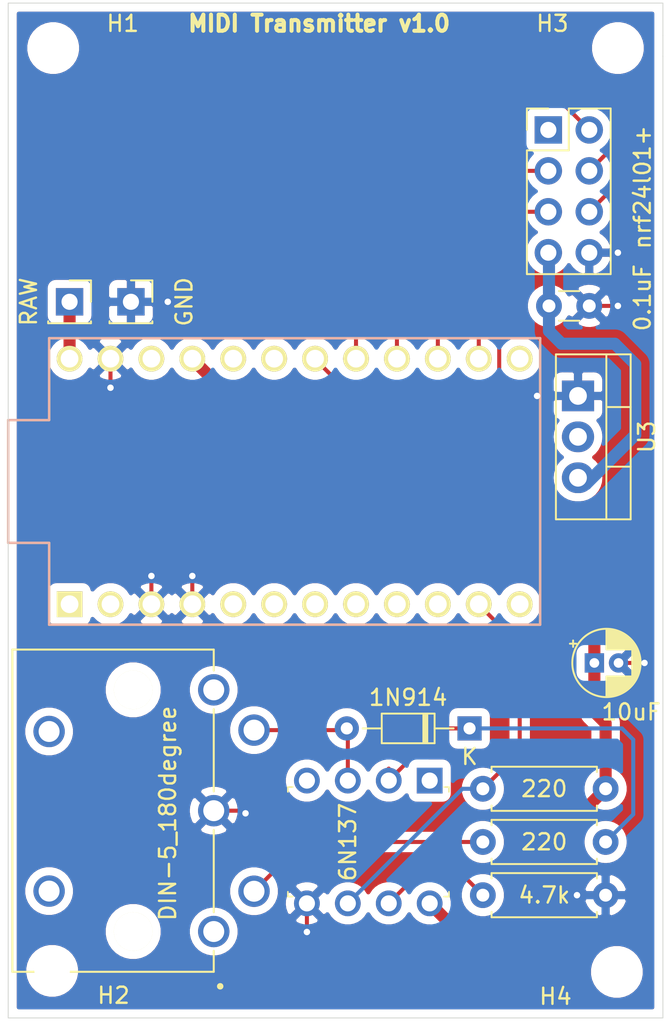
<source format=kicad_pcb>
(kicad_pcb (version 20171130) (host pcbnew "(5.1.4-0-10_14)")

  (general
    (thickness 1.6)
    (drawings 9)
    (tracks 100)
    (zones 0)
    (modules 17)
    (nets 33)
  )

  (page A4)
  (layers
    (0 F.Cu signal)
    (31 B.Cu signal)
    (32 B.Adhes user)
    (33 F.Adhes user)
    (34 B.Paste user)
    (35 F.Paste user)
    (36 B.SilkS user)
    (37 F.SilkS user)
    (38 B.Mask user)
    (39 F.Mask user)
    (40 Dwgs.User user)
    (41 Cmts.User user)
    (42 Eco1.User user)
    (43 Eco2.User user)
    (44 Edge.Cuts user)
    (45 Margin user)
    (46 B.CrtYd user)
    (47 F.CrtYd user)
    (48 B.Fab user)
    (49 F.Fab user)
  )

  (setup
    (last_trace_width 0.25)
    (user_trace_width 0.75)
    (trace_clearance 0.2)
    (zone_clearance 0.508)
    (zone_45_only no)
    (trace_min 0.2)
    (via_size 0.8)
    (via_drill 0.4)
    (via_min_size 0.4)
    (via_min_drill 0.3)
    (uvia_size 0.3)
    (uvia_drill 0.1)
    (uvias_allowed no)
    (uvia_min_size 0.2)
    (uvia_min_drill 0.1)
    (edge_width 0.05)
    (segment_width 0.2)
    (pcb_text_width 0.3)
    (pcb_text_size 1.5 1.5)
    (mod_edge_width 0.12)
    (mod_text_size 1 1)
    (mod_text_width 0.15)
    (pad_size 1.524 1.524)
    (pad_drill 0.762)
    (pad_to_mask_clearance 0.051)
    (solder_mask_min_width 0.25)
    (aux_axis_origin 0 0)
    (visible_elements FFFFFF7F)
    (pcbplotparams
      (layerselection 0x010f0_ffffffff)
      (usegerberextensions false)
      (usegerberattributes false)
      (usegerberadvancedattributes false)
      (creategerberjobfile false)
      (excludeedgelayer true)
      (linewidth 0.100000)
      (plotframeref false)
      (viasonmask false)
      (mode 1)
      (useauxorigin false)
      (hpglpennumber 1)
      (hpglpenspeed 20)
      (hpglpendiameter 15.000000)
      (psnegative false)
      (psa4output false)
      (plotreference true)
      (plotvalue true)
      (plotinvisibletext false)
      (padsonsilk false)
      (subtractmaskfromsilk false)
      (outputformat 1)
      (mirror false)
      (drillshape 0)
      (scaleselection 1)
      (outputdirectory "gerbers/"))
  )

  (net 0 "")
  (net 1 +3V3)
  (net 2 GND)
  (net 3 +5V)
  (net 4 "Net-(D1-Pad2)")
  (net 5 "Net-(D1-Pad1)")
  (net 6 "Net-(J1-Pad1)")
  (net 7 "Net-(J1-Pad3)")
  (net 8 /RAW)
  (net 9 /CE)
  (net 10 /CSN)
  (net 11 /SCK)
  (net 12 /MOSI)
  (net 13 /MISO)
  (net 14 "Net-(J4-Pad1)")
  (net 15 /MIDI_IN)
  (net 16 "Net-(R2-Pad1)")
  (net 17 "Net-(U1-Pad4)")
  (net 18 "Net-(U1-Pad1)")
  (net 19 "Net-(U2-Pad22)")
  (net 20 "Net-(U2-Pad20)")
  (net 21 "Net-(U2-Pad19)")
  (net 22 "Net-(U2-Pad13)")
  (net 23 "Net-(U2-Pad10)")
  (net 24 "Net-(U2-Pad9)")
  (net 25 "Net-(U2-Pad8)")
  (net 26 "Net-(U2-Pad7)")
  (net 27 "Net-(U2-Pad6)")
  (net 28 "Net-(U2-Pad5)")
  (net 29 "Net-(U2-Pad2)")
  (net 30 "Net-(U2-Pad1)")
  (net 31 "Net-(U2-Pad12)")
  (net 32 "Net-(J1-Pad4)")

  (net_class Default "This is the default net class."
    (clearance 0.2)
    (trace_width 0.25)
    (via_dia 0.8)
    (via_drill 0.4)
    (uvia_dia 0.3)
    (uvia_drill 0.1)
    (add_net +3V3)
    (add_net +5V)
    (add_net /CE)
    (add_net /CSN)
    (add_net /MIDI_IN)
    (add_net /MISO)
    (add_net /MOSI)
    (add_net /RAW)
    (add_net /SCK)
    (add_net GND)
    (add_net "Net-(D1-Pad1)")
    (add_net "Net-(D1-Pad2)")
    (add_net "Net-(J1-Pad1)")
    (add_net "Net-(J1-Pad3)")
    (add_net "Net-(J1-Pad4)")
    (add_net "Net-(J4-Pad1)")
    (add_net "Net-(R2-Pad1)")
    (add_net "Net-(U1-Pad1)")
    (add_net "Net-(U1-Pad4)")
    (add_net "Net-(U2-Pad1)")
    (add_net "Net-(U2-Pad10)")
    (add_net "Net-(U2-Pad12)")
    (add_net "Net-(U2-Pad13)")
    (add_net "Net-(U2-Pad19)")
    (add_net "Net-(U2-Pad2)")
    (add_net "Net-(U2-Pad20)")
    (add_net "Net-(U2-Pad22)")
    (add_net "Net-(U2-Pad5)")
    (add_net "Net-(U2-Pad6)")
    (add_net "Net-(U2-Pad7)")
    (add_net "Net-(U2-Pad8)")
    (add_net "Net-(U2-Pad9)")
  )

  (module Package_TO_SOT_THT:TO-220-3_Vertical (layer F.Cu) (tedit 5AC8BA0D) (tstamp 5E054B84)
    (at 147.1295 74.422 270)
    (descr "TO-220-3, Vertical, RM 2.54mm, see https://www.vishay.com/docs/66542/to-220-1.pdf")
    (tags "TO-220-3 Vertical RM 2.54mm")
    (path /5E077ECC)
    (fp_text reference U3 (at 2.54 -4.27 90) (layer F.SilkS)
      (effects (font (size 1 1) (thickness 0.15)))
    )
    (fp_text value vReg (at 2.54 2.5 90) (layer F.Fab)
      (effects (font (size 1 1) (thickness 0.15)))
    )
    (fp_text user %R (at 2.54 -4.27 90) (layer F.Fab)
      (effects (font (size 1 1) (thickness 0.15)))
    )
    (fp_line (start 7.79 -3.4) (end -2.71 -3.4) (layer F.CrtYd) (width 0.05))
    (fp_line (start 7.79 1.51) (end 7.79 -3.4) (layer F.CrtYd) (width 0.05))
    (fp_line (start -2.71 1.51) (end 7.79 1.51) (layer F.CrtYd) (width 0.05))
    (fp_line (start -2.71 -3.4) (end -2.71 1.51) (layer F.CrtYd) (width 0.05))
    (fp_line (start 4.391 -3.27) (end 4.391 -1.76) (layer F.SilkS) (width 0.12))
    (fp_line (start 0.69 -3.27) (end 0.69 -1.76) (layer F.SilkS) (width 0.12))
    (fp_line (start -2.58 -1.76) (end 7.66 -1.76) (layer F.SilkS) (width 0.12))
    (fp_line (start 7.66 -3.27) (end 7.66 1.371) (layer F.SilkS) (width 0.12))
    (fp_line (start -2.58 -3.27) (end -2.58 1.371) (layer F.SilkS) (width 0.12))
    (fp_line (start -2.58 1.371) (end 7.66 1.371) (layer F.SilkS) (width 0.12))
    (fp_line (start -2.58 -3.27) (end 7.66 -3.27) (layer F.SilkS) (width 0.12))
    (fp_line (start 4.39 -3.15) (end 4.39 -1.88) (layer F.Fab) (width 0.1))
    (fp_line (start 0.69 -3.15) (end 0.69 -1.88) (layer F.Fab) (width 0.1))
    (fp_line (start -2.46 -1.88) (end 7.54 -1.88) (layer F.Fab) (width 0.1))
    (fp_line (start 7.54 -3.15) (end -2.46 -3.15) (layer F.Fab) (width 0.1))
    (fp_line (start 7.54 1.25) (end 7.54 -3.15) (layer F.Fab) (width 0.1))
    (fp_line (start -2.46 1.25) (end 7.54 1.25) (layer F.Fab) (width 0.1))
    (fp_line (start -2.46 -3.15) (end -2.46 1.25) (layer F.Fab) (width 0.1))
    (pad 3 thru_hole oval (at 5.08 0 270) (size 1.905 2) (drill 1.1) (layers *.Cu *.Mask)
      (net 3 +5V))
    (pad 2 thru_hole oval (at 2.54 0 270) (size 1.905 2) (drill 1.1) (layers *.Cu *.Mask)
      (net 1 +3V3))
    (pad 1 thru_hole rect (at 0 0 270) (size 1.905 2) (drill 1.1) (layers *.Cu *.Mask)
      (net 2 GND))
    (model ${KISYS3DMOD}/Package_TO_SOT_THT.3dshapes/TO-220-3_Vertical.wrl
      (at (xyz 0 0 0))
      (scale (xyz 1 1 1))
      (rotate (xyz 0 0 0))
    )
  )

  (module promicro:ProMicro (layer F.Cu) (tedit 5A06A962) (tstamp 5E8F7FA3)
    (at 129.54 79.7306)
    (descr "Pro Micro footprint")
    (tags "promicro ProMicro")
    (path /5E8F70C3)
    (fp_text reference U2 (at 0 -10.16) (layer F.SilkS) hide
      (effects (font (size 1 1) (thickness 0.15)))
    )
    (fp_text value ProMicro (at 0 10.16) (layer F.Fab)
      (effects (font (size 1 1) (thickness 0.15)))
    )
    (fp_line (start 15.24 -8.89) (end 15.24 8.89) (layer F.SilkS) (width 0.15))
    (fp_line (start -15.24 -8.89) (end 15.24 -8.89) (layer F.SilkS) (width 0.15))
    (fp_line (start -15.24 -3.81) (end -15.24 -8.89) (layer F.SilkS) (width 0.15))
    (fp_line (start -17.78 -3.81) (end -15.24 -3.81) (layer F.SilkS) (width 0.15))
    (fp_line (start -17.78 3.81) (end -17.78 -3.81) (layer F.SilkS) (width 0.15))
    (fp_line (start -15.24 3.81) (end -17.78 3.81) (layer F.SilkS) (width 0.15))
    (fp_line (start -15.24 8.89) (end -15.24 3.81) (layer F.SilkS) (width 0.15))
    (fp_line (start -15.24 8.89) (end 15.24 8.89) (layer F.SilkS) (width 0.15))
    (fp_line (start -15.24 -8.89) (end 15.24 -8.89) (layer B.SilkS) (width 0.15))
    (fp_line (start -15.24 -3.81) (end -15.24 -8.89) (layer B.SilkS) (width 0.15))
    (fp_line (start -17.78 -3.81) (end -15.24 -3.81) (layer B.SilkS) (width 0.15))
    (fp_line (start -17.78 3.81) (end -17.78 -3.81) (layer B.SilkS) (width 0.15))
    (fp_line (start -15.24 3.81) (end -17.78 3.81) (layer B.SilkS) (width 0.15))
    (fp_line (start -15.24 8.89) (end -15.24 3.81) (layer B.SilkS) (width 0.15))
    (fp_line (start 15.24 8.89) (end -15.24 8.89) (layer B.SilkS) (width 0.15))
    (fp_line (start 15.24 -8.89) (end 15.24 8.89) (layer B.SilkS) (width 0.15))
    (pad 24 thru_hole circle (at -13.97 -7.62) (size 1.6 1.6) (drill 1.1) (layers *.Cu *.Mask F.SilkS)
      (net 8 /RAW))
    (pad 23 thru_hole circle (at -11.43 -7.62) (size 1.6 1.6) (drill 1.1) (layers *.Cu *.Mask F.SilkS)
      (net 2 GND))
    (pad 22 thru_hole circle (at -8.89 -7.62) (size 1.6 1.6) (drill 1.1) (layers *.Cu *.Mask F.SilkS)
      (net 19 "Net-(U2-Pad22)"))
    (pad 21 thru_hole circle (at -6.35 -7.62) (size 1.6 1.6) (drill 1.1) (layers *.Cu *.Mask F.SilkS)
      (net 3 +5V))
    (pad 20 thru_hole circle (at -3.81 -7.62) (size 1.6 1.6) (drill 1.1) (layers *.Cu *.Mask F.SilkS)
      (net 20 "Net-(U2-Pad20)"))
    (pad 19 thru_hole circle (at -1.27 -7.62) (size 1.6 1.6) (drill 1.1) (layers *.Cu *.Mask F.SilkS)
      (net 21 "Net-(U2-Pad19)"))
    (pad 18 thru_hole circle (at 1.27 -7.62) (size 1.6 1.6) (drill 1.1) (layers *.Cu *.Mask F.SilkS)
      (net 10 /CSN))
    (pad 17 thru_hole circle (at 3.81 -7.62) (size 1.6 1.6) (drill 1.1) (layers *.Cu *.Mask F.SilkS)
      (net 9 /CE))
    (pad 16 thru_hole circle (at 6.35 -7.62) (size 1.6 1.6) (drill 1.1) (layers *.Cu *.Mask F.SilkS)
      (net 11 /SCK))
    (pad 15 thru_hole circle (at 8.89 -7.62) (size 1.6 1.6) (drill 1.1) (layers *.Cu *.Mask F.SilkS)
      (net 13 /MISO))
    (pad 14 thru_hole circle (at 11.43 -7.62) (size 1.6 1.6) (drill 1.1) (layers *.Cu *.Mask F.SilkS)
      (net 12 /MOSI))
    (pad 13 thru_hole circle (at 13.97 -7.62) (size 1.6 1.6) (drill 1.1) (layers *.Cu *.Mask F.SilkS)
      (net 22 "Net-(U2-Pad13)"))
    (pad 12 thru_hole circle (at 13.97 7.62) (size 1.6 1.6) (drill 1.1) (layers *.Cu *.Mask F.SilkS)
      (net 31 "Net-(U2-Pad12)"))
    (pad 11 thru_hole circle (at 11.43 7.62) (size 1.6 1.6) (drill 1.1) (layers *.Cu *.Mask F.SilkS)
      (net 15 /MIDI_IN))
    (pad 10 thru_hole circle (at 8.89 7.62) (size 1.6 1.6) (drill 1.1) (layers *.Cu *.Mask F.SilkS)
      (net 23 "Net-(U2-Pad10)"))
    (pad 9 thru_hole circle (at 6.35 7.62) (size 1.6 1.6) (drill 1.1) (layers *.Cu *.Mask F.SilkS)
      (net 24 "Net-(U2-Pad9)"))
    (pad 8 thru_hole circle (at 3.81 7.62) (size 1.6 1.6) (drill 1.1) (layers *.Cu *.Mask F.SilkS)
      (net 25 "Net-(U2-Pad8)"))
    (pad 7 thru_hole circle (at 1.27 7.62) (size 1.6 1.6) (drill 1.1) (layers *.Cu *.Mask F.SilkS)
      (net 26 "Net-(U2-Pad7)"))
    (pad 6 thru_hole circle (at -1.27 7.62) (size 1.6 1.6) (drill 1.1) (layers *.Cu *.Mask F.SilkS)
      (net 27 "Net-(U2-Pad6)"))
    (pad 5 thru_hole circle (at -3.81 7.62) (size 1.6 1.6) (drill 1.1) (layers *.Cu *.Mask F.SilkS)
      (net 28 "Net-(U2-Pad5)"))
    (pad 4 thru_hole circle (at -6.35 7.62) (size 1.6 1.6) (drill 1.1) (layers *.Cu *.Mask F.SilkS)
      (net 2 GND))
    (pad 3 thru_hole circle (at -8.89 7.62) (size 1.6 1.6) (drill 1.1) (layers *.Cu *.Mask F.SilkS)
      (net 2 GND))
    (pad 2 thru_hole circle (at -11.43 7.62) (size 1.6 1.6) (drill 1.1) (layers *.Cu *.Mask F.SilkS)
      (net 29 "Net-(U2-Pad2)"))
    (pad 1 thru_hole rect (at -13.97 7.62) (size 1.6 1.6) (drill 1.1) (layers *.Cu *.Mask F.SilkS)
      (net 30 "Net-(U2-Pad1)"))
  )

  (module digikey-footprints:DIP-8_W7.62mm (layer F.Cu) (tedit 5B86B3A2) (tstamp 5E054B38)
    (at 137.922 98.298 270)
    (descr http://media.digikey.com/pdf/Data%20Sheets/Lite-On%20PDFs/6N137%20Series.pdf)
    (path /5E07D599)
    (fp_text reference U1 (at 3.81 0 90) (layer Dwgs.User)
      (effects (font (size 1 1) (thickness 0.15)))
    )
    (fp_text value 6N137 (at 3.81 5.08 90) (layer F.SilkS)
      (effects (font (size 1 1) (thickness 0.15)))
    )
    (fp_line (start 0.55 -1.04) (end 0.55 8.64) (layer F.Fab) (width 0.1))
    (fp_line (start 7.05 -1.04) (end 7.05 8.64) (layer F.Fab) (width 0.1))
    (fp_line (start 0.55 -1.04) (end 7.05 -1.04) (layer F.Fab) (width 0.1))
    (fp_line (start 0.55 8.64) (end 7.05 8.64) (layer F.Fab) (width 0.1))
    (fp_line (start 0.4 8.8) (end 0.7 8.8) (layer F.SilkS) (width 0.1))
    (fp_line (start 0.4 8.5) (end 0.4 8.8) (layer F.SilkS) (width 0.1))
    (fp_line (start 7.2 8.8) (end 6.9 8.8) (layer F.SilkS) (width 0.1))
    (fp_line (start 7.2 8.5) (end 7.2 8.8) (layer F.SilkS) (width 0.1))
    (fp_line (start 7.2 -1.2) (end 6.9 -1.2) (layer F.SilkS) (width 0.1))
    (fp_line (start 7.2 -0.9) (end 7.2 -1.2) (layer F.SilkS) (width 0.1))
    (fp_line (start 0.4 -1.2) (end 0.7 -1.2) (layer F.SilkS) (width 0.1))
    (fp_line (start 0.4 -0.9) (end 0.4 -1.2) (layer F.SilkS) (width 0.1))
    (fp_line (start -1.05 -1.29) (end 8.67 -1.29) (layer F.CrtYd) (width 0.1))
    (fp_line (start 8.67 -1.29) (end 8.67 8.89) (layer F.CrtYd) (width 0.1))
    (fp_line (start -1.05 -1.29) (end -1.05 8.89) (layer F.CrtYd) (width 0.1))
    (fp_line (start -1.05 8.89) (end 8.67 8.89) (layer F.CrtYd) (width 0.1))
    (pad 8 thru_hole circle (at 7.62 0 270) (size 1.6 1.6) (drill 1) (layers *.Cu *.Mask)
      (net 3 +5V))
    (pad 7 thru_hole circle (at 7.62 2.54 270) (size 1.6 1.6) (drill 1) (layers *.Cu *.Mask)
      (net 16 "Net-(R2-Pad1)"))
    (pad 6 thru_hole circle (at 7.62 5.08 270) (size 1.6 1.6) (drill 1) (layers *.Cu *.Mask)
      (net 15 /MIDI_IN))
    (pad 5 thru_hole circle (at 7.62 7.62 270) (size 1.6 1.6) (drill 1) (layers *.Cu *.Mask)
      (net 2 GND))
    (pad 4 thru_hole circle (at 0 7.62 270) (size 1.6 1.6) (drill 1) (layers *.Cu *.Mask)
      (net 17 "Net-(U1-Pad4)"))
    (pad 3 thru_hole circle (at 0 5.08 270) (size 1.6 1.6) (drill 1) (layers *.Cu *.Mask)
      (net 4 "Net-(D1-Pad2)"))
    (pad 2 thru_hole circle (at 0 2.54 270) (size 1.6 1.6) (drill 1) (layers *.Cu *.Mask)
      (net 5 "Net-(D1-Pad1)"))
    (pad 1 thru_hole rect (at 0 0 270) (size 1.6 1.6) (drill 1) (layers *.Cu *.Mask)
      (net 18 "Net-(U1-Pad1)"))
    (model ${KISYS3DMOD}/Housings_DIP.3dshapes/DIP-8_W7.62mm.wrl
      (at (xyz 0 0 0))
      (scale (xyz 1 1 1))
      (rotate (xyz 0 0 0))
    )
  )

  (module Diode_THT:D_DO-34_SOD68_P7.62mm_Horizontal (layer F.Cu) (tedit 5AE50CD5) (tstamp 5E054A72)
    (at 140.3985 95.0595 180)
    (descr "Diode, DO-34_SOD68 series, Axial, Horizontal, pin pitch=7.62mm, , length*diameter=3.04*1.6mm^2, , https://www.nxp.com/docs/en/data-sheet/KTY83_SER.pdf")
    (tags "Diode DO-34_SOD68 series Axial Horizontal pin pitch 7.62mm  length 3.04mm diameter 1.6mm")
    (path /5E064324)
    (fp_text reference D1 (at 5.588 -1.778) (layer Dwgs.User)
      (effects (font (size 1 1) (thickness 0.15)))
    )
    (fp_text value 1N914 (at 3.81 1.92) (layer F.SilkS)
      (effects (font (size 1 1) (thickness 0.15)))
    )
    (fp_text user K (at 0 -1.75) (layer F.SilkS)
      (effects (font (size 1 1) (thickness 0.15)))
    )
    (fp_text user K (at 0 -1.75) (layer F.Fab)
      (effects (font (size 1 1) (thickness 0.15)))
    )
    (fp_line (start 8.63 -1.05) (end -1 -1.05) (layer F.CrtYd) (width 0.05))
    (fp_line (start 8.63 1.05) (end 8.63 -1.05) (layer F.CrtYd) (width 0.05))
    (fp_line (start -1 1.05) (end 8.63 1.05) (layer F.CrtYd) (width 0.05))
    (fp_line (start -1 -1.05) (end -1 1.05) (layer F.CrtYd) (width 0.05))
    (fp_line (start 2.626 -0.92) (end 2.626 0.92) (layer F.SilkS) (width 0.12))
    (fp_line (start 2.866 -0.92) (end 2.866 0.92) (layer F.SilkS) (width 0.12))
    (fp_line (start 2.746 -0.92) (end 2.746 0.92) (layer F.SilkS) (width 0.12))
    (fp_line (start 6.63 0) (end 5.45 0) (layer F.SilkS) (width 0.12))
    (fp_line (start 0.99 0) (end 2.17 0) (layer F.SilkS) (width 0.12))
    (fp_line (start 5.45 -0.92) (end 2.17 -0.92) (layer F.SilkS) (width 0.12))
    (fp_line (start 5.45 0.92) (end 5.45 -0.92) (layer F.SilkS) (width 0.12))
    (fp_line (start 2.17 0.92) (end 5.45 0.92) (layer F.SilkS) (width 0.12))
    (fp_line (start 2.17 -0.92) (end 2.17 0.92) (layer F.SilkS) (width 0.12))
    (fp_line (start 2.646 -0.8) (end 2.646 0.8) (layer F.Fab) (width 0.1))
    (fp_line (start 2.846 -0.8) (end 2.846 0.8) (layer F.Fab) (width 0.1))
    (fp_line (start 2.746 -0.8) (end 2.746 0.8) (layer F.Fab) (width 0.1))
    (fp_line (start 7.62 0) (end 5.33 0) (layer F.Fab) (width 0.1))
    (fp_line (start 0 0) (end 2.29 0) (layer F.Fab) (width 0.1))
    (fp_line (start 5.33 -0.8) (end 2.29 -0.8) (layer F.Fab) (width 0.1))
    (fp_line (start 5.33 0.8) (end 5.33 -0.8) (layer F.Fab) (width 0.1))
    (fp_line (start 2.29 0.8) (end 5.33 0.8) (layer F.Fab) (width 0.1))
    (fp_line (start 2.29 -0.8) (end 2.29 0.8) (layer F.Fab) (width 0.1))
    (pad 2 thru_hole oval (at 7.62 0 180) (size 1.5 1.5) (drill 0.75) (layers *.Cu *.Mask)
      (net 4 "Net-(D1-Pad2)"))
    (pad 1 thru_hole rect (at 0 0 180) (size 1.5 1.5) (drill 0.75) (layers *.Cu *.Mask)
      (net 5 "Net-(D1-Pad1)"))
    (model ${KISYS3DMOD}/Diode_THT.3dshapes/D_DO-34_SOD68_P7.62mm_Horizontal.wrl
      (at (xyz 0 0 0))
      (scale (xyz 1 1 1))
      (rotate (xyz 0 0 0))
    )
  )

  (module MountingHole:MountingHole_2.2mm_M2 (layer F.Cu) (tedit 56D1B4CB) (tstamp 5E0537A8)
    (at 149.5425 110.1725)
    (descr "Mounting Hole 2.2mm, no annular, M2")
    (tags "mounting hole 2.2mm no annular m2")
    (path /5E0727B1)
    (attr virtual)
    (fp_text reference H4 (at -3.81 1.524) (layer F.SilkS)
      (effects (font (size 1 1) (thickness 0.15)))
    )
    (fp_text value MountingHole (at -7.874 0) (layer F.Fab)
      (effects (font (size 1 1) (thickness 0.15)))
    )
    (fp_circle (center 0 0) (end 2.45 0) (layer F.CrtYd) (width 0.05))
    (fp_circle (center 0 0) (end 2.2 0) (layer Cmts.User) (width 0.15))
    (pad 1 np_thru_hole circle (at 0 0) (size 2.2 2.2) (drill 2.2) (layers *.Cu *.Mask))
  )

  (module MountingHole:MountingHole_2.2mm_M2 (layer F.Cu) (tedit 56D1B4CB) (tstamp 5E0537A0)
    (at 149.606 52.832)
    (descr "Mounting Hole 2.2mm, no annular, M2")
    (tags "mounting hole 2.2mm no annular m2")
    (path /5E071AF2)
    (attr virtual)
    (fp_text reference H3 (at -4.064 -1.524) (layer F.SilkS)
      (effects (font (size 1 1) (thickness 0.15)))
    )
    (fp_text value MountingHole (at -7.874 0.254) (layer F.Fab)
      (effects (font (size 1 1) (thickness 0.15)))
    )
    (fp_circle (center 0 0) (end 2.45 0) (layer F.CrtYd) (width 0.05))
    (fp_circle (center 0 0) (end 2.2 0) (layer Cmts.User) (width 0.15))
    (fp_text user %R (at 0.3 0) (layer F.Fab)
      (effects (font (size 1 1) (thickness 0.15)))
    )
    (pad 1 np_thru_hole circle (at 0 0) (size 2.2 2.2) (drill 2.2) (layers *.Cu *.Mask))
  )

  (module MountingHole:MountingHole_2.2mm_M2 (layer F.Cu) (tedit 56D1B4CB) (tstamp 5E053798)
    (at 114.4905 110.109)
    (descr "Mounting Hole 2.2mm, no annular, M2")
    (tags "mounting hole 2.2mm no annular m2")
    (path /5E072194)
    (attr virtual)
    (fp_text reference H2 (at 3.81 1.524) (layer F.SilkS)
      (effects (font (size 1 1) (thickness 0.15)))
    )
    (fp_text value MountingHole (at 7.874 0) (layer F.Fab)
      (effects (font (size 1 1) (thickness 0.15)))
    )
    (fp_circle (center 0 0) (end 2.45 0) (layer F.CrtYd) (width 0.05))
    (fp_circle (center 0 0) (end 2.2 0) (layer Cmts.User) (width 0.15))
    (pad 1 np_thru_hole circle (at 0 0) (size 2.2 2.2) (drill 2.2) (layers *.Cu *.Mask))
  )

  (module MountingHole:MountingHole_2.2mm_M2 (layer F.Cu) (tedit 56D1B4CB) (tstamp 5E053790)
    (at 114.554 52.832)
    (descr "Mounting Hole 2.2mm, no annular, M2")
    (tags "mounting hole 2.2mm no annular m2")
    (path /5E0714DC)
    (attr virtual)
    (fp_text reference H1 (at 4.318 -1.524) (layer F.SilkS)
      (effects (font (size 1 1) (thickness 0.15)))
    )
    (fp_text value MountingHole (at 7.62 0.254) (layer F.Fab)
      (effects (font (size 1 1) (thickness 0.15)))
    )
    (fp_circle (center 0 0) (end 2.45 0) (layer F.CrtYd) (width 0.05))
    (fp_circle (center 0 0) (end 2.2 0) (layer Cmts.User) (width 0.15))
    (fp_text user %R (at 0.3 0) (layer F.Fab)
      (effects (font (size 1 1) (thickness 0.15)))
    )
    (pad 1 np_thru_hole circle (at 0 0) (size 2.2 2.2) (drill 2.2) (layers *.Cu *.Mask))
  )

  (module Resistor_THT:R_Axial_DIN0207_L6.3mm_D2.5mm_P7.62mm_Horizontal (layer F.Cu) (tedit 5AE5139B) (tstamp 5E054AED)
    (at 148.844 98.806 180)
    (descr "Resistor, Axial_DIN0207 series, Axial, Horizontal, pin pitch=7.62mm, 0.25W = 1/4W, length*diameter=6.3*2.5mm^2, http://cdn-reichelt.de/documents/datenblatt/B400/1_4W%23YAG.pdf")
    (tags "Resistor Axial_DIN0207 series Axial Horizontal pin pitch 7.62mm 0.25W = 1/4W length 6.3mm diameter 2.5mm")
    (path /5E091719)
    (fp_text reference R1 (at 3.81 0) (layer Dwgs.User)
      (effects (font (size 1 1) (thickness 0.15)))
    )
    (fp_text value 220 (at 3.81 0) (layer F.SilkS)
      (effects (font (size 1 1) (thickness 0.15)))
    )
    (fp_text user %R (at 3.81 0) (layer F.Fab)
      (effects (font (size 1 1) (thickness 0.15)))
    )
    (fp_line (start 8.67 -1.5) (end -1.05 -1.5) (layer F.CrtYd) (width 0.05))
    (fp_line (start 8.67 1.5) (end 8.67 -1.5) (layer F.CrtYd) (width 0.05))
    (fp_line (start -1.05 1.5) (end 8.67 1.5) (layer F.CrtYd) (width 0.05))
    (fp_line (start -1.05 -1.5) (end -1.05 1.5) (layer F.CrtYd) (width 0.05))
    (fp_line (start 7.08 1.37) (end 7.08 1.04) (layer F.SilkS) (width 0.12))
    (fp_line (start 0.54 1.37) (end 7.08 1.37) (layer F.SilkS) (width 0.12))
    (fp_line (start 0.54 1.04) (end 0.54 1.37) (layer F.SilkS) (width 0.12))
    (fp_line (start 7.08 -1.37) (end 7.08 -1.04) (layer F.SilkS) (width 0.12))
    (fp_line (start 0.54 -1.37) (end 7.08 -1.37) (layer F.SilkS) (width 0.12))
    (fp_line (start 0.54 -1.04) (end 0.54 -1.37) (layer F.SilkS) (width 0.12))
    (fp_line (start 7.62 0) (end 6.96 0) (layer F.Fab) (width 0.1))
    (fp_line (start 0 0) (end 0.66 0) (layer F.Fab) (width 0.1))
    (fp_line (start 6.96 -1.25) (end 0.66 -1.25) (layer F.Fab) (width 0.1))
    (fp_line (start 6.96 1.25) (end 6.96 -1.25) (layer F.Fab) (width 0.1))
    (fp_line (start 0.66 1.25) (end 6.96 1.25) (layer F.Fab) (width 0.1))
    (fp_line (start 0.66 -1.25) (end 0.66 1.25) (layer F.Fab) (width 0.1))
    (pad 2 thru_hole oval (at 7.62 0 180) (size 1.6 1.6) (drill 0.8) (layers *.Cu *.Mask)
      (net 15 /MIDI_IN))
    (pad 1 thru_hole circle (at 0 0 180) (size 1.6 1.6) (drill 0.8) (layers *.Cu *.Mask)
      (net 3 +5V))
    (model ${KISYS3DMOD}/Resistor_THT.3dshapes/R_Axial_DIN0207_L6.3mm_D2.5mm_P7.62mm_Horizontal.wrl
      (at (xyz 0 0 0))
      (scale (xyz 1 1 1))
      (rotate (xyz 0 0 0))
    )
  )

  (module MIDI_jack:Midi_jack (layer F.Cu) (tedit 5DFFBAD2) (tstamp 5E052044)
    (at 128.27 89.916 270)
    (path /5E05B60F)
    (fp_text reference J1 (at 10.414 10.16 90) (layer Dwgs.User)
      (effects (font (size 1 1) (thickness 0.15)))
    )
    (fp_text value DIN-5_180degree (at 10.414 6.604 90) (layer F.SilkS)
      (effects (font (size 1 1) (thickness 0.15)))
    )
    (fp_line (start 0.25 3.75) (end 0.25 16.25) (layer Eco2.User) (width 0.127))
    (fp_line (start 0.25 16.25) (end 20.25 16.25) (layer Eco2.User) (width 0.127))
    (fp_line (start 11.45 3.75) (end 16.55 3.75) (layer F.SilkS) (width 0.127))
    (fp_line (start 0.25 16.25) (end 20.25 16.25) (layer F.SilkS) (width 0.127))
    (fp_line (start 20.25 16.25) (end 20.25 3.75) (layer F.SilkS) (width 0.127))
    (fp_line (start 20.5 0) (end 20.5 16.5) (layer Eco1.User) (width 0.05))
    (fp_circle (center 21.15 3.35) (end 21.25 3.35) (layer F.SilkS) (width 0.2))
    (fp_line (start 0.25 3.75) (end 0.25 16.25) (layer F.SilkS) (width 0.127))
    (fp_line (start 0 16.5) (end 0 0) (layer Eco1.User) (width 0.05))
    (fp_line (start 3.95 3.75) (end 9.05 3.75) (layer F.SilkS) (width 0.127))
    (fp_line (start 0.25 3.75) (end 1.55 3.75) (layer F.SilkS) (width 0.127))
    (fp_line (start 20.5 16.5) (end 0 16.5) (layer Eco1.User) (width 0.05))
    (fp_circle (center 21.15 3.35) (end 21.25 3.35) (layer Eco2.User) (width 0.2))
    (fp_line (start 20.25 3.75) (end 18.95 3.75) (layer F.SilkS) (width 0.127))
    (fp_line (start 20.25 16.25) (end 20.25 3.75) (layer Eco2.User) (width 0.127))
    (fp_line (start 20.25 3.75) (end 0.25 3.75) (layer Eco2.User) (width 0.127))
    (fp_line (start 0 0) (end 20.5 0) (layer Eco1.User) (width 0.05))
    (pad 4 thru_hole circle (at 15.25 1.25 270) (size 1.95 1.95) (drill 1.3) (layers *.Cu *.Mask)
      (net 32 "Net-(J1-Pad4)"))
    (pad 1 thru_hole circle (at 17.75 3.75 270) (size 1.95 1.95) (drill 1.3) (layers *.Cu *.Mask)
      (net 6 "Net-(J1-Pad1)"))
    (pad Hole np_thru_hole circle (at 17.75 8.75 270) (size 2.4 2.4) (drill 2.4) (layers *.Cu *.Mask F.SilkS))
    (pad 5 thru_hole circle (at 5.25 1.25 270) (size 1.95 1.95) (drill 1.3) (layers *.Cu *.Mask)
      (net 4 "Net-(D1-Pad2)"))
    (pad S2 thru_hole circle (at 15.24 13.97 270) (size 1.95 1.95) (drill 1.3) (layers *.Cu *.Mask))
    (pad 3 thru_hole circle (at 2.75 3.75 270) (size 1.95 1.95) (drill 1.3) (layers *.Cu *.Mask)
      (net 7 "Net-(J1-Pad3)"))
    (pad S1 thru_hole circle (at 5.334 13.97 270) (size 1.95 1.95) (drill 1.3) (layers *.Cu *.Mask))
    (pad Hole np_thru_hole circle (at 2.75 8.75 270) (size 2.4 2.4) (drill 2.4) (layers *.Cu *.Mask F.SilkS))
    (pad 2 thru_hole circle (at 10.25 3.75 270) (size 1.95 1.95) (drill 1.3) (layers *.Cu *.Mask)
      (net 2 GND))
  )

  (module Resistor_THT:R_Axial_DIN0207_L6.3mm_D2.5mm_P7.62mm_Horizontal (layer F.Cu) (tedit 5AE5139B) (tstamp 5E054B1B)
    (at 141.224 102.108)
    (descr "Resistor, Axial_DIN0207 series, Axial, Horizontal, pin pitch=7.62mm, 0.25W = 1/4W, length*diameter=6.3*2.5mm^2, http://cdn-reichelt.de/documents/datenblatt/B400/1_4W%23YAG.pdf")
    (tags "Resistor Axial_DIN0207 series Axial Horizontal pin pitch 7.62mm 0.25W = 1/4W length 6.3mm diameter 2.5mm")
    (path /5E064F52)
    (fp_text reference R3 (at 3.81 0) (layer Dwgs.User)
      (effects (font (size 1 1) (thickness 0.15)))
    )
    (fp_text value 220 (at 3.81 0) (layer F.SilkS)
      (effects (font (size 1 1) (thickness 0.15)))
    )
    (fp_text user %R (at 3.81 0) (layer F.Fab)
      (effects (font (size 1 1) (thickness 0.15)))
    )
    (fp_line (start 8.67 -1.5) (end -1.05 -1.5) (layer F.CrtYd) (width 0.05))
    (fp_line (start 8.67 1.5) (end 8.67 -1.5) (layer F.CrtYd) (width 0.05))
    (fp_line (start -1.05 1.5) (end 8.67 1.5) (layer F.CrtYd) (width 0.05))
    (fp_line (start -1.05 -1.5) (end -1.05 1.5) (layer F.CrtYd) (width 0.05))
    (fp_line (start 7.08 1.37) (end 7.08 1.04) (layer F.SilkS) (width 0.12))
    (fp_line (start 0.54 1.37) (end 7.08 1.37) (layer F.SilkS) (width 0.12))
    (fp_line (start 0.54 1.04) (end 0.54 1.37) (layer F.SilkS) (width 0.12))
    (fp_line (start 7.08 -1.37) (end 7.08 -1.04) (layer F.SilkS) (width 0.12))
    (fp_line (start 0.54 -1.37) (end 7.08 -1.37) (layer F.SilkS) (width 0.12))
    (fp_line (start 0.54 -1.04) (end 0.54 -1.37) (layer F.SilkS) (width 0.12))
    (fp_line (start 7.62 0) (end 6.96 0) (layer F.Fab) (width 0.1))
    (fp_line (start 0 0) (end 0.66 0) (layer F.Fab) (width 0.1))
    (fp_line (start 6.96 -1.25) (end 0.66 -1.25) (layer F.Fab) (width 0.1))
    (fp_line (start 6.96 1.25) (end 6.96 -1.25) (layer F.Fab) (width 0.1))
    (fp_line (start 0.66 1.25) (end 6.96 1.25) (layer F.Fab) (width 0.1))
    (fp_line (start 0.66 -1.25) (end 0.66 1.25) (layer F.Fab) (width 0.1))
    (pad 2 thru_hole oval (at 7.62 0) (size 1.6 1.6) (drill 0.8) (layers *.Cu *.Mask)
      (net 5 "Net-(D1-Pad1)"))
    (pad 1 thru_hole circle (at 0 0) (size 1.6 1.6) (drill 0.8) (layers *.Cu *.Mask)
      (net 32 "Net-(J1-Pad4)"))
    (model ${KISYS3DMOD}/Resistor_THT.3dshapes/R_Axial_DIN0207_L6.3mm_D2.5mm_P7.62mm_Horizontal.wrl
      (at (xyz 0 0 0))
      (scale (xyz 1 1 1))
      (rotate (xyz 0 0 0))
    )
  )

  (module Resistor_THT:R_Axial_DIN0207_L6.3mm_D2.5mm_P7.62mm_Horizontal (layer F.Cu) (tedit 5AE5139B) (tstamp 5E054B04)
    (at 141.224 105.41)
    (descr "Resistor, Axial_DIN0207 series, Axial, Horizontal, pin pitch=7.62mm, 0.25W = 1/4W, length*diameter=6.3*2.5mm^2, http://cdn-reichelt.de/documents/datenblatt/B400/1_4W%23YAG.pdf")
    (tags "Resistor Axial_DIN0207 series Axial Horizontal pin pitch 7.62mm 0.25W = 1/4W length 6.3mm diameter 2.5mm")
    (path /5E09334A)
    (fp_text reference R2 (at 3.81 0) (layer Dwgs.User)
      (effects (font (size 1 1) (thickness 0.15)))
    )
    (fp_text value 4.7k (at 3.81 0) (layer F.SilkS)
      (effects (font (size 1 1) (thickness 0.15)))
    )
    (fp_text user %R (at 3.81 0) (layer F.Fab)
      (effects (font (size 1 1) (thickness 0.15)))
    )
    (fp_line (start 8.67 -1.5) (end -1.05 -1.5) (layer F.CrtYd) (width 0.05))
    (fp_line (start 8.67 1.5) (end 8.67 -1.5) (layer F.CrtYd) (width 0.05))
    (fp_line (start -1.05 1.5) (end 8.67 1.5) (layer F.CrtYd) (width 0.05))
    (fp_line (start -1.05 -1.5) (end -1.05 1.5) (layer F.CrtYd) (width 0.05))
    (fp_line (start 7.08 1.37) (end 7.08 1.04) (layer F.SilkS) (width 0.12))
    (fp_line (start 0.54 1.37) (end 7.08 1.37) (layer F.SilkS) (width 0.12))
    (fp_line (start 0.54 1.04) (end 0.54 1.37) (layer F.SilkS) (width 0.12))
    (fp_line (start 7.08 -1.37) (end 7.08 -1.04) (layer F.SilkS) (width 0.12))
    (fp_line (start 0.54 -1.37) (end 7.08 -1.37) (layer F.SilkS) (width 0.12))
    (fp_line (start 0.54 -1.04) (end 0.54 -1.37) (layer F.SilkS) (width 0.12))
    (fp_line (start 7.62 0) (end 6.96 0) (layer F.Fab) (width 0.1))
    (fp_line (start 0 0) (end 0.66 0) (layer F.Fab) (width 0.1))
    (fp_line (start 6.96 -1.25) (end 0.66 -1.25) (layer F.Fab) (width 0.1))
    (fp_line (start 6.96 1.25) (end 6.96 -1.25) (layer F.Fab) (width 0.1))
    (fp_line (start 0.66 1.25) (end 6.96 1.25) (layer F.Fab) (width 0.1))
    (fp_line (start 0.66 -1.25) (end 0.66 1.25) (layer F.Fab) (width 0.1))
    (pad 2 thru_hole oval (at 7.62 0) (size 1.6 1.6) (drill 0.8) (layers *.Cu *.Mask)
      (net 2 GND))
    (pad 1 thru_hole circle (at 0 0) (size 1.6 1.6) (drill 0.8) (layers *.Cu *.Mask)
      (net 16 "Net-(R2-Pad1)"))
    (model ${KISYS3DMOD}/Resistor_THT.3dshapes/R_Axial_DIN0207_L6.3mm_D2.5mm_P7.62mm_Horizontal.wrl
      (at (xyz 0 0 0))
      (scale (xyz 1 1 1))
      (rotate (xyz 0 0 0))
    )
  )

  (module Connector_PinHeader_2.54mm:PinHeader_2x04_P2.54mm_Vertical (layer F.Cu) (tedit 59FED5CC) (tstamp 5E054AD6)
    (at 145.288 57.912)
    (descr "Through hole straight pin header, 2x04, 2.54mm pitch, double rows")
    (tags "Through hole pin header THT 2x04 2.54mm double row")
    (path /5E0568FA)
    (fp_text reference J4 (at 5.842 -1.27) (layer Dwgs.User)
      (effects (font (size 1 1) (thickness 0.15)))
    )
    (fp_text value nrf24l01+ (at 5.842 3.556 90) (layer F.SilkS)
      (effects (font (size 1 1) (thickness 0.15)))
    )
    (fp_text user %R (at 1.27 3.81 90) (layer F.Fab)
      (effects (font (size 1 1) (thickness 0.15)))
    )
    (fp_line (start 4.35 -1.8) (end -1.8 -1.8) (layer F.CrtYd) (width 0.05))
    (fp_line (start 4.35 9.4) (end 4.35 -1.8) (layer F.CrtYd) (width 0.05))
    (fp_line (start -1.8 9.4) (end 4.35 9.4) (layer F.CrtYd) (width 0.05))
    (fp_line (start -1.8 -1.8) (end -1.8 9.4) (layer F.CrtYd) (width 0.05))
    (fp_line (start -1.33 -1.33) (end 0 -1.33) (layer F.SilkS) (width 0.12))
    (fp_line (start -1.33 0) (end -1.33 -1.33) (layer F.SilkS) (width 0.12))
    (fp_line (start 1.27 -1.33) (end 3.87 -1.33) (layer F.SilkS) (width 0.12))
    (fp_line (start 1.27 1.27) (end 1.27 -1.33) (layer F.SilkS) (width 0.12))
    (fp_line (start -1.33 1.27) (end 1.27 1.27) (layer F.SilkS) (width 0.12))
    (fp_line (start 3.87 -1.33) (end 3.87 8.95) (layer F.SilkS) (width 0.12))
    (fp_line (start -1.33 1.27) (end -1.33 8.95) (layer F.SilkS) (width 0.12))
    (fp_line (start -1.33 8.95) (end 3.87 8.95) (layer F.SilkS) (width 0.12))
    (fp_line (start -1.27 0) (end 0 -1.27) (layer F.Fab) (width 0.1))
    (fp_line (start -1.27 8.89) (end -1.27 0) (layer F.Fab) (width 0.1))
    (fp_line (start 3.81 8.89) (end -1.27 8.89) (layer F.Fab) (width 0.1))
    (fp_line (start 3.81 -1.27) (end 3.81 8.89) (layer F.Fab) (width 0.1))
    (fp_line (start 0 -1.27) (end 3.81 -1.27) (layer F.Fab) (width 0.1))
    (pad 8 thru_hole oval (at 2.54 7.62) (size 1.7 1.7) (drill 1) (layers *.Cu *.Mask)
      (net 2 GND))
    (pad 7 thru_hole oval (at 0 7.62) (size 1.7 1.7) (drill 1) (layers *.Cu *.Mask)
      (net 1 +3V3))
    (pad 6 thru_hole oval (at 2.54 5.08) (size 1.7 1.7) (drill 1) (layers *.Cu *.Mask)
      (net 9 /CE))
    (pad 5 thru_hole oval (at 0 5.08) (size 1.7 1.7) (drill 1) (layers *.Cu *.Mask)
      (net 10 /CSN))
    (pad 4 thru_hole oval (at 2.54 2.54) (size 1.7 1.7) (drill 1) (layers *.Cu *.Mask)
      (net 11 /SCK))
    (pad 3 thru_hole oval (at 0 2.54) (size 1.7 1.7) (drill 1) (layers *.Cu *.Mask)
      (net 12 /MOSI))
    (pad 2 thru_hole oval (at 2.54 0) (size 1.7 1.7) (drill 1) (layers *.Cu *.Mask)
      (net 13 /MISO))
    (pad 1 thru_hole rect (at 0 0) (size 1.7 1.7) (drill 1) (layers *.Cu *.Mask)
      (net 14 "Net-(J4-Pad1)"))
    (model ${KISYS3DMOD}/Connector_PinHeader_2.54mm.3dshapes/PinHeader_2x04_P2.54mm_Vertical.wrl
      (at (xyz 0 0 0))
      (scale (xyz 1 1 1))
      (rotate (xyz 0 0 0))
    )
  )

  (module Connector_PinSocket_2.54mm:PinSocket_1x01_P2.54mm_Vertical (layer F.Cu) (tedit 5A19A434) (tstamp 5E054AB8)
    (at 119.38 68.58)
    (descr "Through hole straight socket strip, 1x01, 2.54mm pitch, single row (from Kicad 4.0.7), script generated")
    (tags "Through hole socket strip THT 1x01 2.54mm single row")
    (path /5E053677)
    (fp_text reference J3 (at 0 -2.77) (layer Dwgs.User)
      (effects (font (size 1 1) (thickness 0.15)))
    )
    (fp_text value GND (at 3.302 0 90) (layer F.SilkS)
      (effects (font (size 1 1) (thickness 0.15)))
    )
    (fp_line (start -1.8 1.75) (end -1.8 -1.8) (layer F.CrtYd) (width 0.05))
    (fp_line (start 1.75 1.75) (end -1.8 1.75) (layer F.CrtYd) (width 0.05))
    (fp_line (start 1.75 -1.8) (end 1.75 1.75) (layer F.CrtYd) (width 0.05))
    (fp_line (start -1.8 -1.8) (end 1.75 -1.8) (layer F.CrtYd) (width 0.05))
    (fp_line (start 0 -1.33) (end 1.33 -1.33) (layer F.SilkS) (width 0.12))
    (fp_line (start 1.33 -1.33) (end 1.33 0) (layer F.SilkS) (width 0.12))
    (fp_line (start 1.33 1.21) (end 1.33 1.33) (layer F.SilkS) (width 0.12))
    (fp_line (start -1.33 1.21) (end -1.33 1.33) (layer F.SilkS) (width 0.12))
    (fp_line (start -1.33 1.33) (end 1.33 1.33) (layer F.SilkS) (width 0.12))
    (fp_line (start -1.27 1.27) (end -1.27 -1.27) (layer F.Fab) (width 0.1))
    (fp_line (start 1.27 1.27) (end -1.27 1.27) (layer F.Fab) (width 0.1))
    (fp_line (start 1.27 -0.635) (end 1.27 1.27) (layer F.Fab) (width 0.1))
    (fp_line (start 0.635 -1.27) (end 1.27 -0.635) (layer F.Fab) (width 0.1))
    (fp_line (start -1.27 -1.27) (end 0.635 -1.27) (layer F.Fab) (width 0.1))
    (pad 1 thru_hole rect (at 0 0) (size 1.7 1.7) (drill 1) (layers *.Cu *.Mask)
      (net 2 GND))
    (model ${KISYS3DMOD}/Connector_PinSocket_2.54mm.3dshapes/PinSocket_1x01_P2.54mm_Vertical.wrl
      (at (xyz 0 0 0))
      (scale (xyz 1 1 1))
      (rotate (xyz 0 0 0))
    )
  )

  (module Connector_PinSocket_2.54mm:PinSocket_1x01_P2.54mm_Vertical (layer F.Cu) (tedit 5A19A434) (tstamp 5E054AA4)
    (at 115.57 68.58)
    (descr "Through hole straight socket strip, 1x01, 2.54mm pitch, single row (from Kicad 4.0.7), script generated")
    (tags "Through hole socket strip THT 1x01 2.54mm single row")
    (path /5E052BE7)
    (fp_text reference J2 (at 0 -2.794) (layer Dwgs.User)
      (effects (font (size 1 1) (thickness 0.15)))
    )
    (fp_text value RAW (at -2.54 0 90) (layer F.SilkS)
      (effects (font (size 1 1) (thickness 0.15)))
    )
    (fp_line (start -1.8 1.75) (end -1.8 -1.8) (layer F.CrtYd) (width 0.05))
    (fp_line (start 1.75 1.75) (end -1.8 1.75) (layer F.CrtYd) (width 0.05))
    (fp_line (start 1.75 -1.8) (end 1.75 1.75) (layer F.CrtYd) (width 0.05))
    (fp_line (start -1.8 -1.8) (end 1.75 -1.8) (layer F.CrtYd) (width 0.05))
    (fp_line (start 0 -1.33) (end 1.33 -1.33) (layer F.SilkS) (width 0.12))
    (fp_line (start 1.33 -1.33) (end 1.33 0) (layer F.SilkS) (width 0.12))
    (fp_line (start 1.33 1.21) (end 1.33 1.33) (layer F.SilkS) (width 0.12))
    (fp_line (start -1.33 1.21) (end -1.33 1.33) (layer F.SilkS) (width 0.12))
    (fp_line (start -1.33 1.33) (end 1.33 1.33) (layer F.SilkS) (width 0.12))
    (fp_line (start -1.27 1.27) (end -1.27 -1.27) (layer F.Fab) (width 0.1))
    (fp_line (start 1.27 1.27) (end -1.27 1.27) (layer F.Fab) (width 0.1))
    (fp_line (start 1.27 -0.635) (end 1.27 1.27) (layer F.Fab) (width 0.1))
    (fp_line (start 0.635 -1.27) (end 1.27 -0.635) (layer F.Fab) (width 0.1))
    (fp_line (start -1.27 -1.27) (end 0.635 -1.27) (layer F.Fab) (width 0.1))
    (pad 1 thru_hole rect (at 0 0) (size 1.7 1.7) (drill 1) (layers *.Cu *.Mask)
      (net 8 /RAW))
    (model ${KISYS3DMOD}/Connector_PinSocket_2.54mm.3dshapes/PinSocket_1x01_P2.54mm_Vertical.wrl
      (at (xyz 0 0 0))
      (scale (xyz 1 1 1))
      (rotate (xyz 0 0 0))
    )
  )

  (module Capacitor_THT:CP_Radial_D4.0mm_P1.50mm (layer F.Cu) (tedit 5AE50EF0) (tstamp 5E054A53)
    (at 148.1455 90.9955)
    (descr "CP, Radial series, Radial, pin pitch=1.50mm, , diameter=4mm, Electrolytic Capacitor")
    (tags "CP Radial series Radial pin pitch 1.50mm  diameter 4mm Electrolytic Capacitor")
    (path /5E0541EA)
    (fp_text reference C2 (at -2.54 1.016) (layer Dwgs.User)
      (effects (font (size 1 1) (thickness 0.15)))
    )
    (fp_text value 10uF (at 2.286 3.048 180) (layer F.SilkS)
      (effects (font (size 1 1) (thickness 0.15)))
    )
    (fp_text user %R (at 0.75 0) (layer F.Fab)
      (effects (font (size 0.8 0.8) (thickness 0.12)))
    )
    (fp_line (start -1.319801 -1.395) (end -1.319801 -0.995) (layer F.SilkS) (width 0.12))
    (fp_line (start -1.519801 -1.195) (end -1.119801 -1.195) (layer F.SilkS) (width 0.12))
    (fp_line (start 2.831 -0.37) (end 2.831 0.37) (layer F.SilkS) (width 0.12))
    (fp_line (start 2.791 -0.537) (end 2.791 0.537) (layer F.SilkS) (width 0.12))
    (fp_line (start 2.751 -0.664) (end 2.751 0.664) (layer F.SilkS) (width 0.12))
    (fp_line (start 2.711 -0.768) (end 2.711 0.768) (layer F.SilkS) (width 0.12))
    (fp_line (start 2.671 -0.859) (end 2.671 0.859) (layer F.SilkS) (width 0.12))
    (fp_line (start 2.631 -0.94) (end 2.631 0.94) (layer F.SilkS) (width 0.12))
    (fp_line (start 2.591 -1.013) (end 2.591 1.013) (layer F.SilkS) (width 0.12))
    (fp_line (start 2.551 -1.08) (end 2.551 1.08) (layer F.SilkS) (width 0.12))
    (fp_line (start 2.511 -1.142) (end 2.511 1.142) (layer F.SilkS) (width 0.12))
    (fp_line (start 2.471 -1.2) (end 2.471 1.2) (layer F.SilkS) (width 0.12))
    (fp_line (start 2.431 -1.254) (end 2.431 1.254) (layer F.SilkS) (width 0.12))
    (fp_line (start 2.391 -1.304) (end 2.391 1.304) (layer F.SilkS) (width 0.12))
    (fp_line (start 2.351 -1.351) (end 2.351 1.351) (layer F.SilkS) (width 0.12))
    (fp_line (start 2.311 0.84) (end 2.311 1.396) (layer F.SilkS) (width 0.12))
    (fp_line (start 2.311 -1.396) (end 2.311 -0.84) (layer F.SilkS) (width 0.12))
    (fp_line (start 2.271 0.84) (end 2.271 1.438) (layer F.SilkS) (width 0.12))
    (fp_line (start 2.271 -1.438) (end 2.271 -0.84) (layer F.SilkS) (width 0.12))
    (fp_line (start 2.231 0.84) (end 2.231 1.478) (layer F.SilkS) (width 0.12))
    (fp_line (start 2.231 -1.478) (end 2.231 -0.84) (layer F.SilkS) (width 0.12))
    (fp_line (start 2.191 0.84) (end 2.191 1.516) (layer F.SilkS) (width 0.12))
    (fp_line (start 2.191 -1.516) (end 2.191 -0.84) (layer F.SilkS) (width 0.12))
    (fp_line (start 2.151 0.84) (end 2.151 1.552) (layer F.SilkS) (width 0.12))
    (fp_line (start 2.151 -1.552) (end 2.151 -0.84) (layer F.SilkS) (width 0.12))
    (fp_line (start 2.111 0.84) (end 2.111 1.587) (layer F.SilkS) (width 0.12))
    (fp_line (start 2.111 -1.587) (end 2.111 -0.84) (layer F.SilkS) (width 0.12))
    (fp_line (start 2.071 0.84) (end 2.071 1.619) (layer F.SilkS) (width 0.12))
    (fp_line (start 2.071 -1.619) (end 2.071 -0.84) (layer F.SilkS) (width 0.12))
    (fp_line (start 2.031 0.84) (end 2.031 1.65) (layer F.SilkS) (width 0.12))
    (fp_line (start 2.031 -1.65) (end 2.031 -0.84) (layer F.SilkS) (width 0.12))
    (fp_line (start 1.991 0.84) (end 1.991 1.68) (layer F.SilkS) (width 0.12))
    (fp_line (start 1.991 -1.68) (end 1.991 -0.84) (layer F.SilkS) (width 0.12))
    (fp_line (start 1.951 0.84) (end 1.951 1.708) (layer F.SilkS) (width 0.12))
    (fp_line (start 1.951 -1.708) (end 1.951 -0.84) (layer F.SilkS) (width 0.12))
    (fp_line (start 1.911 0.84) (end 1.911 1.735) (layer F.SilkS) (width 0.12))
    (fp_line (start 1.911 -1.735) (end 1.911 -0.84) (layer F.SilkS) (width 0.12))
    (fp_line (start 1.871 0.84) (end 1.871 1.76) (layer F.SilkS) (width 0.12))
    (fp_line (start 1.871 -1.76) (end 1.871 -0.84) (layer F.SilkS) (width 0.12))
    (fp_line (start 1.831 0.84) (end 1.831 1.785) (layer F.SilkS) (width 0.12))
    (fp_line (start 1.831 -1.785) (end 1.831 -0.84) (layer F.SilkS) (width 0.12))
    (fp_line (start 1.791 0.84) (end 1.791 1.808) (layer F.SilkS) (width 0.12))
    (fp_line (start 1.791 -1.808) (end 1.791 -0.84) (layer F.SilkS) (width 0.12))
    (fp_line (start 1.751 0.84) (end 1.751 1.83) (layer F.SilkS) (width 0.12))
    (fp_line (start 1.751 -1.83) (end 1.751 -0.84) (layer F.SilkS) (width 0.12))
    (fp_line (start 1.711 0.84) (end 1.711 1.851) (layer F.SilkS) (width 0.12))
    (fp_line (start 1.711 -1.851) (end 1.711 -0.84) (layer F.SilkS) (width 0.12))
    (fp_line (start 1.671 0.84) (end 1.671 1.87) (layer F.SilkS) (width 0.12))
    (fp_line (start 1.671 -1.87) (end 1.671 -0.84) (layer F.SilkS) (width 0.12))
    (fp_line (start 1.631 0.84) (end 1.631 1.889) (layer F.SilkS) (width 0.12))
    (fp_line (start 1.631 -1.889) (end 1.631 -0.84) (layer F.SilkS) (width 0.12))
    (fp_line (start 1.591 0.84) (end 1.591 1.907) (layer F.SilkS) (width 0.12))
    (fp_line (start 1.591 -1.907) (end 1.591 -0.84) (layer F.SilkS) (width 0.12))
    (fp_line (start 1.551 0.84) (end 1.551 1.924) (layer F.SilkS) (width 0.12))
    (fp_line (start 1.551 -1.924) (end 1.551 -0.84) (layer F.SilkS) (width 0.12))
    (fp_line (start 1.511 0.84) (end 1.511 1.94) (layer F.SilkS) (width 0.12))
    (fp_line (start 1.511 -1.94) (end 1.511 -0.84) (layer F.SilkS) (width 0.12))
    (fp_line (start 1.471 0.84) (end 1.471 1.954) (layer F.SilkS) (width 0.12))
    (fp_line (start 1.471 -1.954) (end 1.471 -0.84) (layer F.SilkS) (width 0.12))
    (fp_line (start 1.43 0.84) (end 1.43 1.968) (layer F.SilkS) (width 0.12))
    (fp_line (start 1.43 -1.968) (end 1.43 -0.84) (layer F.SilkS) (width 0.12))
    (fp_line (start 1.39 0.84) (end 1.39 1.982) (layer F.SilkS) (width 0.12))
    (fp_line (start 1.39 -1.982) (end 1.39 -0.84) (layer F.SilkS) (width 0.12))
    (fp_line (start 1.35 0.84) (end 1.35 1.994) (layer F.SilkS) (width 0.12))
    (fp_line (start 1.35 -1.994) (end 1.35 -0.84) (layer F.SilkS) (width 0.12))
    (fp_line (start 1.31 0.84) (end 1.31 2.005) (layer F.SilkS) (width 0.12))
    (fp_line (start 1.31 -2.005) (end 1.31 -0.84) (layer F.SilkS) (width 0.12))
    (fp_line (start 1.27 0.84) (end 1.27 2.016) (layer F.SilkS) (width 0.12))
    (fp_line (start 1.27 -2.016) (end 1.27 -0.84) (layer F.SilkS) (width 0.12))
    (fp_line (start 1.23 0.84) (end 1.23 2.025) (layer F.SilkS) (width 0.12))
    (fp_line (start 1.23 -2.025) (end 1.23 -0.84) (layer F.SilkS) (width 0.12))
    (fp_line (start 1.19 0.84) (end 1.19 2.034) (layer F.SilkS) (width 0.12))
    (fp_line (start 1.19 -2.034) (end 1.19 -0.84) (layer F.SilkS) (width 0.12))
    (fp_line (start 1.15 0.84) (end 1.15 2.042) (layer F.SilkS) (width 0.12))
    (fp_line (start 1.15 -2.042) (end 1.15 -0.84) (layer F.SilkS) (width 0.12))
    (fp_line (start 1.11 0.84) (end 1.11 2.05) (layer F.SilkS) (width 0.12))
    (fp_line (start 1.11 -2.05) (end 1.11 -0.84) (layer F.SilkS) (width 0.12))
    (fp_line (start 1.07 0.84) (end 1.07 2.056) (layer F.SilkS) (width 0.12))
    (fp_line (start 1.07 -2.056) (end 1.07 -0.84) (layer F.SilkS) (width 0.12))
    (fp_line (start 1.03 0.84) (end 1.03 2.062) (layer F.SilkS) (width 0.12))
    (fp_line (start 1.03 -2.062) (end 1.03 -0.84) (layer F.SilkS) (width 0.12))
    (fp_line (start 0.99 0.84) (end 0.99 2.067) (layer F.SilkS) (width 0.12))
    (fp_line (start 0.99 -2.067) (end 0.99 -0.84) (layer F.SilkS) (width 0.12))
    (fp_line (start 0.95 0.84) (end 0.95 2.071) (layer F.SilkS) (width 0.12))
    (fp_line (start 0.95 -2.071) (end 0.95 -0.84) (layer F.SilkS) (width 0.12))
    (fp_line (start 0.91 0.84) (end 0.91 2.074) (layer F.SilkS) (width 0.12))
    (fp_line (start 0.91 -2.074) (end 0.91 -0.84) (layer F.SilkS) (width 0.12))
    (fp_line (start 0.87 0.84) (end 0.87 2.077) (layer F.SilkS) (width 0.12))
    (fp_line (start 0.87 -2.077) (end 0.87 -0.84) (layer F.SilkS) (width 0.12))
    (fp_line (start 0.83 -2.079) (end 0.83 -0.84) (layer F.SilkS) (width 0.12))
    (fp_line (start 0.83 0.84) (end 0.83 2.079) (layer F.SilkS) (width 0.12))
    (fp_line (start 0.79 -2.08) (end 0.79 -0.84) (layer F.SilkS) (width 0.12))
    (fp_line (start 0.79 0.84) (end 0.79 2.08) (layer F.SilkS) (width 0.12))
    (fp_line (start 0.75 -2.08) (end 0.75 -0.84) (layer F.SilkS) (width 0.12))
    (fp_line (start 0.75 0.84) (end 0.75 2.08) (layer F.SilkS) (width 0.12))
    (fp_line (start -0.752554 -1.0675) (end -0.752554 -0.6675) (layer F.Fab) (width 0.1))
    (fp_line (start -0.952554 -0.8675) (end -0.552554 -0.8675) (layer F.Fab) (width 0.1))
    (fp_circle (center 0.75 0) (end 3 0) (layer F.CrtYd) (width 0.05))
    (fp_circle (center 0.75 0) (end 2.87 0) (layer F.SilkS) (width 0.12))
    (fp_circle (center 0.75 0) (end 2.75 0) (layer F.Fab) (width 0.1))
    (pad 2 thru_hole circle (at 1.5 0) (size 1.2 1.2) (drill 0.6) (layers *.Cu *.Mask)
      (net 2 GND))
    (pad 1 thru_hole rect (at 0 0) (size 1.2 1.2) (drill 0.6) (layers *.Cu *.Mask)
      (net 3 +5V))
    (model ${KISYS3DMOD}/Capacitor_THT.3dshapes/CP_Radial_D4.0mm_P1.50mm.wrl
      (at (xyz 0 0 0))
      (scale (xyz 1 1 1))
      (rotate (xyz 0 0 0))
    )
  )

  (module Capacitor_THT:C_Disc_D3.0mm_W1.6mm_P2.50mm (layer F.Cu) (tedit 5AE50EF0) (tstamp 5E0549E8)
    (at 147.828 68.834 180)
    (descr "C, Disc series, Radial, pin pitch=2.50mm, , diameter*width=3.0*1.6mm^2, Capacitor, http://www.vishay.com/docs/45233/krseries.pdf")
    (tags "C Disc series Radial pin pitch 2.50mm  diameter 3.0mm width 1.6mm Capacitor")
    (path /5E0586EA)
    (fp_text reference C1 (at 4.572 0) (layer Dwgs.User)
      (effects (font (size 1 1) (thickness 0.15)))
    )
    (fp_text value 0.1uF (at -3.302 0.508 90) (layer F.SilkS)
      (effects (font (size 1 1) (thickness 0.15)))
    )
    (fp_text user %R (at 1.25 0) (layer F.Fab)
      (effects (font (size 0.6 0.6) (thickness 0.09)))
    )
    (fp_line (start 3.55 -1.05) (end -1.05 -1.05) (layer F.CrtYd) (width 0.05))
    (fp_line (start 3.55 1.05) (end 3.55 -1.05) (layer F.CrtYd) (width 0.05))
    (fp_line (start -1.05 1.05) (end 3.55 1.05) (layer F.CrtYd) (width 0.05))
    (fp_line (start -1.05 -1.05) (end -1.05 1.05) (layer F.CrtYd) (width 0.05))
    (fp_line (start 0.621 0.92) (end 1.879 0.92) (layer F.SilkS) (width 0.12))
    (fp_line (start 0.621 -0.92) (end 1.879 -0.92) (layer F.SilkS) (width 0.12))
    (fp_line (start 2.75 -0.8) (end -0.25 -0.8) (layer F.Fab) (width 0.1))
    (fp_line (start 2.75 0.8) (end 2.75 -0.8) (layer F.Fab) (width 0.1))
    (fp_line (start -0.25 0.8) (end 2.75 0.8) (layer F.Fab) (width 0.1))
    (fp_line (start -0.25 -0.8) (end -0.25 0.8) (layer F.Fab) (width 0.1))
    (pad 2 thru_hole circle (at 2.5 0 180) (size 1.6 1.6) (drill 0.8) (layers *.Cu *.Mask)
      (net 1 +3V3))
    (pad 1 thru_hole circle (at 0 0 180) (size 1.6 1.6) (drill 0.8) (layers *.Cu *.Mask)
      (net 2 GND))
    (model ${KISYS3DMOD}/Capacitor_THT.3dshapes/C_Disc_D3.0mm_W1.6mm_P2.50mm.wrl
      (at (xyz 0 0 0))
      (scale (xyz 1 1 1))
      (rotate (xyz 0 0 0))
    )
  )

  (gr_text "MIDI Transmitter v1.0" (at 131.064 51.308) (layer F.SilkS)
    (effects (font (size 1 1) (thickness 0.25)))
  )
  (gr_line (start 111.76 50.038) (end 111.76 52.07) (layer Edge.Cuts) (width 0.05) (tstamp 5E053B4D))
  (gr_line (start 152.4 50.038) (end 152.4 52.07) (layer Edge.Cuts) (width 0.05) (tstamp 5E053B4C))
  (gr_line (start 111.76 52.07) (end 111.76 53.34) (layer Edge.Cuts) (width 0.05) (tstamp 5E052DD8))
  (gr_line (start 152.4 52.07) (end 152.4 53.34) (layer Edge.Cuts) (width 0.05) (tstamp 5E052DD7))
  (gr_line (start 111.76 113.03) (end 111.76 53.34) (layer Edge.Cuts) (width 0.05) (tstamp 5E052DCB))
  (gr_line (start 152.4 113.03) (end 111.76 113.03) (layer Edge.Cuts) (width 0.05))
  (gr_line (start 152.4 53.34) (end 152.4 113.03) (layer Edge.Cuts) (width 0.05))
  (gr_line (start 111.76 50.038) (end 152.4 50.038) (layer Edge.Cuts) (width 0.05))

  (segment (start 145.328 65.572) (end 145.288 65.532) (width 0.75) (layer F.Cu) (net 1))
  (segment (start 145.328 65.572) (end 145.288 65.532) (width 0.75) (layer B.Cu) (net 1))
  (segment (start 145.328 68.834) (end 145.328 65.572) (width 0.75) (layer B.Cu) (net 1))
  (segment (start 145.328 70.398) (end 145.328 68.834) (width 0.75) (layer B.Cu) (net 1))
  (segment (start 146.1135 71.1835) (end 145.328 70.398) (width 0.75) (layer B.Cu) (net 1))
  (segment (start 150.6855 72.4535) (end 149.4155 71.1835) (width 0.75) (layer B.Cu) (net 1))
  (segment (start 149.4155 71.1835) (end 146.1135 71.1835) (width 0.75) (layer B.Cu) (net 1))
  (segment (start 147.6295 79.897) (end 150.6855 76.841) (width 0.75) (layer B.Cu) (net 1))
  (segment (start 150.6855 76.841) (end 150.6855 72.4535) (width 0.75) (layer B.Cu) (net 1))
  (segment (start 147.1295 79.897) (end 147.6295 79.897) (width 0.75) (layer B.Cu) (net 1))
  (via (at 118.11 73.914) (size 0.8) (drill 0.4) (layers F.Cu B.Cu) (net 2))
  (via (at 120.65 85.598) (size 0.8) (drill 0.4) (layers F.Cu B.Cu) (net 2))
  (via (at 123.19 85.598) (size 0.8) (drill 0.4) (layers F.Cu B.Cu) (net 2))
  (via (at 130.302 107.696) (size 0.8) (drill 0.4) (layers F.Cu B.Cu) (net 2))
  (via (at 149.606 68.834) (size 0.8) (drill 0.4) (layers F.Cu B.Cu) (net 2))
  (via (at 149.606 65.532) (size 0.8) (drill 0.4) (layers F.Cu B.Cu) (net 2))
  (segment (start 118.11 72.136) (end 118.11 73.914) (width 0.25) (layer F.Cu) (net 2))
  (segment (start 120.65 87.376) (end 120.65 85.598) (width 0.25) (layer F.Cu) (net 2))
  (segment (start 123.19 87.376) (end 123.19 85.598) (width 0.25) (layer F.Cu) (net 2))
  (segment (start 130.302 107.696) (end 130.302 105.918) (width 0.25) (layer F.Cu) (net 2))
  (segment (start 147.828 65.532) (end 149.606 65.532) (width 0.25) (layer F.Cu) (net 2))
  (segment (start 147.828 68.834) (end 149.606 68.834) (width 0.25) (layer F.Cu) (net 2))
  (via (at 121.666 68.58) (size 0.8) (drill 0.4) (layers F.Cu B.Cu) (net 2))
  (segment (start 119.38 68.58) (end 121.666 68.58) (width 0.25) (layer F.Cu) (net 2))
  (via (at 126.492 100.33) (size 0.8) (drill 0.4) (layers F.Cu B.Cu) (net 2))
  (segment (start 126.328 100.166) (end 126.492 100.33) (width 0.25) (layer F.Cu) (net 2))
  (segment (start 124.52 100.166) (end 126.328 100.166) (width 0.25) (layer F.Cu) (net 2))
  (via (at 147.066 105.41) (size 0.8) (drill 0.4) (layers F.Cu B.Cu) (net 2))
  (segment (start 148.844 105.41) (end 147.066 105.41) (width 0.25) (layer F.Cu) (net 2))
  (via (at 144.5895 74.422) (size 0.8) (drill 0.4) (layers F.Cu B.Cu) (net 2))
  (segment (start 145.1295 74.422) (end 144.5895 74.422) (width 0.25) (layer F.Cu) (net 2))
  (segment (start 147.1295 74.422) (end 145.1295 74.422) (width 0.25) (layer F.Cu) (net 2))
  (via (at 151.257 90.9955) (size 0.8) (drill 0.4) (layers F.Cu B.Cu) (net 2))
  (segment (start 149.6455 90.9955) (end 151.257 90.9955) (width 0.25) (layer F.Cu) (net 2))
  (segment (start 139.954 107.95) (end 137.922 105.918) (width 0.75) (layer F.Cu) (net 3))
  (segment (start 142.875 107.95) (end 139.954 107.95) (width 0.75) (layer F.Cu) (net 3))
  (segment (start 145.161 105.664) (end 142.875 107.95) (width 0.75) (layer F.Cu) (net 3))
  (segment (start 145.161 102.489) (end 145.161 105.664) (width 0.75) (layer F.Cu) (net 3))
  (segment (start 148.844 98.806) (end 145.161 102.489) (width 0.75) (layer F.Cu) (net 3))
  (segment (start 148.1455 88.388) (end 148.1455 90.9955) (width 0.75) (layer F.Cu) (net 3))
  (segment (start 147.1295 87.372) (end 148.1455 88.388) (width 0.75) (layer F.Cu) (net 3))
  (segment (start 147.1295 85.372) (end 147.1295 87.372) (width 0.75) (layer F.Cu) (net 3))
  (segment (start 148.1455 94.0435) (end 148.1455 90.9955) (width 0.75) (layer F.Cu) (net 3))
  (segment (start 148.844 94.742) (end 148.1455 94.0435) (width 0.75) (layer F.Cu) (net 3))
  (segment (start 148.844 98.806) (end 148.844 94.742) (width 0.75) (layer F.Cu) (net 3))
  (segment (start 145.006 83.2485) (end 147.1295 85.372) (width 0.75) (layer F.Cu) (net 3))
  (segment (start 134.3025 83.2485) (end 145.006 83.2485) (width 0.75) (layer F.Cu) (net 3))
  (segment (start 123.19 72.136) (end 134.3025 83.2485) (width 0.75) (layer F.Cu) (net 3))
  (segment (start 132.672 95.166) (end 132.7785 95.0595) (width 0.25) (layer F.Cu) (net 4))
  (segment (start 127.02 95.166) (end 132.672 95.166) (width 0.25) (layer F.Cu) (net 4))
  (segment (start 132.842 95.123) (end 132.7785 95.0595) (width 0.25) (layer F.Cu) (net 4))
  (segment (start 132.842 98.298) (end 132.842 95.123) (width 0.25) (layer F.Cu) (net 4))
  (segment (start 135.382 97.552) (end 135.382 98.298) (width 0.25) (layer F.Cu) (net 5))
  (segment (start 138.6205 95.0595) (end 135.382 98.298) (width 0.25) (layer F.Cu) (net 5))
  (segment (start 140.3985 95.0595) (end 138.6205 95.0595) (width 0.25) (layer F.Cu) (net 5))
  (segment (start 150.5585 95.758) (end 149.86 95.0595) (width 0.25) (layer B.Cu) (net 5))
  (segment (start 150.5585 100.3935) (end 150.5585 95.758) (width 0.25) (layer B.Cu) (net 5))
  (segment (start 149.86 95.0595) (end 140.3985 95.0595) (width 0.25) (layer B.Cu) (net 5))
  (segment (start 148.844 102.108) (end 150.5585 100.3935) (width 0.25) (layer B.Cu) (net 5))
  (segment (start 115.824 71.882) (end 115.57 72.136) (width 0.75) (layer F.Cu) (net 8))
  (segment (start 115.57 68.58) (end 115.57 72.136) (width 0.75) (layer F.Cu) (net 8))
  (segment (start 148.677999 62.142001) (end 147.828 62.992) (width 0.25) (layer F.Cu) (net 9))
  (segment (start 150.114 60.706) (end 148.677999 62.142001) (width 0.25) (layer F.Cu) (net 9))
  (segment (start 148.336 55.372) (end 150.114 57.15) (width 0.25) (layer F.Cu) (net 9))
  (segment (start 150.114 57.15) (end 150.114 60.706) (width 0.25) (layer F.Cu) (net 9))
  (segment (start 133.35 72.136) (end 133.35 61.468) (width 0.25) (layer F.Cu) (net 9))
  (segment (start 139.446 55.372) (end 148.336 55.372) (width 0.25) (layer F.Cu) (net 9))
  (segment (start 133.35 61.468) (end 139.446 55.372) (width 0.25) (layer F.Cu) (net 9))
  (segment (start 131.609999 72.935999) (end 130.81 72.136) (width 0.25) (layer F.Cu) (net 10))
  (segment (start 132.334 73.66) (end 131.609999 72.935999) (width 0.25) (layer F.Cu) (net 10))
  (segment (start 143.256 62.992) (end 142.24 64.008) (width 0.25) (layer F.Cu) (net 10))
  (segment (start 141.478 73.66) (end 132.334 73.66) (width 0.25) (layer F.Cu) (net 10))
  (segment (start 142.24 64.008) (end 142.24 72.898) (width 0.25) (layer F.Cu) (net 10))
  (segment (start 142.24 72.898) (end 141.478 73.66) (width 0.25) (layer F.Cu) (net 10))
  (segment (start 145.288 62.992) (end 143.256 62.992) (width 0.25) (layer F.Cu) (net 10))
  (segment (start 148.677999 59.602001) (end 147.828 60.452) (width 0.25) (layer F.Cu) (net 11))
  (segment (start 149.352 58.928) (end 148.677999 59.602001) (width 0.25) (layer F.Cu) (net 11))
  (segment (start 148.082 55.88) (end 149.352 57.15) (width 0.25) (layer F.Cu) (net 11))
  (segment (start 149.352 57.15) (end 149.352 58.928) (width 0.25) (layer F.Cu) (net 11))
  (segment (start 141.478 55.88) (end 148.082 55.88) (width 0.25) (layer F.Cu) (net 11))
  (segment (start 135.89 61.468) (end 141.478 55.88) (width 0.25) (layer F.Cu) (net 11))
  (segment (start 135.89 72.136) (end 135.89 61.468) (width 0.25) (layer F.Cu) (net 11))
  (segment (start 141.986 60.452) (end 145.288 60.452) (width 0.25) (layer F.Cu) (net 12))
  (segment (start 140.97 61.468) (end 141.986 60.452) (width 0.25) (layer F.Cu) (net 12))
  (segment (start 140.97 72.136) (end 140.97 61.468) (width 0.25) (layer F.Cu) (net 12))
  (segment (start 146.978001 57.062001) (end 147.828 57.912) (width 0.25) (layer F.Cu) (net 13))
  (segment (start 146.304 56.388) (end 146.978001 57.062001) (width 0.25) (layer F.Cu) (net 13))
  (segment (start 138.43 61.468) (end 143.51 56.388) (width 0.25) (layer F.Cu) (net 13))
  (segment (start 143.51 56.388) (end 146.304 56.388) (width 0.25) (layer F.Cu) (net 13))
  (segment (start 138.43 72.136) (end 138.43 61.468) (width 0.25) (layer F.Cu) (net 13))
  (segment (start 140.97 87.376) (end 143.51 89.916) (width 0.25) (layer F.Cu) (net 15))
  (segment (start 143.51 96.52) (end 141.224 98.806) (width 0.25) (layer F.Cu) (net 15))
  (segment (start 143.51 89.916) (end 143.51 96.52) (width 0.25) (layer F.Cu) (net 15))
  (segment (start 139.954 98.806) (end 132.842 105.918) (width 0.25) (layer B.Cu) (net 15))
  (segment (start 141.224 98.806) (end 139.954 98.806) (width 0.25) (layer B.Cu) (net 15))
  (segment (start 136.9695 104.3305) (end 140.1445 104.3305) (width 0.25) (layer F.Cu) (net 16))
  (segment (start 140.1445 104.3305) (end 141.224 105.41) (width 0.25) (layer F.Cu) (net 16))
  (segment (start 135.382 105.918) (end 136.9695 104.3305) (width 0.25) (layer F.Cu) (net 16))
  (segment (start 130.078 102.108) (end 141.224 102.108) (width 0.25) (layer F.Cu) (net 32))
  (segment (start 127.02 105.166) (end 130.078 102.108) (width 0.25) (layer F.Cu) (net 32))

  (zone (net 2) (net_name GND) (layer F.Cu) (tstamp 5E1CC5ED) (hatch edge 0.508)
    (connect_pads (clearance 0.508))
    (min_thickness 0.254)
    (fill yes (arc_segments 32) (thermal_gap 0.508) (thermal_bridge_width 0.508))
    (polygon
      (pts
        (xy 111.506 49.8475) (xy 152.654 49.8475) (xy 152.654 113.411) (xy 111.252 113.411)
      )
    )
    (filled_polygon
      (pts
        (xy 151.740001 52.037572) (xy 151.74 52.037582) (xy 151.740001 53.307572) (xy 151.74 53.307582) (xy 151.740001 112.37)
        (xy 112.42 112.37) (xy 112.42 109.938117) (xy 112.7555 109.938117) (xy 112.7555 110.279883) (xy 112.822175 110.615081)
        (xy 112.952963 110.930831) (xy 113.142837 111.214998) (xy 113.384502 111.456663) (xy 113.668669 111.646537) (xy 113.984419 111.777325)
        (xy 114.319617 111.844) (xy 114.661383 111.844) (xy 114.996581 111.777325) (xy 115.312331 111.646537) (xy 115.596498 111.456663)
        (xy 115.838163 111.214998) (xy 116.028037 110.930831) (xy 116.158825 110.615081) (xy 116.2255 110.279883) (xy 116.2255 110.001617)
        (xy 147.8075 110.001617) (xy 147.8075 110.343383) (xy 147.874175 110.678581) (xy 148.004963 110.994331) (xy 148.194837 111.278498)
        (xy 148.436502 111.520163) (xy 148.720669 111.710037) (xy 149.036419 111.840825) (xy 149.371617 111.9075) (xy 149.713383 111.9075)
        (xy 150.048581 111.840825) (xy 150.364331 111.710037) (xy 150.648498 111.520163) (xy 150.890163 111.278498) (xy 151.080037 110.994331)
        (xy 151.210825 110.678581) (xy 151.2775 110.343383) (xy 151.2775 110.001617) (xy 151.210825 109.666419) (xy 151.080037 109.350669)
        (xy 150.890163 109.066502) (xy 150.648498 108.824837) (xy 150.364331 108.634963) (xy 150.048581 108.504175) (xy 149.713383 108.4375)
        (xy 149.371617 108.4375) (xy 149.036419 108.504175) (xy 148.720669 108.634963) (xy 148.436502 108.824837) (xy 148.194837 109.066502)
        (xy 148.004963 109.350669) (xy 147.874175 109.666419) (xy 147.8075 110.001617) (xy 116.2255 110.001617) (xy 116.2255 109.938117)
        (xy 116.158825 109.602919) (xy 116.028037 109.287169) (xy 115.838163 109.003002) (xy 115.596498 108.761337) (xy 115.312331 108.571463)
        (xy 114.996581 108.440675) (xy 114.661383 108.374) (xy 114.319617 108.374) (xy 113.984419 108.440675) (xy 113.668669 108.571463)
        (xy 113.384502 108.761337) (xy 113.142837 109.003002) (xy 112.952963 109.287169) (xy 112.822175 109.602919) (xy 112.7555 109.938117)
        (xy 112.42 109.938117) (xy 112.42 107.485268) (xy 117.685 107.485268) (xy 117.685 107.846732) (xy 117.755518 108.20125)
        (xy 117.893844 108.535199) (xy 118.094662 108.835744) (xy 118.350256 109.091338) (xy 118.650801 109.292156) (xy 118.98475 109.430482)
        (xy 119.339268 109.501) (xy 119.700732 109.501) (xy 120.05525 109.430482) (xy 120.389199 109.292156) (xy 120.689744 109.091338)
        (xy 120.945338 108.835744) (xy 121.146156 108.535199) (xy 121.284482 108.20125) (xy 121.355 107.846732) (xy 121.355 107.507429)
        (xy 122.91 107.507429) (xy 122.91 107.824571) (xy 122.971871 108.13562) (xy 123.093237 108.428621) (xy 123.269431 108.692315)
        (xy 123.493685 108.916569) (xy 123.757379 109.092763) (xy 124.05038 109.214129) (xy 124.361429 109.276) (xy 124.678571 109.276)
        (xy 124.98962 109.214129) (xy 125.282621 109.092763) (xy 125.546315 108.916569) (xy 125.770569 108.692315) (xy 125.946763 108.428621)
        (xy 126.068129 108.13562) (xy 126.13 107.824571) (xy 126.13 107.507429) (xy 126.068129 107.19638) (xy 125.949797 106.910702)
        (xy 129.488903 106.910702) (xy 129.560486 107.154671) (xy 129.815996 107.275571) (xy 130.090184 107.3443) (xy 130.372512 107.358217)
        (xy 130.65213 107.316787) (xy 130.918292 107.221603) (xy 131.043514 107.154671) (xy 131.115097 106.910702) (xy 130.302 106.097605)
        (xy 129.488903 106.910702) (xy 125.949797 106.910702) (xy 125.946763 106.903379) (xy 125.770569 106.639685) (xy 125.546315 106.415431)
        (xy 125.282621 106.239237) (xy 124.98962 106.117871) (xy 124.678571 106.056) (xy 124.361429 106.056) (xy 124.05038 106.117871)
        (xy 123.757379 106.239237) (xy 123.493685 106.415431) (xy 123.269431 106.639685) (xy 123.093237 106.903379) (xy 122.971871 107.19638)
        (xy 122.91 107.507429) (xy 121.355 107.507429) (xy 121.355 107.485268) (xy 121.284482 107.13075) (xy 121.146156 106.796801)
        (xy 120.945338 106.496256) (xy 120.689744 106.240662) (xy 120.389199 106.039844) (xy 120.05525 105.901518) (xy 119.700732 105.831)
        (xy 119.339268 105.831) (xy 118.98475 105.901518) (xy 118.650801 106.039844) (xy 118.350256 106.240662) (xy 118.094662 106.496256)
        (xy 117.893844 106.796801) (xy 117.755518 107.13075) (xy 117.685 107.485268) (xy 112.42 107.485268) (xy 112.42 104.997429)
        (xy 112.69 104.997429) (xy 112.69 105.314571) (xy 112.751871 105.62562) (xy 112.873237 105.918621) (xy 113.049431 106.182315)
        (xy 113.273685 106.406569) (xy 113.537379 106.582763) (xy 113.83038 106.704129) (xy 114.141429 106.766) (xy 114.458571 106.766)
        (xy 114.76962 106.704129) (xy 115.062621 106.582763) (xy 115.326315 106.406569) (xy 115.550569 106.182315) (xy 115.726763 105.918621)
        (xy 115.848129 105.62562) (xy 115.91 105.314571) (xy 115.91 105.007429) (xy 125.41 105.007429) (xy 125.41 105.324571)
        (xy 125.471871 105.63562) (xy 125.593237 105.928621) (xy 125.769431 106.192315) (xy 125.993685 106.416569) (xy 126.257379 106.592763)
        (xy 126.55038 106.714129) (xy 126.861429 106.776) (xy 127.178571 106.776) (xy 127.48962 106.714129) (xy 127.782621 106.592763)
        (xy 128.046315 106.416569) (xy 128.270569 106.192315) (xy 128.406745 105.988512) (xy 128.861783 105.988512) (xy 128.903213 106.26813)
        (xy 128.998397 106.534292) (xy 129.065329 106.659514) (xy 129.309298 106.731097) (xy 130.122395 105.918) (xy 129.309298 105.104903)
        (xy 129.065329 105.176486) (xy 128.944429 105.431996) (xy 128.8757 105.706184) (xy 128.861783 105.988512) (xy 128.406745 105.988512)
        (xy 128.446763 105.928621) (xy 128.568129 105.63562) (xy 128.63 105.324571) (xy 128.63 105.007429) (xy 128.613664 104.925298)
        (xy 129.488903 104.925298) (xy 130.302 105.738395) (xy 131.115097 104.925298) (xy 131.043514 104.681329) (xy 130.788004 104.560429)
        (xy 130.513816 104.4917) (xy 130.231488 104.477783) (xy 129.95187 104.519213) (xy 129.685708 104.614397) (xy 129.560486 104.681329)
        (xy 129.488903 104.925298) (xy 128.613664 104.925298) (xy 128.568129 104.69638) (xy 128.567043 104.693758) (xy 130.392802 102.868)
        (xy 140.005957 102.868) (xy 140.109363 103.022759) (xy 140.309241 103.222637) (xy 140.544273 103.37968) (xy 140.805426 103.487853)
        (xy 141.082665 103.543) (xy 141.365335 103.543) (xy 141.642574 103.487853) (xy 141.903727 103.37968) (xy 142.138759 103.222637)
        (xy 142.338637 103.022759) (xy 142.49568 102.787727) (xy 142.603853 102.526574) (xy 142.659 102.249335) (xy 142.659 101.966665)
        (xy 142.603853 101.689426) (xy 142.49568 101.428273) (xy 142.338637 101.193241) (xy 142.138759 100.993363) (xy 141.903727 100.83632)
        (xy 141.642574 100.728147) (xy 141.365335 100.673) (xy 141.082665 100.673) (xy 140.805426 100.728147) (xy 140.544273 100.83632)
        (xy 140.309241 100.993363) (xy 140.109363 101.193241) (xy 140.005957 101.348) (xy 130.115322 101.348) (xy 130.077999 101.344324)
        (xy 130.040676 101.348) (xy 130.040667 101.348) (xy 129.929014 101.358997) (xy 129.785753 101.402454) (xy 129.653723 101.473026)
        (xy 129.628636 101.493615) (xy 129.537999 101.567999) (xy 129.514201 101.596997) (xy 127.492242 103.618957) (xy 127.48962 103.617871)
        (xy 127.178571 103.556) (xy 126.861429 103.556) (xy 126.55038 103.617871) (xy 126.257379 103.739237) (xy 125.993685 103.915431)
        (xy 125.769431 104.139685) (xy 125.593237 104.403379) (xy 125.471871 104.69638) (xy 125.41 105.007429) (xy 115.91 105.007429)
        (xy 115.91 104.997429) (xy 115.848129 104.68638) (xy 115.726763 104.393379) (xy 115.550569 104.129685) (xy 115.326315 103.905431)
        (xy 115.062621 103.729237) (xy 114.76962 103.607871) (xy 114.458571 103.546) (xy 114.141429 103.546) (xy 113.83038 103.607871)
        (xy 113.537379 103.729237) (xy 113.273685 103.905431) (xy 113.049431 104.129685) (xy 112.873237 104.393379) (xy 112.751871 104.68638)
        (xy 112.69 104.997429) (xy 112.42 104.997429) (xy 112.42 101.283584) (xy 123.582021 101.283584) (xy 123.674766 101.545429)
        (xy 123.96012 101.68382) (xy 124.26699 101.763883) (xy 124.583584 101.78254) (xy 124.897733 101.739074) (xy 125.197367 101.635156)
        (xy 125.365234 101.545429) (xy 125.457979 101.283584) (xy 124.52 100.345605) (xy 123.582021 101.283584) (xy 112.42 101.283584)
        (xy 112.42 100.229584) (xy 122.90346 100.229584) (xy 122.946926 100.543733) (xy 123.050844 100.843367) (xy 123.140571 101.011234)
        (xy 123.402416 101.103979) (xy 124.340395 100.166) (xy 124.699605 100.166) (xy 125.637584 101.103979) (xy 125.899429 101.011234)
        (xy 126.03782 100.72588) (xy 126.117883 100.41901) (xy 126.13654 100.102416) (xy 126.093074 99.788267) (xy 125.989156 99.488633)
        (xy 125.899429 99.320766) (xy 125.637584 99.228021) (xy 124.699605 100.166) (xy 124.340395 100.166) (xy 123.402416 99.228021)
        (xy 123.140571 99.320766) (xy 123.00218 99.60612) (xy 122.922117 99.91299) (xy 122.90346 100.229584) (xy 112.42 100.229584)
        (xy 112.42 99.048416) (xy 123.582021 99.048416) (xy 124.52 99.986395) (xy 125.457979 99.048416) (xy 125.365234 98.786571)
        (xy 125.07988 98.64818) (xy 124.77301 98.568117) (xy 124.456416 98.54946) (xy 124.142267 98.592926) (xy 123.842633 98.696844)
        (xy 123.674766 98.786571) (xy 123.582021 99.048416) (xy 112.42 99.048416) (xy 112.42 95.091429) (xy 112.69 95.091429)
        (xy 112.69 95.408571) (xy 112.751871 95.71962) (xy 112.873237 96.012621) (xy 113.049431 96.276315) (xy 113.273685 96.500569)
        (xy 113.537379 96.676763) (xy 113.83038 96.798129) (xy 114.141429 96.86) (xy 114.458571 96.86) (xy 114.76962 96.798129)
        (xy 115.062621 96.676763) (xy 115.326315 96.500569) (xy 115.550569 96.276315) (xy 115.726763 96.012621) (xy 115.848129 95.71962)
        (xy 115.91 95.408571) (xy 115.91 95.091429) (xy 115.893292 95.007429) (xy 125.41 95.007429) (xy 125.41 95.324571)
        (xy 125.471871 95.63562) (xy 125.593237 95.928621) (xy 125.769431 96.192315) (xy 125.993685 96.416569) (xy 126.257379 96.592763)
        (xy 126.55038 96.714129) (xy 126.861429 96.776) (xy 127.178571 96.776) (xy 127.48962 96.714129) (xy 127.782621 96.592763)
        (xy 128.046315 96.416569) (xy 128.270569 96.192315) (xy 128.446763 95.928621) (xy 128.447849 95.926) (xy 131.697922 95.926)
        (xy 131.794419 96.043581) (xy 132.005312 96.216657) (xy 132.082001 96.257648) (xy 132.082 97.079956) (xy 131.927241 97.183363)
        (xy 131.727363 97.383241) (xy 131.572 97.615759) (xy 131.416637 97.383241) (xy 131.216759 97.183363) (xy 130.981727 97.02632)
        (xy 130.720574 96.918147) (xy 130.443335 96.863) (xy 130.160665 96.863) (xy 129.883426 96.918147) (xy 129.622273 97.02632)
        (xy 129.387241 97.183363) (xy 129.187363 97.383241) (xy 129.03032 97.618273) (xy 128.922147 97.879426) (xy 128.867 98.156665)
        (xy 128.867 98.439335) (xy 128.922147 98.716574) (xy 129.03032 98.977727) (xy 129.187363 99.212759) (xy 129.387241 99.412637)
        (xy 129.622273 99.56968) (xy 129.883426 99.677853) (xy 130.160665 99.733) (xy 130.443335 99.733) (xy 130.720574 99.677853)
        (xy 130.981727 99.56968) (xy 131.216759 99.412637) (xy 131.416637 99.212759) (xy 131.572 98.980241) (xy 131.727363 99.212759)
        (xy 131.927241 99.412637) (xy 132.162273 99.56968) (xy 132.423426 99.677853) (xy 132.700665 99.733) (xy 132.983335 99.733)
        (xy 133.260574 99.677853) (xy 133.521727 99.56968) (xy 133.756759 99.412637) (xy 133.956637 99.212759) (xy 134.112 98.980241)
        (xy 134.267363 99.212759) (xy 134.467241 99.412637) (xy 134.702273 99.56968) (xy 134.963426 99.677853) (xy 135.240665 99.733)
        (xy 135.523335 99.733) (xy 135.800574 99.677853) (xy 136.061727 99.56968) (xy 136.296759 99.412637) (xy 136.495357 99.214039)
        (xy 136.496188 99.222482) (xy 136.532498 99.34218) (xy 136.591463 99.452494) (xy 136.670815 99.549185) (xy 136.767506 99.628537)
        (xy 136.87782 99.687502) (xy 136.997518 99.723812) (xy 137.122 99.736072) (xy 138.722 99.736072) (xy 138.846482 99.723812)
        (xy 138.96618 99.687502) (xy 139.076494 99.628537) (xy 139.173185 99.549185) (xy 139.252537 99.452494) (xy 139.311502 99.34218)
        (xy 139.347812 99.222482) (xy 139.360072 99.098) (xy 139.360072 97.498) (xy 139.347812 97.373518) (xy 139.311502 97.25382)
        (xy 139.252537 97.143506) (xy 139.173185 97.046815) (xy 139.076494 96.967463) (xy 138.96618 96.908498) (xy 138.846482 96.872188)
        (xy 138.722 96.859928) (xy 137.894874 96.859928) (xy 138.935302 95.8195) (xy 139.011413 95.8195) (xy 139.022688 95.933982)
        (xy 139.058998 96.05368) (xy 139.117963 96.163994) (xy 139.197315 96.260685) (xy 139.294006 96.340037) (xy 139.40432 96.399002)
        (xy 139.524018 96.435312) (xy 139.6485 96.447572) (xy 141.1485 96.447572) (xy 141.272982 96.435312) (xy 141.39268 96.399002)
        (xy 141.502994 96.340037) (xy 141.599685 96.260685) (xy 141.679037 96.163994) (xy 141.738002 96.05368) (xy 141.774312 95.933982)
        (xy 141.786572 95.8095) (xy 141.786572 94.3095) (xy 141.774312 94.185018) (xy 141.738002 94.06532) (xy 141.679037 93.955006)
        (xy 141.599685 93.858315) (xy 141.502994 93.778963) (xy 141.39268 93.719998) (xy 141.272982 93.683688) (xy 141.1485 93.671428)
        (xy 139.6485 93.671428) (xy 139.524018 93.683688) (xy 139.40432 93.719998) (xy 139.294006 93.778963) (xy 139.197315 93.858315)
        (xy 139.117963 93.955006) (xy 139.058998 94.06532) (xy 139.022688 94.185018) (xy 139.011413 94.2995) (xy 138.657833 94.2995)
        (xy 138.6205 94.295823) (xy 138.583167 94.2995) (xy 138.471514 94.310497) (xy 138.328253 94.353954) (xy 138.196224 94.424526)
        (xy 138.080499 94.519499) (xy 138.056701 94.548497) (xy 135.729311 96.875887) (xy 135.674246 96.846454) (xy 135.530985 96.802997)
        (xy 135.382 96.788323) (xy 135.233014 96.802997) (xy 135.089753 96.846454) (xy 134.957724 96.917026) (xy 134.949155 96.924058)
        (xy 134.702273 97.02632) (xy 134.467241 97.183363) (xy 134.267363 97.383241) (xy 134.112 97.615759) (xy 133.956637 97.383241)
        (xy 133.756759 97.183363) (xy 133.602 97.079957) (xy 133.602 96.175367) (xy 133.762581 96.043581) (xy 133.935657 95.832688)
        (xy 134.064264 95.592081) (xy 134.14346 95.331007) (xy 134.170201 95.0595) (xy 134.14346 94.787993) (xy 134.064264 94.526919)
        (xy 133.935657 94.286312) (xy 133.762581 94.075419) (xy 133.551688 93.902343) (xy 133.311081 93.773736) (xy 133.050007 93.69454)
        (xy 132.846537 93.6745) (xy 132.710463 93.6745) (xy 132.506993 93.69454) (xy 132.245919 93.773736) (xy 132.005312 93.902343)
        (xy 131.794419 94.075419) (xy 131.621343 94.286312) (xy 131.557368 94.406) (xy 128.447849 94.406) (xy 128.446763 94.403379)
        (xy 128.270569 94.139685) (xy 128.046315 93.915431) (xy 127.782621 93.739237) (xy 127.48962 93.617871) (xy 127.178571 93.556)
        (xy 126.861429 93.556) (xy 126.55038 93.617871) (xy 126.257379 93.739237) (xy 125.993685 93.915431) (xy 125.769431 94.139685)
        (xy 125.593237 94.403379) (xy 125.471871 94.69638) (xy 125.41 95.007429) (xy 115.893292 95.007429) (xy 115.848129 94.78038)
        (xy 115.726763 94.487379) (xy 115.550569 94.223685) (xy 115.326315 93.999431) (xy 115.062621 93.823237) (xy 114.76962 93.701871)
        (xy 114.458571 93.64) (xy 114.141429 93.64) (xy 113.83038 93.701871) (xy 113.537379 93.823237) (xy 113.273685 93.999431)
        (xy 113.049431 94.223685) (xy 112.873237 94.487379) (xy 112.751871 94.78038) (xy 112.69 95.091429) (xy 112.42 95.091429)
        (xy 112.42 92.485268) (xy 117.685 92.485268) (xy 117.685 92.846732) (xy 117.755518 93.20125) (xy 117.893844 93.535199)
        (xy 118.094662 93.835744) (xy 118.350256 94.091338) (xy 118.650801 94.292156) (xy 118.98475 94.430482) (xy 119.339268 94.501)
        (xy 119.700732 94.501) (xy 120.05525 94.430482) (xy 120.389199 94.292156) (xy 120.689744 94.091338) (xy 120.945338 93.835744)
        (xy 121.146156 93.535199) (xy 121.284482 93.20125) (xy 121.355 92.846732) (xy 121.355 92.507429) (xy 122.91 92.507429)
        (xy 122.91 92.824571) (xy 122.971871 93.13562) (xy 123.093237 93.428621) (xy 123.269431 93.692315) (xy 123.493685 93.916569)
        (xy 123.757379 94.092763) (xy 124.05038 94.214129) (xy 124.361429 94.276) (xy 124.678571 94.276) (xy 124.98962 94.214129)
        (xy 125.282621 94.092763) (xy 125.546315 93.916569) (xy 125.770569 93.692315) (xy 125.946763 93.428621) (xy 126.068129 93.13562)
        (xy 126.13 92.824571) (xy 126.13 92.507429) (xy 126.068129 92.19638) (xy 125.946763 91.903379) (xy 125.770569 91.639685)
        (xy 125.546315 91.415431) (xy 125.282621 91.239237) (xy 124.98962 91.117871) (xy 124.678571 91.056) (xy 124.361429 91.056)
        (xy 124.05038 91.117871) (xy 123.757379 91.239237) (xy 123.493685 91.415431) (xy 123.269431 91.639685) (xy 123.093237 91.903379)
        (xy 122.971871 92.19638) (xy 122.91 92.507429) (xy 121.355 92.507429) (xy 121.355 92.485268) (xy 121.284482 92.13075)
        (xy 121.146156 91.796801) (xy 120.945338 91.496256) (xy 120.689744 91.240662) (xy 120.389199 91.039844) (xy 120.05525 90.901518)
        (xy 119.700732 90.831) (xy 119.339268 90.831) (xy 118.98475 90.901518) (xy 118.650801 91.039844) (xy 118.350256 91.240662)
        (xy 118.094662 91.496256) (xy 117.893844 91.796801) (xy 117.755518 92.13075) (xy 117.685 92.485268) (xy 112.42 92.485268)
        (xy 112.42 86.5506) (xy 114.131928 86.5506) (xy 114.131928 88.1506) (xy 114.144188 88.275082) (xy 114.180498 88.39478)
        (xy 114.239463 88.505094) (xy 114.318815 88.601785) (xy 114.415506 88.681137) (xy 114.52582 88.740102) (xy 114.645518 88.776412)
        (xy 114.77 88.788672) (xy 116.37 88.788672) (xy 116.494482 88.776412) (xy 116.61418 88.740102) (xy 116.724494 88.681137)
        (xy 116.821185 88.601785) (xy 116.900537 88.505094) (xy 116.959502 88.39478) (xy 116.995812 88.275082) (xy 116.996643 88.266639)
        (xy 117.195241 88.465237) (xy 117.430273 88.62228) (xy 117.691426 88.730453) (xy 117.968665 88.7856) (xy 118.251335 88.7856)
        (xy 118.528574 88.730453) (xy 118.789727 88.62228) (xy 119.024759 88.465237) (xy 119.146694 88.343302) (xy 119.836903 88.343302)
        (xy 119.908486 88.587271) (xy 120.163996 88.708171) (xy 120.438184 88.7769) (xy 120.720512 88.790817) (xy 121.00013 88.749387)
        (xy 121.266292 88.654203) (xy 121.391514 88.587271) (xy 121.463097 88.343302) (xy 122.376903 88.343302) (xy 122.448486 88.587271)
        (xy 122.703996 88.708171) (xy 122.978184 88.7769) (xy 123.260512 88.790817) (xy 123.54013 88.749387) (xy 123.806292 88.654203)
        (xy 123.931514 88.587271) (xy 124.003097 88.343302) (xy 123.19 87.530205) (xy 122.376903 88.343302) (xy 121.463097 88.343302)
        (xy 120.65 87.530205) (xy 119.836903 88.343302) (xy 119.146694 88.343302) (xy 119.224637 88.265359) (xy 119.380915 88.031472)
        (xy 119.413329 88.092114) (xy 119.657298 88.163697) (xy 120.470395 87.3506) (xy 120.829605 87.3506) (xy 121.642702 88.163697)
        (xy 121.886671 88.092114) (xy 121.917971 88.025964) (xy 121.953329 88.092114) (xy 122.197298 88.163697) (xy 123.010395 87.3506)
        (xy 123.369605 87.3506) (xy 124.182702 88.163697) (xy 124.426671 88.092114) (xy 124.457194 88.027608) (xy 124.45832 88.030327)
        (xy 124.615363 88.265359) (xy 124.815241 88.465237) (xy 125.050273 88.62228) (xy 125.311426 88.730453) (xy 125.588665 88.7856)
        (xy 125.871335 88.7856) (xy 126.148574 88.730453) (xy 126.409727 88.62228) (xy 126.644759 88.465237) (xy 126.844637 88.265359)
        (xy 127 88.032841) (xy 127.155363 88.265359) (xy 127.355241 88.465237) (xy 127.590273 88.62228) (xy 127.851426 88.730453)
        (xy 128.128665 88.7856) (xy 128.411335 88.7856) (xy 128.688574 88.730453) (xy 128.949727 88.62228) (xy 129.184759 88.465237)
        (xy 129.384637 88.265359) (xy 129.54 88.032841) (xy 129.695363 88.265359) (xy 129.895241 88.465237) (xy 130.130273 88.62228)
        (xy 130.391426 88.730453) (xy 130.668665 88.7856) (xy 130.951335 88.7856) (xy 131.228574 88.730453) (xy 131.489727 88.62228)
        (xy 131.724759 88.465237) (xy 131.924637 88.265359) (xy 132.08 88.032841) (xy 132.235363 88.265359) (xy 132.435241 88.465237)
        (xy 132.670273 88.62228) (xy 132.931426 88.730453) (xy 133.208665 88.7856) (xy 133.491335 88.7856) (xy 133.768574 88.730453)
        (xy 134.029727 88.62228) (xy 134.264759 88.465237) (xy 134.464637 88.265359) (xy 134.62 88.032841) (xy 134.775363 88.265359)
        (xy 134.975241 88.465237) (xy 135.210273 88.62228) (xy 135.471426 88.730453) (xy 135.748665 88.7856) (xy 136.031335 88.7856)
        (xy 136.308574 88.730453) (xy 136.569727 88.62228) (xy 136.804759 88.465237) (xy 137.004637 88.265359) (xy 137.16 88.032841)
        (xy 137.315363 88.265359) (xy 137.515241 88.465237) (xy 137.750273 88.62228) (xy 138.011426 88.730453) (xy 138.288665 88.7856)
        (xy 138.571335 88.7856) (xy 138.848574 88.730453) (xy 139.109727 88.62228) (xy 139.344759 88.465237) (xy 139.544637 88.265359)
        (xy 139.7 88.032841) (xy 139.855363 88.265359) (xy 140.055241 88.465237) (xy 140.290273 88.62228) (xy 140.551426 88.730453)
        (xy 140.828665 88.7856) (xy 141.111335 88.7856) (xy 141.2727 88.753502) (xy 142.75 90.230803) (xy 142.750001 96.205197)
        (xy 141.549906 97.405292) (xy 141.505309 97.391764) (xy 141.294492 97.371) (xy 141.153508 97.371) (xy 140.942691 97.391764)
        (xy 140.672192 97.473818) (xy 140.422899 97.607068) (xy 140.204392 97.786392) (xy 140.025068 98.004899) (xy 139.891818 98.254192)
        (xy 139.809764 98.524691) (xy 139.782057 98.806) (xy 139.809764 99.087309) (xy 139.891818 99.357808) (xy 140.025068 99.607101)
        (xy 140.204392 99.825608) (xy 140.422899 100.004932) (xy 140.672192 100.138182) (xy 140.942691 100.220236) (xy 141.153508 100.241)
        (xy 141.294492 100.241) (xy 141.505309 100.220236) (xy 141.775808 100.138182) (xy 142.025101 100.004932) (xy 142.243608 99.825608)
        (xy 142.422932 99.607101) (xy 142.556182 99.357808) (xy 142.638236 99.087309) (xy 142.665943 98.806) (xy 142.638236 98.524691)
        (xy 142.624708 98.480094) (xy 144.021003 97.083799) (xy 144.050001 97.060001) (xy 144.144974 96.944276) (xy 144.215546 96.812247)
        (xy 144.259003 96.668986) (xy 144.27 96.557333) (xy 144.27 96.557324) (xy 144.273676 96.520001) (xy 144.27 96.482678)
        (xy 144.27 89.953322) (xy 144.273676 89.915999) (xy 144.27 89.878676) (xy 144.27 89.878667) (xy 144.259003 89.767014)
        (xy 144.215546 89.623753) (xy 144.144974 89.491724) (xy 144.131811 89.475685) (xy 144.073799 89.404996) (xy 144.073795 89.404992)
        (xy 144.050001 89.375999) (xy 144.021009 89.352206) (xy 143.454403 88.7856) (xy 143.651335 88.7856) (xy 143.928574 88.730453)
        (xy 144.189727 88.62228) (xy 144.424759 88.465237) (xy 144.624637 88.265359) (xy 144.78168 88.030327) (xy 144.889853 87.769174)
        (xy 144.945 87.491935) (xy 144.945 87.209265) (xy 144.889853 86.932026) (xy 144.78168 86.670873) (xy 144.624637 86.435841)
        (xy 144.424759 86.235963) (xy 144.189727 86.07892) (xy 143.928574 85.970747) (xy 143.651335 85.9156) (xy 143.368665 85.9156)
        (xy 143.091426 85.970747) (xy 142.830273 86.07892) (xy 142.595241 86.235963) (xy 142.395363 86.435841) (xy 142.24 86.668359)
        (xy 142.084637 86.435841) (xy 141.884759 86.235963) (xy 141.649727 86.07892) (xy 141.388574 85.970747) (xy 141.111335 85.9156)
        (xy 140.828665 85.9156) (xy 140.551426 85.970747) (xy 140.290273 86.07892) (xy 140.055241 86.235963) (xy 139.855363 86.435841)
        (xy 139.7 86.668359) (xy 139.544637 86.435841) (xy 139.344759 86.235963) (xy 139.109727 86.07892) (xy 138.848574 85.970747)
        (xy 138.571335 85.9156) (xy 138.288665 85.9156) (xy 138.011426 85.970747) (xy 137.750273 86.07892) (xy 137.515241 86.235963)
        (xy 137.315363 86.435841) (xy 137.16 86.668359) (xy 137.004637 86.435841) (xy 136.804759 86.235963) (xy 136.569727 86.07892)
        (xy 136.308574 85.970747) (xy 136.031335 85.9156) (xy 135.748665 85.9156) (xy 135.471426 85.970747) (xy 135.210273 86.07892)
        (xy 134.975241 86.235963) (xy 134.775363 86.435841) (xy 134.62 86.668359) (xy 134.464637 86.435841) (xy 134.264759 86.235963)
        (xy 134.029727 86.07892) (xy 133.768574 85.970747) (xy 133.491335 85.9156) (xy 133.208665 85.9156) (xy 132.931426 85.970747)
        (xy 132.670273 86.07892) (xy 132.435241 86.235963) (xy 132.235363 86.435841) (xy 132.08 86.668359) (xy 131.924637 86.435841)
        (xy 131.724759 86.235963) (xy 131.489727 86.07892) (xy 131.228574 85.970747) (xy 130.951335 85.9156) (xy 130.668665 85.9156)
        (xy 130.391426 85.970747) (xy 130.130273 86.07892) (xy 129.895241 86.235963) (xy 129.695363 86.435841) (xy 129.54 86.668359)
        (xy 129.384637 86.435841) (xy 129.184759 86.235963) (xy 128.949727 86.07892) (xy 128.688574 85.970747) (xy 128.411335 85.9156)
        (xy 128.128665 85.9156) (xy 127.851426 85.970747) (xy 127.590273 86.07892) (xy 127.355241 86.235963) (xy 127.155363 86.435841)
        (xy 127 86.668359) (xy 126.844637 86.435841) (xy 126.644759 86.235963) (xy 126.409727 86.07892) (xy 126.148574 85.970747)
        (xy 125.871335 85.9156) (xy 125.588665 85.9156) (xy 125.311426 85.970747) (xy 125.050273 86.07892) (xy 124.815241 86.235963)
        (xy 124.615363 86.435841) (xy 124.459085 86.669728) (xy 124.426671 86.609086) (xy 124.182702 86.537503) (xy 123.369605 87.3506)
        (xy 123.010395 87.3506) (xy 122.197298 86.537503) (xy 121.953329 86.609086) (xy 121.922029 86.675236) (xy 121.886671 86.609086)
        (xy 121.642702 86.537503) (xy 120.829605 87.3506) (xy 120.470395 87.3506) (xy 119.657298 86.537503) (xy 119.413329 86.609086)
        (xy 119.382806 86.673592) (xy 119.38168 86.670873) (xy 119.224637 86.435841) (xy 119.146694 86.357898) (xy 119.836903 86.357898)
        (xy 120.65 87.170995) (xy 121.463097 86.357898) (xy 122.376903 86.357898) (xy 123.19 87.170995) (xy 124.003097 86.357898)
        (xy 123.931514 86.113929) (xy 123.676004 85.993029) (xy 123.401816 85.9243) (xy 123.119488 85.910383) (xy 122.83987 85.951813)
        (xy 122.573708 86.046997) (xy 122.448486 86.113929) (xy 122.376903 86.357898) (xy 121.463097 86.357898) (xy 121.391514 86.113929)
        (xy 121.136004 85.993029) (xy 120.861816 85.9243) (xy 120.579488 85.910383) (xy 120.29987 85.951813) (xy 120.033708 86.046997)
        (xy 119.908486 86.113929) (xy 119.836903 86.357898) (xy 119.146694 86.357898) (xy 119.024759 86.235963) (xy 118.789727 86.07892)
        (xy 118.528574 85.970747) (xy 118.251335 85.9156) (xy 117.968665 85.9156) (xy 117.691426 85.970747) (xy 117.430273 86.07892)
        (xy 117.195241 86.235963) (xy 116.996643 86.434561) (xy 116.995812 86.426118) (xy 116.959502 86.30642) (xy 116.900537 86.196106)
        (xy 116.821185 86.099415) (xy 116.724494 86.020063) (xy 116.61418 85.961098) (xy 116.494482 85.924788) (xy 116.37 85.912528)
        (xy 114.77 85.912528) (xy 114.645518 85.924788) (xy 114.52582 85.961098) (xy 114.415506 86.020063) (xy 114.318815 86.099415)
        (xy 114.239463 86.196106) (xy 114.180498 86.30642) (xy 114.144188 86.426118) (xy 114.131928 86.5506) (xy 112.42 86.5506)
        (xy 112.42 67.73) (xy 114.081928 67.73) (xy 114.081928 69.43) (xy 114.094188 69.554482) (xy 114.130498 69.67418)
        (xy 114.189463 69.784494) (xy 114.268815 69.881185) (xy 114.365506 69.960537) (xy 114.47582 70.019502) (xy 114.56 70.045038)
        (xy 114.560001 71.091203) (xy 114.455363 71.195841) (xy 114.29832 71.430873) (xy 114.190147 71.692026) (xy 114.135 71.969265)
        (xy 114.135 72.251935) (xy 114.190147 72.529174) (xy 114.29832 72.790327) (xy 114.455363 73.025359) (xy 114.655241 73.225237)
        (xy 114.890273 73.38228) (xy 115.151426 73.490453) (xy 115.428665 73.5456) (xy 115.711335 73.5456) (xy 115.988574 73.490453)
        (xy 116.249727 73.38228) (xy 116.484759 73.225237) (xy 116.606694 73.103302) (xy 117.296903 73.103302) (xy 117.368486 73.347271)
        (xy 117.623996 73.468171) (xy 117.898184 73.5369) (xy 118.180512 73.550817) (xy 118.46013 73.509387) (xy 118.726292 73.414203)
        (xy 118.851514 73.347271) (xy 118.923097 73.103302) (xy 118.11 72.290205) (xy 117.296903 73.103302) (xy 116.606694 73.103302)
        (xy 116.684637 73.025359) (xy 116.840915 72.791472) (xy 116.873329 72.852114) (xy 117.117298 72.923697) (xy 117.930395 72.1106)
        (xy 118.289605 72.1106) (xy 119.102702 72.923697) (xy 119.346671 72.852114) (xy 119.377194 72.787608) (xy 119.37832 72.790327)
        (xy 119.535363 73.025359) (xy 119.735241 73.225237) (xy 119.970273 73.38228) (xy 120.231426 73.490453) (xy 120.508665 73.5456)
        (xy 120.791335 73.5456) (xy 121.068574 73.490453) (xy 121.329727 73.38228) (xy 121.564759 73.225237) (xy 121.764637 73.025359)
        (xy 121.92 72.792841) (xy 122.075363 73.025359) (xy 122.275241 73.225237) (xy 122.510273 73.38228) (xy 122.771426 73.490453)
        (xy 123.048665 73.5456) (xy 123.171245 73.5456) (xy 133.553239 83.927594) (xy 133.584867 83.966133) (xy 133.73866 84.092347)
        (xy 133.91412 84.186132) (xy 134.104506 84.243885) (xy 134.252892 84.2585) (xy 134.252894 84.2585) (xy 134.302499 84.263386)
        (xy 134.352104 84.2585) (xy 144.587645 84.2585) (xy 146.1195 85.790356) (xy 146.119501 87.322383) (xy 146.114614 87.372)
        (xy 146.134115 87.569994) (xy 146.191868 87.760379) (xy 146.225959 87.824159) (xy 146.285654 87.93584) (xy 146.411868 88.089633)
        (xy 146.450401 88.121256) (xy 147.1355 88.806356) (xy 147.135501 89.910515) (xy 147.094315 89.944315) (xy 147.014963 90.041006)
        (xy 146.955998 90.15132) (xy 146.919688 90.271018) (xy 146.907428 90.3955) (xy 146.907428 91.5955) (xy 146.919688 91.719982)
        (xy 146.955998 91.83968) (xy 147.014963 91.949994) (xy 147.094315 92.046685) (xy 147.135501 92.080485) (xy 147.1355 93.993892)
        (xy 147.130614 94.0435) (xy 147.150115 94.241494) (xy 147.165483 94.292156) (xy 147.207868 94.431879) (xy 147.301653 94.60734)
        (xy 147.427867 94.761133) (xy 147.466406 94.792761) (xy 147.834001 95.160356) (xy 147.834 97.786604) (xy 147.729363 97.891241)
        (xy 147.57232 98.126273) (xy 147.464147 98.387426) (xy 147.409 98.664665) (xy 147.409 98.812644) (xy 144.481906 101.739739)
        (xy 144.443367 101.771367) (xy 144.317153 101.92516) (xy 144.223369 102.10062) (xy 144.223368 102.100621) (xy 144.165615 102.291006)
        (xy 144.146114 102.489) (xy 144.151 102.538608) (xy 144.151001 105.245644) (xy 142.456645 106.94) (xy 140.372356 106.94)
        (xy 139.357 105.924645) (xy 139.357 105.776665) (xy 139.301853 105.499426) (xy 139.19368 105.238273) (xy 139.094941 105.0905)
        (xy 139.82444 105.0905) (xy 139.789 105.268665) (xy 139.789 105.551335) (xy 139.844147 105.828574) (xy 139.95232 106.089727)
        (xy 140.109363 106.324759) (xy 140.309241 106.524637) (xy 140.544273 106.68168) (xy 140.805426 106.789853) (xy 141.082665 106.845)
        (xy 141.365335 106.845) (xy 141.642574 106.789853) (xy 141.903727 106.68168) (xy 142.138759 106.524637) (xy 142.338637 106.324759)
        (xy 142.49568 106.089727) (xy 142.603853 105.828574) (xy 142.659 105.551335) (xy 142.659 105.268665) (xy 142.603853 104.991426)
        (xy 142.49568 104.730273) (xy 142.338637 104.495241) (xy 142.138759 104.295363) (xy 141.903727 104.13832) (xy 141.642574 104.030147)
        (xy 141.365335 103.975) (xy 141.082665 103.975) (xy 140.900113 104.011312) (xy 140.708304 103.819502) (xy 140.684501 103.790499)
        (xy 140.568776 103.695526) (xy 140.436747 103.624954) (xy 140.293486 103.581497) (xy 140.181833 103.5705) (xy 140.181822 103.5705)
        (xy 140.1445 103.566824) (xy 140.107178 103.5705) (xy 137.006822 103.5705) (xy 136.969499 103.566824) (xy 136.932176 103.5705)
        (xy 136.932167 103.5705) (xy 136.820514 103.581497) (xy 136.700603 103.617871) (xy 136.677253 103.624954) (xy 136.545223 103.695526)
        (xy 136.491962 103.739237) (xy 136.429499 103.790499) (xy 136.405701 103.819497) (xy 135.705886 104.519312) (xy 135.523335 104.483)
        (xy 135.240665 104.483) (xy 134.963426 104.538147) (xy 134.702273 104.64632) (xy 134.467241 104.803363) (xy 134.267363 105.003241)
        (xy 134.112 105.235759) (xy 133.956637 105.003241) (xy 133.756759 104.803363) (xy 133.521727 104.64632) (xy 133.260574 104.538147)
        (xy 132.983335 104.483) (xy 132.700665 104.483) (xy 132.423426 104.538147) (xy 132.162273 104.64632) (xy 131.927241 104.803363)
        (xy 131.727363 105.003241) (xy 131.571085 105.237128) (xy 131.538671 105.176486) (xy 131.294702 105.104903) (xy 130.481605 105.918)
        (xy 131.294702 106.731097) (xy 131.538671 106.659514) (xy 131.569194 106.595008) (xy 131.57032 106.597727) (xy 131.727363 106.832759)
        (xy 131.927241 107.032637) (xy 132.162273 107.18968) (xy 132.423426 107.297853) (xy 132.700665 107.353) (xy 132.983335 107.353)
        (xy 133.260574 107.297853) (xy 133.521727 107.18968) (xy 133.756759 107.032637) (xy 133.956637 106.832759) (xy 134.112 106.600241)
        (xy 134.267363 106.832759) (xy 134.467241 107.032637) (xy 134.702273 107.18968) (xy 134.963426 107.297853) (xy 135.240665 107.353)
        (xy 135.523335 107.353) (xy 135.800574 107.297853) (xy 136.061727 107.18968) (xy 136.296759 107.032637) (xy 136.496637 106.832759)
        (xy 136.652 106.600241) (xy 136.807363 106.832759) (xy 137.007241 107.032637) (xy 137.242273 107.18968) (xy 137.503426 107.297853)
        (xy 137.780665 107.353) (xy 137.928645 107.353) (xy 139.204744 108.6291) (xy 139.236367 108.667633) (xy 139.39016 108.793847)
        (xy 139.56562 108.887632) (xy 139.756005 108.945385) (xy 139.954 108.964886) (xy 140.003608 108.96) (xy 142.825392 108.96)
        (xy 142.875 108.964886) (xy 143.072994 108.945385) (xy 143.26338 108.887632) (xy 143.43884 108.793847) (xy 143.592633 108.667633)
        (xy 143.624261 108.629094) (xy 145.840094 106.413261) (xy 145.878633 106.381633) (xy 146.004847 106.22784) (xy 146.098632 106.05238)
        (xy 146.156385 105.861994) (xy 146.166525 105.759039) (xy 147.452096 105.759039) (xy 147.492754 105.893087) (xy 147.612963 106.14742)
        (xy 147.780481 106.373414) (xy 147.988869 106.562385) (xy 148.230119 106.70707) (xy 148.49496 106.801909) (xy 148.717 106.680624)
        (xy 148.717 105.537) (xy 148.971 105.537) (xy 148.971 106.680624) (xy 149.19304 106.801909) (xy 149.457881 106.70707)
        (xy 149.699131 106.562385) (xy 149.907519 106.373414) (xy 150.075037 106.14742) (xy 150.195246 105.893087) (xy 150.235904 105.759039)
        (xy 150.113915 105.537) (xy 148.971 105.537) (xy 148.717 105.537) (xy 147.574085 105.537) (xy 147.452096 105.759039)
        (xy 146.166525 105.759039) (xy 146.171 105.713608) (xy 146.171 105.713606) (xy 146.175886 105.664001) (xy 146.171 105.614396)
        (xy 146.171 105.060961) (xy 147.452096 105.060961) (xy 147.574085 105.283) (xy 148.717 105.283) (xy 148.717 104.139376)
        (xy 148.971 104.139376) (xy 148.971 105.283) (xy 150.113915 105.283) (xy 150.235904 105.060961) (xy 150.195246 104.926913)
        (xy 150.075037 104.67258) (xy 149.907519 104.446586) (xy 149.699131 104.257615) (xy 149.457881 104.11293) (xy 149.19304 104.018091)
        (xy 148.971 104.139376) (xy 148.717 104.139376) (xy 148.49496 104.018091) (xy 148.230119 104.11293) (xy 147.988869 104.257615)
        (xy 147.780481 104.446586) (xy 147.612963 104.67258) (xy 147.492754 104.926913) (xy 147.452096 105.060961) (xy 146.171 105.060961)
        (xy 146.171 102.907355) (xy 147.507313 101.571042) (xy 147.429764 101.826691) (xy 147.402057 102.108) (xy 147.429764 102.389309)
        (xy 147.511818 102.659808) (xy 147.645068 102.909101) (xy 147.824392 103.127608) (xy 148.042899 103.306932) (xy 148.292192 103.440182)
        (xy 148.562691 103.522236) (xy 148.773508 103.543) (xy 148.914492 103.543) (xy 149.125309 103.522236) (xy 149.395808 103.440182)
        (xy 149.645101 103.306932) (xy 149.863608 103.127608) (xy 150.042932 102.909101) (xy 150.176182 102.659808) (xy 150.258236 102.389309)
        (xy 150.285943 102.108) (xy 150.258236 101.826691) (xy 150.176182 101.556192) (xy 150.042932 101.306899) (xy 149.863608 101.088392)
        (xy 149.645101 100.909068) (xy 149.395808 100.775818) (xy 149.125309 100.693764) (xy 148.914492 100.673) (xy 148.773508 100.673)
        (xy 148.562691 100.693764) (xy 148.307042 100.771313) (xy 148.837356 100.241) (xy 148.985335 100.241) (xy 149.262574 100.185853)
        (xy 149.523727 100.07768) (xy 149.758759 99.920637) (xy 149.958637 99.720759) (xy 150.11568 99.485727) (xy 150.223853 99.224574)
        (xy 150.279 98.947335) (xy 150.279 98.664665) (xy 150.223853 98.387426) (xy 150.11568 98.126273) (xy 149.958637 97.891241)
        (xy 149.854 97.786604) (xy 149.854 94.791604) (xy 149.858886 94.741999) (xy 149.848369 94.635224) (xy 149.839385 94.544006)
        (xy 149.781632 94.35362) (xy 149.687847 94.17816) (xy 149.561633 94.024367) (xy 149.523094 93.992739) (xy 149.1555 93.625145)
        (xy 149.1555 92.129396) (xy 149.244016 92.169737) (xy 149.480813 92.2255) (xy 149.723938 92.233995) (xy 149.964049 92.194895)
        (xy 150.191918 92.109702) (xy 150.268352 92.068848) (xy 150.315659 91.845264) (xy 149.6455 91.175105) (xy 149.631358 91.189248)
        (xy 149.451753 91.009643) (xy 149.465895 90.9955) (xy 149.825105 90.9955) (xy 150.495264 91.665659) (xy 150.718848 91.618352)
        (xy 150.819737 91.396984) (xy 150.8755 91.160187) (xy 150.883995 90.917062) (xy 150.844895 90.676951) (xy 150.759702 90.449082)
        (xy 150.718848 90.372648) (xy 150.495264 90.325341) (xy 149.825105 90.9955) (xy 149.465895 90.9955) (xy 149.451753 90.981358)
        (xy 149.631358 90.801753) (xy 149.6455 90.815895) (xy 150.315659 90.145736) (xy 150.268352 89.922152) (xy 150.046984 89.821263)
        (xy 149.810187 89.7655) (xy 149.567062 89.757005) (xy 149.326951 89.796105) (xy 149.1555 89.860205) (xy 149.1555 88.437608)
        (xy 149.160386 88.388) (xy 149.140885 88.190005) (xy 149.083132 87.99962) (xy 148.989347 87.82416) (xy 148.863133 87.670367)
        (xy 148.824599 87.638743) (xy 148.1395 86.953645) (xy 148.1395 85.421597) (xy 148.144385 85.371999) (xy 148.1395 85.322401)
        (xy 148.1395 85.322392) (xy 148.124885 85.174006) (xy 148.067132 84.98362) (xy 147.973347 84.80816) (xy 147.847133 84.654367)
        (xy 147.8086 84.622744) (xy 145.755261 82.569406) (xy 145.723633 82.530867) (xy 145.56984 82.404653) (xy 145.39438 82.310868)
        (xy 145.203994 82.253115) (xy 145.055608 82.2385) (xy 145.006 82.233614) (xy 144.956392 82.2385) (xy 134.720855 82.2385)
        (xy 129.444355 76.962) (xy 145.486819 76.962) (xy 145.51747 77.273204) (xy 145.608245 77.572449) (xy 145.755655 77.848235)
        (xy 145.954037 78.089963) (xy 146.127109 78.232) (xy 145.954037 78.374037) (xy 145.755655 78.615765) (xy 145.608245 78.891551)
        (xy 145.51747 79.190796) (xy 145.486819 79.502) (xy 145.51747 79.813204) (xy 145.608245 80.112449) (xy 145.755655 80.388235)
        (xy 145.954037 80.629963) (xy 146.195765 80.828345) (xy 146.471551 80.975755) (xy 146.770796 81.06653) (xy 147.004014 81.0895)
        (xy 147.254986 81.0895) (xy 147.488204 81.06653) (xy 147.787449 80.975755) (xy 148.063235 80.828345) (xy 148.304963 80.629963)
        (xy 148.503345 80.388235) (xy 148.650755 80.112449) (xy 148.74153 79.813204) (xy 148.772181 79.502) (xy 148.74153 79.190796)
        (xy 148.650755 78.891551) (xy 148.503345 78.615765) (xy 148.304963 78.374037) (xy 148.131891 78.232) (xy 148.304963 78.089963)
        (xy 148.503345 77.848235) (xy 148.650755 77.572449) (xy 148.74153 77.273204) (xy 148.772181 76.962) (xy 148.74153 76.650796)
        (xy 148.650755 76.351551) (xy 148.503345 76.075765) (xy 148.400054 75.949905) (xy 148.483994 75.905037) (xy 148.580685 75.825685)
        (xy 148.660037 75.728994) (xy 148.719002 75.61868) (xy 148.755312 75.498982) (xy 148.767572 75.3745) (xy 148.7645 74.70775)
        (xy 148.60575 74.549) (xy 147.2565 74.549) (xy 147.2565 74.569) (xy 147.0025 74.569) (xy 147.0025 74.549)
        (xy 145.65325 74.549) (xy 145.4945 74.70775) (xy 145.491428 75.3745) (xy 145.503688 75.498982) (xy 145.539998 75.61868)
        (xy 145.598963 75.728994) (xy 145.678315 75.825685) (xy 145.775006 75.905037) (xy 145.858946 75.949905) (xy 145.755655 76.075765)
        (xy 145.608245 76.351551) (xy 145.51747 76.650796) (xy 145.486819 76.962) (xy 129.444355 76.962) (xy 126.00197 73.519615)
        (xy 126.148574 73.490453) (xy 126.409727 73.38228) (xy 126.644759 73.225237) (xy 126.844637 73.025359) (xy 127 72.792841)
        (xy 127.155363 73.025359) (xy 127.355241 73.225237) (xy 127.590273 73.38228) (xy 127.851426 73.490453) (xy 128.128665 73.5456)
        (xy 128.411335 73.5456) (xy 128.688574 73.490453) (xy 128.949727 73.38228) (xy 129.184759 73.225237) (xy 129.384637 73.025359)
        (xy 129.54 72.792841) (xy 129.695363 73.025359) (xy 129.895241 73.225237) (xy 130.130273 73.38228) (xy 130.391426 73.490453)
        (xy 130.668665 73.5456) (xy 130.951335 73.5456) (xy 131.112701 73.513502) (xy 131.770201 74.171002) (xy 131.793999 74.200001)
        (xy 131.822997 74.223799) (xy 131.909723 74.294974) (xy 132.041753 74.365546) (xy 132.185014 74.409003) (xy 132.296667 74.42)
        (xy 132.296676 74.42) (xy 132.333999 74.423676) (xy 132.371322 74.42) (xy 141.440678 74.42) (xy 141.478 74.423676)
        (xy 141.515322 74.42) (xy 141.515333 74.42) (xy 141.626986 74.409003) (xy 141.770247 74.365546) (xy 141.902276 74.294974)
        (xy 142.018001 74.200001) (xy 142.041803 74.170998) (xy 142.751002 73.461799) (xy 142.780001 73.438001) (xy 142.827339 73.38032)
        (xy 142.830273 73.38228) (xy 143.091426 73.490453) (xy 143.368665 73.5456) (xy 143.651335 73.5456) (xy 143.928574 73.490453)
        (xy 143.979159 73.4695) (xy 145.491428 73.4695) (xy 145.4945 74.13625) (xy 145.65325 74.295) (xy 147.0025 74.295)
        (xy 147.0025 72.99325) (xy 147.2565 72.99325) (xy 147.2565 74.295) (xy 148.60575 74.295) (xy 148.7645 74.13625)
        (xy 148.767572 73.4695) (xy 148.755312 73.345018) (xy 148.719002 73.22532) (xy 148.660037 73.115006) (xy 148.580685 73.018315)
        (xy 148.483994 72.938963) (xy 148.37368 72.879998) (xy 148.253982 72.843688) (xy 148.1295 72.831428) (xy 147.41525 72.8345)
        (xy 147.2565 72.99325) (xy 147.0025 72.99325) (xy 146.84375 72.8345) (xy 146.1295 72.831428) (xy 146.005018 72.843688)
        (xy 145.88532 72.879998) (xy 145.775006 72.938963) (xy 145.678315 73.018315) (xy 145.598963 73.115006) (xy 145.539998 73.22532)
        (xy 145.503688 73.345018) (xy 145.491428 73.4695) (xy 143.979159 73.4695) (xy 144.189727 73.38228) (xy 144.424759 73.225237)
        (xy 144.624637 73.025359) (xy 144.78168 72.790327) (xy 144.889853 72.529174) (xy 144.945 72.251935) (xy 144.945 71.969265)
        (xy 144.889853 71.692026) (xy 144.78168 71.430873) (xy 144.624637 71.195841) (xy 144.424759 70.995963) (xy 144.189727 70.83892)
        (xy 143.928574 70.730747) (xy 143.651335 70.6756) (xy 143.368665 70.6756) (xy 143.091426 70.730747) (xy 143 70.768617)
        (xy 143 68.692665) (xy 143.893 68.692665) (xy 143.893 68.975335) (xy 143.948147 69.252574) (xy 144.05632 69.513727)
        (xy 144.213363 69.748759) (xy 144.413241 69.948637) (xy 144.648273 70.10568) (xy 144.909426 70.213853) (xy 145.186665 70.269)
        (xy 145.469335 70.269) (xy 145.746574 70.213853) (xy 146.007727 70.10568) (xy 146.242759 69.948637) (xy 146.364694 69.826702)
        (xy 147.014903 69.826702) (xy 147.086486 70.070671) (xy 147.341996 70.191571) (xy 147.616184 70.2603) (xy 147.898512 70.274217)
        (xy 148.17813 70.232787) (xy 148.444292 70.137603) (xy 148.569514 70.070671) (xy 148.641097 69.826702) (xy 147.828 69.013605)
        (xy 147.014903 69.826702) (xy 146.364694 69.826702) (xy 146.442637 69.748759) (xy 146.576692 69.548131) (xy 146.591329 69.575514)
        (xy 146.835298 69.647097) (xy 147.648395 68.834) (xy 148.007605 68.834) (xy 148.820702 69.647097) (xy 149.064671 69.575514)
        (xy 149.185571 69.320004) (xy 149.2543 69.045816) (xy 149.268217 68.763488) (xy 149.226787 68.48387) (xy 149.131603 68.217708)
        (xy 149.064671 68.092486) (xy 148.820702 68.020903) (xy 148.007605 68.834) (xy 147.648395 68.834) (xy 146.835298 68.020903)
        (xy 146.591329 68.092486) (xy 146.577676 68.121341) (xy 146.442637 67.919241) (xy 146.364694 67.841298) (xy 147.014903 67.841298)
        (xy 147.828 68.654395) (xy 148.641097 67.841298) (xy 148.569514 67.597329) (xy 148.314004 67.476429) (xy 148.039816 67.4077)
        (xy 147.757488 67.393783) (xy 147.47787 67.435213) (xy 147.211708 67.530397) (xy 147.086486 67.597329) (xy 147.014903 67.841298)
        (xy 146.364694 67.841298) (xy 146.242759 67.719363) (xy 146.007727 67.56232) (xy 145.746574 67.454147) (xy 145.469335 67.399)
        (xy 145.186665 67.399) (xy 144.909426 67.454147) (xy 144.648273 67.56232) (xy 144.413241 67.719363) (xy 144.213363 67.919241)
        (xy 144.05632 68.154273) (xy 143.948147 68.415426) (xy 143.893 68.692665) (xy 143 68.692665) (xy 143 64.322801)
        (xy 143.570802 63.752) (xy 144.010405 63.752) (xy 144.047294 63.821014) (xy 144.232866 64.047134) (xy 144.458986 64.232706)
        (xy 144.513791 64.262) (xy 144.458986 64.291294) (xy 144.232866 64.476866) (xy 144.047294 64.702986) (xy 143.909401 64.960966)
        (xy 143.824487 65.240889) (xy 143.795815 65.532) (xy 143.824487 65.823111) (xy 143.909401 66.103034) (xy 144.047294 66.361014)
        (xy 144.232866 66.587134) (xy 144.458986 66.772706) (xy 144.716966 66.910599) (xy 144.996889 66.995513) (xy 145.21505 67.017)
        (xy 145.36095 67.017) (xy 145.579111 66.995513) (xy 145.859034 66.910599) (xy 146.117014 66.772706) (xy 146.343134 66.587134)
        (xy 146.528706 66.361014) (xy 146.559584 66.303244) (xy 146.730412 66.532269) (xy 146.946645 66.727178) (xy 147.196748 66.876157)
        (xy 147.471109 66.973481) (xy 147.701 66.852814) (xy 147.701 65.659) (xy 147.955 65.659) (xy 147.955 66.852814)
        (xy 148.184891 66.973481) (xy 148.459252 66.876157) (xy 148.709355 66.727178) (xy 148.925588 66.532269) (xy 149.099641 66.29892)
        (xy 149.224825 66.036099) (xy 149.269476 65.88889) (xy 149.148155 65.659) (xy 147.955 65.659) (xy 147.701 65.659)
        (xy 147.681 65.659) (xy 147.681 65.405) (xy 147.701 65.405) (xy 147.701 65.385) (xy 147.955 65.385)
        (xy 147.955 65.405) (xy 149.148155 65.405) (xy 149.269476 65.17511) (xy 149.224825 65.027901) (xy 149.099641 64.76508)
        (xy 148.925588 64.531731) (xy 148.709355 64.336822) (xy 148.592477 64.267201) (xy 148.657014 64.232706) (xy 148.883134 64.047134)
        (xy 149.068706 63.821014) (xy 149.206599 63.563034) (xy 149.291513 63.283111) (xy 149.320185 62.992) (xy 149.291513 62.700889)
        (xy 149.268797 62.626004) (xy 150.625003 61.269799) (xy 150.654001 61.246001) (xy 150.690931 61.201002) (xy 150.748974 61.130277)
        (xy 150.819546 60.998247) (xy 150.830237 60.963003) (xy 150.863003 60.854986) (xy 150.874 60.743333) (xy 150.874 60.743324)
        (xy 150.877676 60.706001) (xy 150.874 60.668678) (xy 150.874 57.187325) (xy 150.877676 57.15) (xy 150.874 57.112675)
        (xy 150.874 57.112667) (xy 150.863003 57.001014) (xy 150.819546 56.857753) (xy 150.748974 56.725724) (xy 150.654001 56.609999)
        (xy 150.625004 56.586202) (xy 148.899804 54.861003) (xy 148.876001 54.831999) (xy 148.760276 54.737026) (xy 148.628247 54.666454)
        (xy 148.484986 54.622997) (xy 148.373333 54.612) (xy 148.373322 54.612) (xy 148.336 54.608324) (xy 148.298678 54.612)
        (xy 139.483323 54.612) (xy 139.446 54.608324) (xy 139.408677 54.612) (xy 139.408667 54.612) (xy 139.297014 54.622997)
        (xy 139.153753 54.666454) (xy 139.021723 54.737026) (xy 138.938083 54.805668) (xy 138.905999 54.831999) (xy 138.882201 54.860997)
        (xy 132.838998 60.904201) (xy 132.81 60.927999) (xy 132.786202 60.956997) (xy 132.786201 60.956998) (xy 132.715026 61.043724)
        (xy 132.644454 61.175754) (xy 132.600998 61.319015) (xy 132.586324 61.468) (xy 132.590001 61.505332) (xy 132.59 70.892557)
        (xy 132.435241 70.995963) (xy 132.235363 71.195841) (xy 132.08 71.428359) (xy 131.924637 71.195841) (xy 131.724759 70.995963)
        (xy 131.489727 70.83892) (xy 131.228574 70.730747) (xy 130.951335 70.6756) (xy 130.668665 70.6756) (xy 130.391426 70.730747)
        (xy 130.130273 70.83892) (xy 129.895241 70.995963) (xy 129.695363 71.195841) (xy 129.54 71.428359) (xy 129.384637 71.195841)
        (xy 129.184759 70.995963) (xy 128.949727 70.83892) (xy 128.688574 70.730747) (xy 128.411335 70.6756) (xy 128.128665 70.6756)
        (xy 127.851426 70.730747) (xy 127.590273 70.83892) (xy 127.355241 70.995963) (xy 127.155363 71.195841) (xy 127 71.428359)
        (xy 126.844637 71.195841) (xy 126.644759 70.995963) (xy 126.409727 70.83892) (xy 126.148574 70.730747) (xy 125.871335 70.6756)
        (xy 125.588665 70.6756) (xy 125.311426 70.730747) (xy 125.050273 70.83892) (xy 124.815241 70.995963) (xy 124.615363 71.195841)
        (xy 124.46 71.428359) (xy 124.304637 71.195841) (xy 124.104759 70.995963) (xy 123.869727 70.83892) (xy 123.608574 70.730747)
        (xy 123.331335 70.6756) (xy 123.048665 70.6756) (xy 122.771426 70.730747) (xy 122.510273 70.83892) (xy 122.275241 70.995963)
        (xy 122.075363 71.195841) (xy 121.92 71.428359) (xy 121.764637 71.195841) (xy 121.564759 70.995963) (xy 121.329727 70.83892)
        (xy 121.068574 70.730747) (xy 120.791335 70.6756) (xy 120.508665 70.6756) (xy 120.231426 70.730747) (xy 119.970273 70.83892)
        (xy 119.735241 70.995963) (xy 119.535363 71.195841) (xy 119.379085 71.429728) (xy 119.346671 71.369086) (xy 119.102702 71.297503)
        (xy 118.289605 72.1106) (xy 117.930395 72.1106) (xy 117.117298 71.297503) (xy 116.873329 71.369086) (xy 116.842806 71.433592)
        (xy 116.84168 71.430873) (xy 116.684637 71.195841) (xy 116.606694 71.117898) (xy 117.296903 71.117898) (xy 118.11 71.930995)
        (xy 118.923097 71.117898) (xy 118.851514 70.873929) (xy 118.596004 70.753029) (xy 118.321816 70.6843) (xy 118.039488 70.670383)
        (xy 117.75987 70.711813) (xy 117.493708 70.806997) (xy 117.368486 70.873929) (xy 117.296903 71.117898) (xy 116.606694 71.117898)
        (xy 116.58 71.091204) (xy 116.58 70.045038) (xy 116.66418 70.019502) (xy 116.774494 69.960537) (xy 116.871185 69.881185)
        (xy 116.950537 69.784494) (xy 117.009502 69.67418) (xy 117.045812 69.554482) (xy 117.058072 69.43) (xy 117.891928 69.43)
        (xy 117.904188 69.554482) (xy 117.940498 69.67418) (xy 117.999463 69.784494) (xy 118.078815 69.881185) (xy 118.175506 69.960537)
        (xy 118.28582 70.019502) (xy 118.405518 70.055812) (xy 118.53 70.068072) (xy 119.09425 70.065) (xy 119.253 69.90625)
        (xy 119.253 68.707) (xy 119.507 68.707) (xy 119.507 69.90625) (xy 119.66575 70.065) (xy 120.23 70.068072)
        (xy 120.354482 70.055812) (xy 120.47418 70.019502) (xy 120.584494 69.960537) (xy 120.681185 69.881185) (xy 120.760537 69.784494)
        (xy 120.819502 69.67418) (xy 120.855812 69.554482) (xy 120.868072 69.43) (xy 120.865 68.86575) (xy 120.70625 68.707)
        (xy 119.507 68.707) (xy 119.253 68.707) (xy 118.05375 68.707) (xy 117.895 68.86575) (xy 117.891928 69.43)
        (xy 117.058072 69.43) (xy 117.058072 67.73) (xy 117.891928 67.73) (xy 117.895 68.29425) (xy 118.05375 68.453)
        (xy 119.253 68.453) (xy 119.253 67.25375) (xy 119.507 67.25375) (xy 119.507 68.453) (xy 120.70625 68.453)
        (xy 120.865 68.29425) (xy 120.868072 67.73) (xy 120.855812 67.605518) (xy 120.819502 67.48582) (xy 120.760537 67.375506)
        (xy 120.681185 67.278815) (xy 120.584494 67.199463) (xy 120.47418 67.140498) (xy 120.354482 67.104188) (xy 120.23 67.091928)
        (xy 119.66575 67.095) (xy 119.507 67.25375) (xy 119.253 67.25375) (xy 119.09425 67.095) (xy 118.53 67.091928)
        (xy 118.405518 67.104188) (xy 118.28582 67.140498) (xy 118.175506 67.199463) (xy 118.078815 67.278815) (xy 117.999463 67.375506)
        (xy 117.940498 67.48582) (xy 117.904188 67.605518) (xy 117.891928 67.73) (xy 117.058072 67.73) (xy 117.045812 67.605518)
        (xy 117.009502 67.48582) (xy 116.950537 67.375506) (xy 116.871185 67.278815) (xy 116.774494 67.199463) (xy 116.66418 67.140498)
        (xy 116.544482 67.104188) (xy 116.42 67.091928) (xy 114.72 67.091928) (xy 114.595518 67.104188) (xy 114.47582 67.140498)
        (xy 114.365506 67.199463) (xy 114.268815 67.278815) (xy 114.189463 67.375506) (xy 114.130498 67.48582) (xy 114.094188 67.605518)
        (xy 114.081928 67.73) (xy 112.42 67.73) (xy 112.42 52.661117) (xy 112.819 52.661117) (xy 112.819 53.002883)
        (xy 112.885675 53.338081) (xy 113.016463 53.653831) (xy 113.206337 53.937998) (xy 113.448002 54.179663) (xy 113.732169 54.369537)
        (xy 114.047919 54.500325) (xy 114.383117 54.567) (xy 114.724883 54.567) (xy 115.060081 54.500325) (xy 115.375831 54.369537)
        (xy 115.659998 54.179663) (xy 115.901663 53.937998) (xy 116.091537 53.653831) (xy 116.222325 53.338081) (xy 116.289 53.002883)
        (xy 116.289 52.661117) (xy 147.871 52.661117) (xy 147.871 53.002883) (xy 147.937675 53.338081) (xy 148.068463 53.653831)
        (xy 148.258337 53.937998) (xy 148.500002 54.179663) (xy 148.784169 54.369537) (xy 149.099919 54.500325) (xy 149.435117 54.567)
        (xy 149.776883 54.567) (xy 150.112081 54.500325) (xy 150.427831 54.369537) (xy 150.711998 54.179663) (xy 150.953663 53.937998)
        (xy 151.143537 53.653831) (xy 151.274325 53.338081) (xy 151.341 53.002883) (xy 151.341 52.661117) (xy 151.274325 52.325919)
        (xy 151.143537 52.010169) (xy 150.953663 51.726002) (xy 150.711998 51.484337) (xy 150.427831 51.294463) (xy 150.112081 51.163675)
        (xy 149.776883 51.097) (xy 149.435117 51.097) (xy 149.099919 51.163675) (xy 148.784169 51.294463) (xy 148.500002 51.484337)
        (xy 148.258337 51.726002) (xy 148.068463 52.010169) (xy 147.937675 52.325919) (xy 147.871 52.661117) (xy 116.289 52.661117)
        (xy 116.222325 52.325919) (xy 116.091537 52.010169) (xy 115.901663 51.726002) (xy 115.659998 51.484337) (xy 115.375831 51.294463)
        (xy 115.060081 51.163675) (xy 114.724883 51.097) (xy 114.383117 51.097) (xy 114.047919 51.163675) (xy 113.732169 51.294463)
        (xy 113.448002 51.484337) (xy 113.206337 51.726002) (xy 113.016463 52.010169) (xy 112.885675 52.325919) (xy 112.819 52.661117)
        (xy 112.42 52.661117) (xy 112.42 50.698) (xy 151.74 50.698)
      )
    )
  )
  (zone (net 2) (net_name GND) (layer B.Cu) (tstamp 5E1CC5EA) (hatch edge 0.508)
    (connect_pads (clearance 0.508))
    (min_thickness 0.254)
    (fill yes (arc_segments 32) (thermal_gap 0.508) (thermal_bridge_width 0.508))
    (polygon
      (pts
        (xy 111.506 49.8475) (xy 152.654 49.8475) (xy 152.654 113.411) (xy 111.252 113.411)
      )
    )
    (filled_polygon
      (pts
        (xy 151.740001 52.037572) (xy 151.74 52.037582) (xy 151.740001 53.307572) (xy 151.74 53.307582) (xy 151.740001 112.37)
        (xy 112.42 112.37) (xy 112.42 109.938117) (xy 112.7555 109.938117) (xy 112.7555 110.279883) (xy 112.822175 110.615081)
        (xy 112.952963 110.930831) (xy 113.142837 111.214998) (xy 113.384502 111.456663) (xy 113.668669 111.646537) (xy 113.984419 111.777325)
        (xy 114.319617 111.844) (xy 114.661383 111.844) (xy 114.996581 111.777325) (xy 115.312331 111.646537) (xy 115.596498 111.456663)
        (xy 115.838163 111.214998) (xy 116.028037 110.930831) (xy 116.158825 110.615081) (xy 116.2255 110.279883) (xy 116.2255 110.001617)
        (xy 147.8075 110.001617) (xy 147.8075 110.343383) (xy 147.874175 110.678581) (xy 148.004963 110.994331) (xy 148.194837 111.278498)
        (xy 148.436502 111.520163) (xy 148.720669 111.710037) (xy 149.036419 111.840825) (xy 149.371617 111.9075) (xy 149.713383 111.9075)
        (xy 150.048581 111.840825) (xy 150.364331 111.710037) (xy 150.648498 111.520163) (xy 150.890163 111.278498) (xy 151.080037 110.994331)
        (xy 151.210825 110.678581) (xy 151.2775 110.343383) (xy 151.2775 110.001617) (xy 151.210825 109.666419) (xy 151.080037 109.350669)
        (xy 150.890163 109.066502) (xy 150.648498 108.824837) (xy 150.364331 108.634963) (xy 150.048581 108.504175) (xy 149.713383 108.4375)
        (xy 149.371617 108.4375) (xy 149.036419 108.504175) (xy 148.720669 108.634963) (xy 148.436502 108.824837) (xy 148.194837 109.066502)
        (xy 148.004963 109.350669) (xy 147.874175 109.666419) (xy 147.8075 110.001617) (xy 116.2255 110.001617) (xy 116.2255 109.938117)
        (xy 116.158825 109.602919) (xy 116.028037 109.287169) (xy 115.838163 109.003002) (xy 115.596498 108.761337) (xy 115.312331 108.571463)
        (xy 114.996581 108.440675) (xy 114.661383 108.374) (xy 114.319617 108.374) (xy 113.984419 108.440675) (xy 113.668669 108.571463)
        (xy 113.384502 108.761337) (xy 113.142837 109.003002) (xy 112.952963 109.287169) (xy 112.822175 109.602919) (xy 112.7555 109.938117)
        (xy 112.42 109.938117) (xy 112.42 107.485268) (xy 117.685 107.485268) (xy 117.685 107.846732) (xy 117.755518 108.20125)
        (xy 117.893844 108.535199) (xy 118.094662 108.835744) (xy 118.350256 109.091338) (xy 118.650801 109.292156) (xy 118.98475 109.430482)
        (xy 119.339268 109.501) (xy 119.700732 109.501) (xy 120.05525 109.430482) (xy 120.389199 109.292156) (xy 120.689744 109.091338)
        (xy 120.945338 108.835744) (xy 121.146156 108.535199) (xy 121.284482 108.20125) (xy 121.355 107.846732) (xy 121.355 107.507429)
        (xy 122.91 107.507429) (xy 122.91 107.824571) (xy 122.971871 108.13562) (xy 123.093237 108.428621) (xy 123.269431 108.692315)
        (xy 123.493685 108.916569) (xy 123.757379 109.092763) (xy 124.05038 109.214129) (xy 124.361429 109.276) (xy 124.678571 109.276)
        (xy 124.98962 109.214129) (xy 125.282621 109.092763) (xy 125.546315 108.916569) (xy 125.770569 108.692315) (xy 125.946763 108.428621)
        (xy 126.068129 108.13562) (xy 126.13 107.824571) (xy 126.13 107.507429) (xy 126.068129 107.19638) (xy 125.949797 106.910702)
        (xy 129.488903 106.910702) (xy 129.560486 107.154671) (xy 129.815996 107.275571) (xy 130.090184 107.3443) (xy 130.372512 107.358217)
        (xy 130.65213 107.316787) (xy 130.918292 107.221603) (xy 131.043514 107.154671) (xy 131.115097 106.910702) (xy 130.302 106.097605)
        (xy 129.488903 106.910702) (xy 125.949797 106.910702) (xy 125.946763 106.903379) (xy 125.770569 106.639685) (xy 125.546315 106.415431)
        (xy 125.282621 106.239237) (xy 124.98962 106.117871) (xy 124.678571 106.056) (xy 124.361429 106.056) (xy 124.05038 106.117871)
        (xy 123.757379 106.239237) (xy 123.493685 106.415431) (xy 123.269431 106.639685) (xy 123.093237 106.903379) (xy 122.971871 107.19638)
        (xy 122.91 107.507429) (xy 121.355 107.507429) (xy 121.355 107.485268) (xy 121.284482 107.13075) (xy 121.146156 106.796801)
        (xy 120.945338 106.496256) (xy 120.689744 106.240662) (xy 120.389199 106.039844) (xy 120.05525 105.901518) (xy 119.700732 105.831)
        (xy 119.339268 105.831) (xy 118.98475 105.901518) (xy 118.650801 106.039844) (xy 118.350256 106.240662) (xy 118.094662 106.496256)
        (xy 117.893844 106.796801) (xy 117.755518 107.13075) (xy 117.685 107.485268) (xy 112.42 107.485268) (xy 112.42 104.997429)
        (xy 112.69 104.997429) (xy 112.69 105.314571) (xy 112.751871 105.62562) (xy 112.873237 105.918621) (xy 113.049431 106.182315)
        (xy 113.273685 106.406569) (xy 113.537379 106.582763) (xy 113.83038 106.704129) (xy 114.141429 106.766) (xy 114.458571 106.766)
        (xy 114.76962 106.704129) (xy 115.062621 106.582763) (xy 115.326315 106.406569) (xy 115.550569 106.182315) (xy 115.726763 105.918621)
        (xy 115.848129 105.62562) (xy 115.91 105.314571) (xy 115.91 105.007429) (xy 125.41 105.007429) (xy 125.41 105.324571)
        (xy 125.471871 105.63562) (xy 125.593237 105.928621) (xy 125.769431 106.192315) (xy 125.993685 106.416569) (xy 126.257379 106.592763)
        (xy 126.55038 106.714129) (xy 126.861429 106.776) (xy 127.178571 106.776) (xy 127.48962 106.714129) (xy 127.782621 106.592763)
        (xy 128.046315 106.416569) (xy 128.270569 106.192315) (xy 128.406745 105.988512) (xy 128.861783 105.988512) (xy 128.903213 106.26813)
        (xy 128.998397 106.534292) (xy 129.065329 106.659514) (xy 129.309298 106.731097) (xy 130.122395 105.918) (xy 129.309298 105.104903)
        (xy 129.065329 105.176486) (xy 128.944429 105.431996) (xy 128.8757 105.706184) (xy 128.861783 105.988512) (xy 128.406745 105.988512)
        (xy 128.446763 105.928621) (xy 128.568129 105.63562) (xy 128.63 105.324571) (xy 128.63 105.007429) (xy 128.613664 104.925298)
        (xy 129.488903 104.925298) (xy 130.302 105.738395) (xy 131.115097 104.925298) (xy 131.043514 104.681329) (xy 130.788004 104.560429)
        (xy 130.513816 104.4917) (xy 130.231488 104.477783) (xy 129.95187 104.519213) (xy 129.685708 104.614397) (xy 129.560486 104.681329)
        (xy 129.488903 104.925298) (xy 128.613664 104.925298) (xy 128.568129 104.69638) (xy 128.446763 104.403379) (xy 128.270569 104.139685)
        (xy 128.046315 103.915431) (xy 127.782621 103.739237) (xy 127.48962 103.617871) (xy 127.178571 103.556) (xy 126.861429 103.556)
        (xy 126.55038 103.617871) (xy 126.257379 103.739237) (xy 125.993685 103.915431) (xy 125.769431 104.139685) (xy 125.593237 104.403379)
        (xy 125.471871 104.69638) (xy 125.41 105.007429) (xy 115.91 105.007429) (xy 115.91 104.997429) (xy 115.848129 104.68638)
        (xy 115.726763 104.393379) (xy 115.550569 104.129685) (xy 115.326315 103.905431) (xy 115.062621 103.729237) (xy 114.76962 103.607871)
        (xy 114.458571 103.546) (xy 114.141429 103.546) (xy 113.83038 103.607871) (xy 113.537379 103.729237) (xy 113.273685 103.905431)
        (xy 113.049431 104.129685) (xy 112.873237 104.393379) (xy 112.751871 104.68638) (xy 112.69 104.997429) (xy 112.42 104.997429)
        (xy 112.42 101.283584) (xy 123.582021 101.283584) (xy 123.674766 101.545429) (xy 123.96012 101.68382) (xy 124.26699 101.763883)
        (xy 124.583584 101.78254) (xy 124.897733 101.739074) (xy 125.197367 101.635156) (xy 125.365234 101.545429) (xy 125.457979 101.283584)
        (xy 124.52 100.345605) (xy 123.582021 101.283584) (xy 112.42 101.283584) (xy 112.42 100.229584) (xy 122.90346 100.229584)
        (xy 122.946926 100.543733) (xy 123.050844 100.843367) (xy 123.140571 101.011234) (xy 123.402416 101.103979) (xy 124.340395 100.166)
        (xy 124.699605 100.166) (xy 125.637584 101.103979) (xy 125.899429 101.011234) (xy 126.03782 100.72588) (xy 126.117883 100.41901)
        (xy 126.13654 100.102416) (xy 126.093074 99.788267) (xy 125.989156 99.488633) (xy 125.899429 99.320766) (xy 125.637584 99.228021)
        (xy 124.699605 100.166) (xy 124.340395 100.166) (xy 123.402416 99.228021) (xy 123.140571 99.320766) (xy 123.00218 99.60612)
        (xy 122.922117 99.91299) (xy 122.90346 100.229584) (xy 112.42 100.229584) (xy 112.42 99.048416) (xy 123.582021 99.048416)
        (xy 124.52 99.986395) (xy 125.457979 99.048416) (xy 125.365234 98.786571) (xy 125.07988 98.64818) (xy 124.77301 98.568117)
        (xy 124.456416 98.54946) (xy 124.142267 98.592926) (xy 123.842633 98.696844) (xy 123.674766 98.786571) (xy 123.582021 99.048416)
        (xy 112.42 99.048416) (xy 112.42 98.156665) (xy 128.867 98.156665) (xy 128.867 98.439335) (xy 128.922147 98.716574)
        (xy 129.03032 98.977727) (xy 129.187363 99.212759) (xy 129.387241 99.412637) (xy 129.622273 99.56968) (xy 129.883426 99.677853)
        (xy 130.160665 99.733) (xy 130.443335 99.733) (xy 130.720574 99.677853) (xy 130.981727 99.56968) (xy 131.216759 99.412637)
        (xy 131.416637 99.212759) (xy 131.572 98.980241) (xy 131.727363 99.212759) (xy 131.927241 99.412637) (xy 132.162273 99.56968)
        (xy 132.423426 99.677853) (xy 132.700665 99.733) (xy 132.983335 99.733) (xy 133.260574 99.677853) (xy 133.521727 99.56968)
        (xy 133.756759 99.412637) (xy 133.956637 99.212759) (xy 134.112 98.980241) (xy 134.267363 99.212759) (xy 134.467241 99.412637)
        (xy 134.702273 99.56968) (xy 134.963426 99.677853) (xy 135.240665 99.733) (xy 135.523335 99.733) (xy 135.800574 99.677853)
        (xy 136.061727 99.56968) (xy 136.296759 99.412637) (xy 136.495357 99.214039) (xy 136.496188 99.222482) (xy 136.532498 99.34218)
        (xy 136.591463 99.452494) (xy 136.670815 99.549185) (xy 136.767506 99.628537) (xy 136.87782 99.687502) (xy 136.997518 99.723812)
        (xy 137.122 99.736072) (xy 137.949126 99.736072) (xy 133.165887 104.519312) (xy 132.983335 104.483) (xy 132.700665 104.483)
        (xy 132.423426 104.538147) (xy 132.162273 104.64632) (xy 131.927241 104.803363) (xy 131.727363 105.003241) (xy 131.571085 105.237128)
        (xy 131.538671 105.176486) (xy 131.294702 105.104903) (xy 130.481605 105.918) (xy 131.294702 106.731097) (xy 131.538671 106.659514)
        (xy 131.569194 106.595008) (xy 131.57032 106.597727) (xy 131.727363 106.832759) (xy 131.927241 107.032637) (xy 132.162273 107.18968)
        (xy 132.423426 107.297853) (xy 132.700665 107.353) (xy 132.983335 107.353) (xy 133.260574 107.297853) (xy 133.521727 107.18968)
        (xy 133.756759 107.032637) (xy 133.956637 106.832759) (xy 134.112 106.600241) (xy 134.267363 106.832759) (xy 134.467241 107.032637)
        (xy 134.702273 107.18968) (xy 134.963426 107.297853) (xy 135.240665 107.353) (xy 135.523335 107.353) (xy 135.800574 107.297853)
        (xy 136.061727 107.18968) (xy 136.296759 107.032637) (xy 136.496637 106.832759) (xy 136.652 106.600241) (xy 136.807363 106.832759)
        (xy 137.007241 107.032637) (xy 137.242273 107.18968) (xy 137.503426 107.297853) (xy 137.780665 107.353) (xy 138.063335 107.353)
        (xy 138.340574 107.297853) (xy 138.601727 107.18968) (xy 138.836759 107.032637) (xy 139.036637 106.832759) (xy 139.19368 106.597727)
        (xy 139.301853 106.336574) (xy 139.357 106.059335) (xy 139.357 105.776665) (xy 139.301853 105.499426) (xy 139.206269 105.268665)
        (xy 139.789 105.268665) (xy 139.789 105.551335) (xy 139.844147 105.828574) (xy 139.95232 106.089727) (xy 140.109363 106.324759)
        (xy 140.309241 106.524637) (xy 140.544273 106.68168) (xy 140.805426 106.789853) (xy 141.082665 106.845) (xy 141.365335 106.845)
        (xy 141.642574 106.789853) (xy 141.903727 106.68168) (xy 142.138759 106.524637) (xy 142.338637 106.324759) (xy 142.49568 106.089727)
        (xy 142.603853 105.828574) (xy 142.617684 105.759039) (xy 147.452096 105.759039) (xy 147.492754 105.893087) (xy 147.612963 106.14742)
        (xy 147.780481 106.373414) (xy 147.988869 106.562385) (xy 148.230119 106.70707) (xy 148.49496 106.801909) (xy 148.717 106.680624)
        (xy 148.717 105.537) (xy 148.971 105.537) (xy 148.971 106.680624) (xy 149.19304 106.801909) (xy 149.457881 106.70707)
        (xy 149.699131 106.562385) (xy 149.907519 106.373414) (xy 150.075037 106.14742) (xy 150.195246 105.893087) (xy 150.235904 105.759039)
        (xy 150.113915 105.537) (xy 148.971 105.537) (xy 148.717 105.537) (xy 147.574085 105.537) (xy 147.452096 105.759039)
        (xy 142.617684 105.759039) (xy 142.659 105.551335) (xy 142.659 105.268665) (xy 142.617685 105.060961) (xy 147.452096 105.060961)
        (xy 147.574085 105.283) (xy 148.717 105.283) (xy 148.717 104.139376) (xy 148.971 104.139376) (xy 148.971 105.283)
        (xy 150.113915 105.283) (xy 150.235904 105.060961) (xy 150.195246 104.926913) (xy 150.075037 104.67258) (xy 149.907519 104.446586)
        (xy 149.699131 104.257615) (xy 149.457881 104.11293) (xy 149.19304 104.018091) (xy 148.971 104.139376) (xy 148.717 104.139376)
        (xy 148.49496 104.018091) (xy 148.230119 104.11293) (xy 147.988869 104.257615) (xy 147.780481 104.446586) (xy 147.612963 104.67258)
        (xy 147.492754 104.926913) (xy 147.452096 105.060961) (xy 142.617685 105.060961) (xy 142.603853 104.991426) (xy 142.49568 104.730273)
        (xy 142.338637 104.495241) (xy 142.138759 104.295363) (xy 141.903727 104.13832) (xy 141.642574 104.030147) (xy 141.365335 103.975)
        (xy 141.082665 103.975) (xy 140.805426 104.030147) (xy 140.544273 104.13832) (xy 140.309241 104.295363) (xy 140.109363 104.495241)
        (xy 139.95232 104.730273) (xy 139.844147 104.991426) (xy 139.789 105.268665) (xy 139.206269 105.268665) (xy 139.19368 105.238273)
        (xy 139.036637 105.003241) (xy 138.836759 104.803363) (xy 138.601727 104.64632) (xy 138.340574 104.538147) (xy 138.063335 104.483)
        (xy 137.780665 104.483) (xy 137.503426 104.538147) (xy 137.242273 104.64632) (xy 137.007241 104.803363) (xy 136.807363 105.003241)
        (xy 136.652 105.235759) (xy 136.496637 105.003241) (xy 136.296759 104.803363) (xy 136.061727 104.64632) (xy 135.800574 104.538147)
        (xy 135.523335 104.483) (xy 135.351801 104.483) (xy 137.868136 101.966665) (xy 139.789 101.966665) (xy 139.789 102.249335)
        (xy 139.844147 102.526574) (xy 139.95232 102.787727) (xy 140.109363 103.022759) (xy 140.309241 103.222637) (xy 140.544273 103.37968)
        (xy 140.805426 103.487853) (xy 141.082665 103.543) (xy 141.365335 103.543) (xy 141.642574 103.487853) (xy 141.903727 103.37968)
        (xy 142.138759 103.222637) (xy 142.338637 103.022759) (xy 142.49568 102.787727) (xy 142.603853 102.526574) (xy 142.659 102.249335)
        (xy 142.659 101.966665) (xy 142.603853 101.689426) (xy 142.49568 101.428273) (xy 142.338637 101.193241) (xy 142.138759 100.993363)
        (xy 141.903727 100.83632) (xy 141.642574 100.728147) (xy 141.365335 100.673) (xy 141.082665 100.673) (xy 140.805426 100.728147)
        (xy 140.544273 100.83632) (xy 140.309241 100.993363) (xy 140.109363 101.193241) (xy 139.95232 101.428273) (xy 139.844147 101.689426)
        (xy 139.789 101.966665) (xy 137.868136 101.966665) (xy 140.116406 99.718396) (xy 140.204392 99.825608) (xy 140.422899 100.004932)
        (xy 140.672192 100.138182) (xy 140.942691 100.220236) (xy 141.153508 100.241) (xy 141.294492 100.241) (xy 141.505309 100.220236)
        (xy 141.775808 100.138182) (xy 142.025101 100.004932) (xy 142.243608 99.825608) (xy 142.422932 99.607101) (xy 142.556182 99.357808)
        (xy 142.638236 99.087309) (xy 142.665943 98.806) (xy 142.638236 98.524691) (xy 142.556182 98.254192) (xy 142.422932 98.004899)
        (xy 142.243608 97.786392) (xy 142.025101 97.607068) (xy 141.775808 97.473818) (xy 141.505309 97.391764) (xy 141.294492 97.371)
        (xy 141.153508 97.371) (xy 140.942691 97.391764) (xy 140.672192 97.473818) (xy 140.422899 97.607068) (xy 140.204392 97.786392)
        (xy 140.025068 98.004899) (xy 140.003099 98.046) (xy 139.991323 98.046) (xy 139.954 98.042324) (xy 139.916677 98.046)
        (xy 139.916667 98.046) (xy 139.805014 98.056997) (xy 139.661753 98.100454) (xy 139.529724 98.171026) (xy 139.413999 98.265999)
        (xy 139.390201 98.294997) (xy 139.360072 98.325126) (xy 139.360072 97.498) (xy 139.347812 97.373518) (xy 139.311502 97.25382)
        (xy 139.252537 97.143506) (xy 139.173185 97.046815) (xy 139.076494 96.967463) (xy 138.96618 96.908498) (xy 138.846482 96.872188)
        (xy 138.722 96.859928) (xy 137.122 96.859928) (xy 136.997518 96.872188) (xy 136.87782 96.908498) (xy 136.767506 96.967463)
        (xy 136.670815 97.046815) (xy 136.591463 97.143506) (xy 136.532498 97.25382) (xy 136.496188 97.373518) (xy 136.495357 97.381961)
        (xy 136.296759 97.183363) (xy 136.061727 97.02632) (xy 135.800574 96.918147) (xy 135.523335 96.863) (xy 135.240665 96.863)
        (xy 134.963426 96.918147) (xy 134.702273 97.02632) (xy 134.467241 97.183363) (xy 134.267363 97.383241) (xy 134.112 97.615759)
        (xy 133.956637 97.383241) (xy 133.756759 97.183363) (xy 133.521727 97.02632) (xy 133.260574 96.918147) (xy 132.983335 96.863)
        (xy 132.700665 96.863) (xy 132.423426 96.918147) (xy 132.162273 97.02632) (xy 131.927241 97.183363) (xy 131.727363 97.383241)
        (xy 131.572 97.615759) (xy 131.416637 97.383241) (xy 131.216759 97.183363) (xy 130.981727 97.02632) (xy 130.720574 96.918147)
        (xy 130.443335 96.863) (xy 130.160665 96.863) (xy 129.883426 96.918147) (xy 129.622273 97.02632) (xy 129.387241 97.183363)
        (xy 129.187363 97.383241) (xy 129.03032 97.618273) (xy 128.922147 97.879426) (xy 128.867 98.156665) (xy 112.42 98.156665)
        (xy 112.42 95.091429) (xy 112.69 95.091429) (xy 112.69 95.408571) (xy 112.751871 95.71962) (xy 112.873237 96.012621)
        (xy 113.049431 96.276315) (xy 113.273685 96.500569) (xy 113.537379 96.676763) (xy 113.83038 96.798129) (xy 114.141429 96.86)
        (xy 114.458571 96.86) (xy 114.76962 96.798129) (xy 115.062621 96.676763) (xy 115.326315 96.500569) (xy 115.550569 96.276315)
        (xy 115.726763 96.012621) (xy 115.848129 95.71962) (xy 115.91 95.408571) (xy 115.91 95.091429) (xy 115.893292 95.007429)
        (xy 125.41 95.007429) (xy 125.41 95.324571) (xy 125.471871 95.63562) (xy 125.593237 95.928621) (xy 125.769431 96.192315)
        (xy 125.993685 96.416569) (xy 126.257379 96.592763) (xy 126.55038 96.714129) (xy 126.861429 96.776) (xy 127.178571 96.776)
        (xy 127.48962 96.714129) (xy 127.782621 96.592763) (xy 128.046315 96.416569) (xy 128.270569 96.192315) (xy 128.446763 95.928621)
        (xy 128.568129 95.63562) (xy 128.63 95.324571) (xy 128.63 95.0595) (xy 131.386799 95.0595) (xy 131.41354 95.331007)
        (xy 131.492736 95.592081) (xy 131.621343 95.832688) (xy 131.794419 96.043581) (xy 132.005312 96.216657) (xy 132.245919 96.345264)
        (xy 132.506993 96.42446) (xy 132.710463 96.4445) (xy 132.846537 96.4445) (xy 133.050007 96.42446) (xy 133.311081 96.345264)
        (xy 133.551688 96.216657) (xy 133.762581 96.043581) (xy 133.935657 95.832688) (xy 134.064264 95.592081) (xy 134.14346 95.331007)
        (xy 134.170201 95.0595) (xy 134.14346 94.787993) (xy 134.064264 94.526919) (xy 133.948052 94.3095) (xy 139.010428 94.3095)
        (xy 139.010428 95.8095) (xy 139.022688 95.933982) (xy 139.058998 96.05368) (xy 139.117963 96.163994) (xy 139.197315 96.260685)
        (xy 139.294006 96.340037) (xy 139.40432 96.399002) (xy 139.524018 96.435312) (xy 139.6485 96.447572) (xy 141.1485 96.447572)
        (xy 141.272982 96.435312) (xy 141.39268 96.399002) (xy 141.502994 96.340037) (xy 141.599685 96.260685) (xy 141.679037 96.163994)
        (xy 141.738002 96.05368) (xy 141.774312 95.933982) (xy 141.785587 95.8195) (xy 149.545199 95.8195) (xy 149.798501 96.072803)
        (xy 149.798501 97.731105) (xy 149.758759 97.691363) (xy 149.523727 97.53432) (xy 149.262574 97.426147) (xy 148.985335 97.371)
        (xy 148.702665 97.371) (xy 148.425426 97.426147) (xy 148.164273 97.53432) (xy 147.929241 97.691363) (xy 147.729363 97.891241)
        (xy 147.57232 98.126273) (xy 147.464147 98.387426) (xy 147.409 98.664665) (xy 147.409 98.947335) (xy 147.464147 99.224574)
        (xy 147.57232 99.485727) (xy 147.729363 99.720759) (xy 147.929241 99.920637) (xy 148.164273 100.07768) (xy 148.425426 100.185853)
        (xy 148.702665 100.241) (xy 148.985335 100.241) (xy 149.262574 100.185853) (xy 149.523727 100.07768) (xy 149.758759 99.920637)
        (xy 149.7985 99.880896) (xy 149.7985 100.078698) (xy 149.169906 100.707292) (xy 149.125309 100.693764) (xy 148.914492 100.673)
        (xy 148.773508 100.673) (xy 148.562691 100.693764) (xy 148.292192 100.775818) (xy 148.042899 100.909068) (xy 147.824392 101.088392)
        (xy 147.645068 101.306899) (xy 147.511818 101.556192) (xy 147.429764 101.826691) (xy 147.402057 102.108) (xy 147.429764 102.389309)
        (xy 147.511818 102.659808) (xy 147.645068 102.909101) (xy 147.824392 103.127608) (xy 148.042899 103.306932) (xy 148.292192 103.440182)
        (xy 148.562691 103.522236) (xy 148.773508 103.543) (xy 148.914492 103.543) (xy 149.125309 103.522236) (xy 149.395808 103.440182)
        (xy 149.645101 103.306932) (xy 149.863608 103.127608) (xy 150.042932 102.909101) (xy 150.176182 102.659808) (xy 150.258236 102.389309)
        (xy 150.285943 102.108) (xy 150.258236 101.826691) (xy 150.244708 101.782094) (xy 151.069504 100.957298) (xy 151.098501 100.933501)
        (xy 151.124832 100.901417) (xy 151.193474 100.817777) (xy 151.264046 100.685747) (xy 151.267913 100.673) (xy 151.307503 100.542486)
        (xy 151.3185 100.430833) (xy 151.3185 100.430824) (xy 151.322176 100.393501) (xy 151.3185 100.356178) (xy 151.3185 95.795322)
        (xy 151.322176 95.757999) (xy 151.3185 95.720676) (xy 151.3185 95.720667) (xy 151.307503 95.609014) (xy 151.264046 95.465753)
        (xy 151.193474 95.333724) (xy 151.098501 95.217999) (xy 151.069502 95.194201) (xy 150.423803 94.548502) (xy 150.400001 94.519499)
        (xy 150.284276 94.424526) (xy 150.152247 94.353954) (xy 150.008986 94.310497) (xy 149.897333 94.2995) (xy 149.897322 94.2995)
        (xy 149.86 94.295824) (xy 149.822678 94.2995) (xy 141.785587 94.2995) (xy 141.774312 94.185018) (xy 141.738002 94.06532)
        (xy 141.679037 93.955006) (xy 141.599685 93.858315) (xy 141.502994 93.778963) (xy 141.39268 93.719998) (xy 141.272982 93.683688)
        (xy 141.1485 93.671428) (xy 139.6485 93.671428) (xy 139.524018 93.683688) (xy 139.40432 93.719998) (xy 139.294006 93.778963)
        (xy 139.197315 93.858315) (xy 139.117963 93.955006) (xy 139.058998 94.06532) (xy 139.022688 94.185018) (xy 139.010428 94.3095)
        (xy 133.948052 94.3095) (xy 133.935657 94.286312) (xy 133.762581 94.075419) (xy 133.551688 93.902343) (xy 133.311081 93.773736)
        (xy 133.050007 93.69454) (xy 132.846537 93.6745) (xy 132.710463 93.6745) (xy 132.506993 93.69454) (xy 132.245919 93.773736)
        (xy 132.005312 93.902343) (xy 131.794419 94.075419) (xy 131.621343 94.286312) (xy 131.492736 94.526919) (xy 131.41354 94.787993)
        (xy 131.386799 95.0595) (xy 128.63 95.0595) (xy 128.63 95.007429) (xy 128.568129 94.69638) (xy 128.446763 94.403379)
        (xy 128.270569 94.139685) (xy 128.046315 93.915431) (xy 127.782621 93.739237) (xy 127.48962 93.617871) (xy 127.178571 93.556)
        (xy 126.861429 93.556) (xy 126.55038 93.617871) (xy 126.257379 93.739237) (xy 125.993685 93.915431) (xy 125.769431 94.139685)
        (xy 125.593237 94.403379) (xy 125.471871 94.69638) (xy 125.41 95.007429) (xy 115.893292 95.007429) (xy 115.848129 94.78038)
        (xy 115.726763 94.487379) (xy 115.550569 94.223685) (xy 115.326315 93.999431) (xy 115.062621 93.823237) (xy 114.76962 93.701871)
        (xy 114.458571 93.64) (xy 114.141429 93.64) (xy 113.83038 93.701871) (xy 113.537379 93.823237) (xy 113.273685 93.999431)
        (xy 113.049431 94.223685) (xy 112.873237 94.487379) (xy 112.751871 94.78038) (xy 112.69 95.091429) (xy 112.42 95.091429)
        (xy 112.42 92.485268) (xy 117.685 92.485268) (xy 117.685 92.846732) (xy 117.755518 93.20125) (xy 117.893844 93.535199)
        (xy 118.094662 93.835744) (xy 118.350256 94.091338) (xy 118.650801 94.292156) (xy 118.98475 94.430482) (xy 119.339268 94.501)
        (xy 119.700732 94.501) (xy 120.05525 94.430482) (xy 120.389199 94.292156) (xy 120.689744 94.091338) (xy 120.945338 93.835744)
        (xy 121.146156 93.535199) (xy 121.284482 93.20125) (xy 121.355 92.846732) (xy 121.355 92.507429) (xy 122.91 92.507429)
        (xy 122.91 92.824571) (xy 122.971871 93.13562) (xy 123.093237 93.428621) (xy 123.269431 93.692315) (xy 123.493685 93.916569)
        (xy 123.757379 94.092763) (xy 124.05038 94.214129) (xy 124.361429 94.276) (xy 124.678571 94.276) (xy 124.98962 94.214129)
        (xy 125.282621 94.092763) (xy 125.546315 93.916569) (xy 125.770569 93.692315) (xy 125.946763 93.428621) (xy 126.068129 93.13562)
        (xy 126.13 92.824571) (xy 126.13 92.507429) (xy 126.068129 92.19638) (xy 125.946763 91.903379) (xy 125.770569 91.639685)
        (xy 125.546315 91.415431) (xy 125.282621 91.239237) (xy 124.98962 91.117871) (xy 124.678571 91.056) (xy 124.361429 91.056)
        (xy 124.05038 91.117871) (xy 123.757379 91.239237) (xy 123.493685 91.415431) (xy 123.269431 91.639685) (xy 123.093237 91.903379)
        (xy 122.971871 92.19638) (xy 122.91 92.507429) (xy 121.355 92.507429) (xy 121.355 92.485268) (xy 121.284482 92.13075)
        (xy 121.146156 91.796801) (xy 120.945338 91.496256) (xy 120.689744 91.240662) (xy 120.389199 91.039844) (xy 120.05525 90.901518)
        (xy 119.700732 90.831) (xy 119.339268 90.831) (xy 118.98475 90.901518) (xy 118.650801 91.039844) (xy 118.350256 91.240662)
        (xy 118.094662 91.496256) (xy 117.893844 91.796801) (xy 117.755518 92.13075) (xy 117.685 92.485268) (xy 112.42 92.485268)
        (xy 112.42 90.3955) (xy 146.907428 90.3955) (xy 146.907428 91.5955) (xy 146.919688 91.719982) (xy 146.955998 91.83968)
        (xy 147.014963 91.949994) (xy 147.094315 92.046685) (xy 147.191006 92.126037) (xy 147.30132 92.185002) (xy 147.421018 92.221312)
        (xy 147.5455 92.233572) (xy 148.7455 92.233572) (xy 148.869982 92.221312) (xy 148.98968 92.185002) (xy 149.099994 92.126037)
        (xy 149.117181 92.111932) (xy 149.244016 92.169737) (xy 149.480813 92.2255) (xy 149.723938 92.233995) (xy 149.964049 92.194895)
        (xy 150.191918 92.109702) (xy 150.268352 92.068848) (xy 150.315659 91.845264) (xy 149.6455 91.175105) (xy 149.631358 91.189248)
        (xy 149.451753 91.009643) (xy 149.465895 90.9955) (xy 149.825105 90.9955) (xy 150.495264 91.665659) (xy 150.718848 91.618352)
        (xy 150.819737 91.396984) (xy 150.8755 91.160187) (xy 150.883995 90.917062) (xy 150.844895 90.676951) (xy 150.759702 90.449082)
        (xy 150.718848 90.372648) (xy 150.495264 90.325341) (xy 149.825105 90.9955) (xy 149.465895 90.9955) (xy 149.451753 90.981358)
        (xy 149.631358 90.801753) (xy 149.6455 90.815895) (xy 150.315659 90.145736) (xy 150.268352 89.922152) (xy 150.046984 89.821263)
        (xy 149.810187 89.7655) (xy 149.567062 89.757005) (xy 149.326951 89.796105) (xy 149.113383 89.875951) (xy 149.099994 89.864963)
        (xy 148.98968 89.805998) (xy 148.869982 89.769688) (xy 148.7455 89.757428) (xy 147.5455 89.757428) (xy 147.421018 89.769688)
        (xy 147.30132 89.805998) (xy 147.191006 89.864963) (xy 147.094315 89.944315) (xy 147.014963 90.041006) (xy 146.955998 90.15132)
        (xy 146.919688 90.271018) (xy 146.907428 90.3955) (xy 112.42 90.3955) (xy 112.42 86.5506) (xy 114.131928 86.5506)
        (xy 114.131928 88.1506) (xy 114.144188 88.275082) (xy 114.180498 88.39478) (xy 114.239463 88.505094) (xy 114.318815 88.601785)
        (xy 114.415506 88.681137) (xy 114.52582 88.740102) (xy 114.645518 88.776412) (xy 114.77 88.788672) (xy 116.37 88.788672)
        (xy 116.494482 88.776412) (xy 116.61418 88.740102) (xy 116.724494 88.681137) (xy 116.821185 88.601785) (xy 116.900537 88.505094)
        (xy 116.959502 88.39478) (xy 116.995812 88.275082) (xy 116.996643 88.266639) (xy 117.195241 88.465237) (xy 117.430273 88.62228)
        (xy 117.691426 88.730453) (xy 117.968665 88.7856) (xy 118.251335 88.7856) (xy 118.528574 88.730453) (xy 118.789727 88.62228)
        (xy 119.024759 88.465237) (xy 119.146694 88.343302) (xy 119.836903 88.343302) (xy 119.908486 88.587271) (xy 120.163996 88.708171)
        (xy 120.438184 88.7769) (xy 120.720512 88.790817) (xy 121.00013 88.749387) (xy 121.266292 88.654203) (xy 121.391514 88.587271)
        (xy 121.463097 88.343302) (xy 122.376903 88.343302) (xy 122.448486 88.587271) (xy 122.703996 88.708171) (xy 122.978184 88.7769)
        (xy 123.260512 88.790817) (xy 123.54013 88.749387) (xy 123.806292 88.654203) (xy 123.931514 88.587271) (xy 124.003097 88.343302)
        (xy 123.19 87.530205) (xy 122.376903 88.343302) (xy 121.463097 88.343302) (xy 120.65 87.530205) (xy 119.836903 88.343302)
        (xy 119.146694 88.343302) (xy 119.224637 88.265359) (xy 119.380915 88.031472) (xy 119.413329 88.092114) (xy 119.657298 88.163697)
        (xy 120.470395 87.3506) (xy 120.829605 87.3506) (xy 121.642702 88.163697) (xy 121.886671 88.092114) (xy 121.917971 88.025964)
        (xy 121.953329 88.092114) (xy 122.197298 88.163697) (xy 123.010395 87.3506) (xy 123.369605 87.3506) (xy 124.182702 88.163697)
        (xy 124.426671 88.092114) (xy 124.457194 88.027608) (xy 124.45832 88.030327) (xy 124.615363 88.265359) (xy 124.815241 88.465237)
        (xy 125.050273 88.62228) (xy 125.311426 88.730453) (xy 125.588665 88.7856) (xy 125.871335 88.7856) (xy 126.148574 88.730453)
        (xy 126.409727 88.62228) (xy 126.644759 88.465237) (xy 126.844637 88.265359) (xy 127 88.032841) (xy 127.155363 88.265359)
        (xy 127.355241 88.465237) (xy 127.590273 88.62228) (xy 127.851426 88.730453) (xy 128.128665 88.7856) (xy 128.411335 88.7856)
        (xy 128.688574 88.730453) (xy 128.949727 88.62228) (xy 129.184759 88.465237) (xy 129.384637 88.265359) (xy 129.54 88.032841)
        (xy 129.695363 88.265359) (xy 129.895241 88.465237) (xy 130.130273 88.62228) (xy 130.391426 88.730453) (xy 130.668665 88.7856)
        (xy 130.951335 88.7856) (xy 131.228574 88.730453) (xy 131.489727 88.62228) (xy 131.724759 88.465237) (xy 131.924637 88.265359)
        (xy 132.08 88.032841) (xy 132.235363 88.265359) (xy 132.435241 88.465237) (xy 132.670273 88.62228) (xy 132.931426 88.730453)
        (xy 133.208665 88.7856) (xy 133.491335 88.7856) (xy 133.768574 88.730453) (xy 134.029727 88.62228) (xy 134.264759 88.465237)
        (xy 134.464637 88.265359) (xy 134.62 88.032841) (xy 134.775363 88.265359) (xy 134.975241 88.465237) (xy 135.210273 88.62228)
        (xy 135.471426 88.730453) (xy 135.748665 88.7856) (xy 136.031335 88.7856) (xy 136.308574 88.730453) (xy 136.569727 88.62228)
        (xy 136.804759 88.465237) (xy 137.004637 88.265359) (xy 137.16 88.032841) (xy 137.315363 88.265359) (xy 137.515241 88.465237)
        (xy 137.750273 88.62228) (xy 138.011426 88.730453) (xy 138.288665 88.7856) (xy 138.571335 88.7856) (xy 138.848574 88.730453)
        (xy 139.109727 88.62228) (xy 139.344759 88.465237) (xy 139.544637 88.265359) (xy 139.7 88.032841) (xy 139.855363 88.265359)
        (xy 140.055241 88.465237) (xy 140.290273 88.62228) (xy 140.551426 88.730453) (xy 140.828665 88.7856) (xy 141.111335 88.7856)
        (xy 141.388574 88.730453) (xy 141.649727 88.62228) (xy 141.884759 88.465237) (xy 142.084637 88.265359) (xy 142.24 88.032841)
        (xy 142.395363 88.265359) (xy 142.595241 88.465237) (xy 142.830273 88.62228) (xy 143.091426 88.730453) (xy 143.368665 88.7856)
        (xy 143.651335 88.7856) (xy 143.928574 88.730453) (xy 144.189727 88.62228) (xy 144.424759 88.465237) (xy 144.624637 88.265359)
        (xy 144.78168 88.030327) (xy 144.889853 87.769174) (xy 144.945 87.491935) (xy 144.945 87.209265) (xy 144.889853 86.932026)
        (xy 144.78168 86.670873) (xy 144.624637 86.435841) (xy 144.424759 86.235963) (xy 144.189727 86.07892) (xy 143.928574 85.970747)
        (xy 143.651335 85.9156) (xy 143.368665 85.9156) (xy 143.091426 85.970747) (xy 142.830273 86.07892) (xy 142.595241 86.235963)
        (xy 142.395363 86.435841) (xy 142.24 86.668359) (xy 142.084637 86.435841) (xy 141.884759 86.235963) (xy 141.649727 86.07892)
        (xy 141.388574 85.970747) (xy 141.111335 85.9156) (xy 140.828665 85.9156) (xy 140.551426 85.970747) (xy 140.290273 86.07892)
        (xy 140.055241 86.235963) (xy 139.855363 86.435841) (xy 139.7 86.668359) (xy 139.544637 86.435841) (xy 139.344759 86.235963)
        (xy 139.109727 86.07892) (xy 138.848574 85.970747) (xy 138.571335 85.9156) (xy 138.288665 85.9156) (xy 138.011426 85.970747)
        (xy 137.750273 86.07892) (xy 137.515241 86.235963) (xy 137.315363 86.435841) (xy 137.16 86.668359) (xy 137.004637 86.435841)
        (xy 136.804759 86.235963) (xy 136.569727 86.07892) (xy 136.308574 85.970747) (xy 136.031335 85.9156) (xy 135.748665 85.9156)
        (xy 135.471426 85.970747) (xy 135.210273 86.07892) (xy 134.975241 86.235963) (xy 134.775363 86.435841) (xy 134.62 86.668359)
        (xy 134.464637 86.435841) (xy 134.264759 86.235963) (xy 134.029727 86.07892) (xy 133.768574 85.970747) (xy 133.491335 85.9156)
        (xy 133.208665 85.9156) (xy 132.931426 85.970747) (xy 132.670273 86.07892) (xy 132.435241 86.235963) (xy 132.235363 86.435841)
        (xy 132.08 86.668359) (xy 131.924637 86.435841) (xy 131.724759 86.235963) (xy 131.489727 86.07892) (xy 131.228574 85.970747)
        (xy 130.951335 85.9156) (xy 130.668665 85.9156) (xy 130.391426 85.970747) (xy 130.130273 86.07892) (xy 129.895241 86.235963)
        (xy 129.695363 86.435841) (xy 129.54 86.668359) (xy 129.384637 86.435841) (xy 129.184759 86.235963) (xy 128.949727 86.07892)
        (xy 128.688574 85.970747) (xy 128.411335 85.9156) (xy 128.128665 85.9156) (xy 127.851426 85.970747) (xy 127.590273 86.07892)
        (xy 127.355241 86.235963) (xy 127.155363 86.435841) (xy 127 86.668359) (xy 126.844637 86.435841) (xy 126.644759 86.235963)
        (xy 126.409727 86.07892) (xy 126.148574 85.970747) (xy 125.871335 85.9156) (xy 125.588665 85.9156) (xy 125.311426 85.970747)
        (xy 125.050273 86.07892) (xy 124.815241 86.235963) (xy 124.615363 86.435841) (xy 124.459085 86.669728) (xy 124.426671 86.609086)
        (xy 124.182702 86.537503) (xy 123.369605 87.3506) (xy 123.010395 87.3506) (xy 122.197298 86.537503) (xy 121.953329 86.609086)
        (xy 121.922029 86.675236) (xy 121.886671 86.609086) (xy 121.642702 86.537503) (xy 120.829605 87.3506) (xy 120.470395 87.3506)
        (xy 119.657298 86.537503) (xy 119.413329 86.609086) (xy 119.382806 86.673592) (xy 119.38168 86.670873) (xy 119.224637 86.435841)
        (xy 119.146694 86.357898) (xy 119.836903 86.357898) (xy 120.65 87.170995) (xy 121.463097 86.357898) (xy 122.376903 86.357898)
        (xy 123.19 87.170995) (xy 124.003097 86.357898) (xy 123.931514 86.113929) (xy 123.676004 85.993029) (xy 123.401816 85.9243)
        (xy 123.119488 85.910383) (xy 122.83987 85.951813) (xy 122.573708 86.046997) (xy 122.448486 86.113929) (xy 122.376903 86.357898)
        (xy 121.463097 86.357898) (xy 121.391514 86.113929) (xy 121.136004 85.993029) (xy 120.861816 85.9243) (xy 120.579488 85.910383)
        (xy 120.29987 85.951813) (xy 120.033708 86.046997) (xy 119.908486 86.113929) (xy 119.836903 86.357898) (xy 119.146694 86.357898)
        (xy 119.024759 86.235963) (xy 118.789727 86.07892) (xy 118.528574 85.970747) (xy 118.251335 85.9156) (xy 117.968665 85.9156)
        (xy 117.691426 85.970747) (xy 117.430273 86.07892) (xy 117.195241 86.235963) (xy 116.996643 86.434561) (xy 116.995812 86.426118)
        (xy 116.959502 86.30642) (xy 116.900537 86.196106) (xy 116.821185 86.099415) (xy 116.724494 86.020063) (xy 116.61418 85.961098)
        (xy 116.494482 85.924788) (xy 116.37 85.912528) (xy 114.77 85.912528) (xy 114.645518 85.924788) (xy 114.52582 85.961098)
        (xy 114.415506 86.020063) (xy 114.318815 86.099415) (xy 114.239463 86.196106) (xy 114.180498 86.30642) (xy 114.144188 86.426118)
        (xy 114.131928 86.5506) (xy 112.42 86.5506) (xy 112.42 71.969265) (xy 114.135 71.969265) (xy 114.135 72.251935)
        (xy 114.190147 72.529174) (xy 114.29832 72.790327) (xy 114.455363 73.025359) (xy 114.655241 73.225237) (xy 114.890273 73.38228)
        (xy 115.151426 73.490453) (xy 115.428665 73.5456) (xy 115.711335 73.5456) (xy 115.988574 73.490453) (xy 116.249727 73.38228)
        (xy 116.484759 73.225237) (xy 116.606694 73.103302) (xy 117.296903 73.103302) (xy 117.368486 73.347271) (xy 117.623996 73.468171)
        (xy 117.898184 73.5369) (xy 118.180512 73.550817) (xy 118.46013 73.509387) (xy 118.726292 73.414203) (xy 118.851514 73.347271)
        (xy 118.923097 73.103302) (xy 118.11 72.290205) (xy 117.296903 73.103302) (xy 116.606694 73.103302) (xy 116.684637 73.025359)
        (xy 116.840915 72.791472) (xy 116.873329 72.852114) (xy 117.117298 72.923697) (xy 117.930395 72.1106) (xy 118.289605 72.1106)
        (xy 119.102702 72.923697) (xy 119.346671 72.852114) (xy 119.377194 72.787608) (xy 119.37832 72.790327) (xy 119.535363 73.025359)
        (xy 119.735241 73.225237) (xy 119.970273 73.38228) (xy 120.231426 73.490453) (xy 120.508665 73.5456) (xy 120.791335 73.5456)
        (xy 121.068574 73.490453) (xy 121.329727 73.38228) (xy 121.564759 73.225237) (xy 121.764637 73.025359) (xy 121.92 72.792841)
        (xy 122.075363 73.025359) (xy 122.275241 73.225237) (xy 122.510273 73.38228) (xy 122.771426 73.490453) (xy 123.048665 73.5456)
        (xy 123.331335 73.5456) (xy 123.608574 73.490453) (xy 123.869727 73.38228) (xy 124.104759 73.225237) (xy 124.304637 73.025359)
        (xy 124.46 72.792841) (xy 124.615363 73.025359) (xy 124.815241 73.225237) (xy 125.050273 73.38228) (xy 125.311426 73.490453)
        (xy 125.588665 73.5456) (xy 125.871335 73.5456) (xy 126.148574 73.490453) (xy 126.409727 73.38228) (xy 126.644759 73.225237)
        (xy 126.844637 73.025359) (xy 127 72.792841) (xy 127.155363 73.025359) (xy 127.355241 73.225237) (xy 127.590273 73.38228)
        (xy 127.851426 73.490453) (xy 128.128665 73.5456) (xy 128.411335 73.5456) (xy 128.688574 73.490453) (xy 128.949727 73.38228)
        (xy 129.184759 73.225237) (xy 129.384637 73.025359) (xy 129.54 72.792841) (xy 129.695363 73.025359) (xy 129.895241 73.225237)
        (xy 130.130273 73.38228) (xy 130.391426 73.490453) (xy 130.668665 73.5456) (xy 130.951335 73.5456) (xy 131.228574 73.490453)
        (xy 131.489727 73.38228) (xy 131.724759 73.225237) (xy 131.924637 73.025359) (xy 132.08 72.792841) (xy 132.235363 73.025359)
        (xy 132.435241 73.225237) (xy 132.670273 73.38228) (xy 132.931426 73.490453) (xy 133.208665 73.5456) (xy 133.491335 73.5456)
        (xy 133.768574 73.490453) (xy 134.029727 73.38228) (xy 134.264759 73.225237) (xy 134.464637 73.025359) (xy 134.62 72.792841)
        (xy 134.775363 73.025359) (xy 134.975241 73.225237) (xy 135.210273 73.38228) (xy 135.471426 73.490453) (xy 135.748665 73.5456)
        (xy 136.031335 73.5456) (xy 136.308574 73.490453) (xy 136.569727 73.38228) (xy 136.804759 73.225237) (xy 137.004637 73.025359)
        (xy 137.16 72.792841) (xy 137.315363 73.025359) (xy 137.515241 73.225237) (xy 137.750273 73.38228) (xy 138.011426 73.490453)
        (xy 138.288665 73.5456) (xy 138.571335 73.5456) (xy 138.848574 73.490453) (xy 139.109727 73.38228) (xy 139.344759 73.225237)
        (xy 139.544637 73.025359) (xy 139.7 72.792841) (xy 139.855363 73.025359) (xy 140.055241 73.225237) (xy 140.290273 73.38228)
        (xy 140.551426 73.490453) (xy 140.828665 73.5456) (xy 141.111335 73.5456) (xy 141.388574 73.490453) (xy 141.649727 73.38228)
        (xy 141.884759 73.225237) (xy 142.084637 73.025359) (xy 142.24 72.792841) (xy 142.395363 73.025359) (xy 142.595241 73.225237)
        (xy 142.830273 73.38228) (xy 143.091426 73.490453) (xy 143.368665 73.5456) (xy 143.651335 73.5456) (xy 143.928574 73.490453)
        (xy 143.979159 73.4695) (xy 145.491428 73.4695) (xy 145.4945 74.13625) (xy 145.65325 74.295) (xy 147.0025 74.295)
        (xy 147.0025 72.99325) (xy 147.2565 72.99325) (xy 147.2565 74.295) (xy 148.60575 74.295) (xy 148.7645 74.13625)
        (xy 148.767572 73.4695) (xy 148.755312 73.345018) (xy 148.719002 73.22532) (xy 148.660037 73.115006) (xy 148.580685 73.018315)
        (xy 148.483994 72.938963) (xy 148.37368 72.879998) (xy 148.253982 72.843688) (xy 148.1295 72.831428) (xy 147.41525 72.8345)
        (xy 147.2565 72.99325) (xy 147.0025 72.99325) (xy 146.84375 72.8345) (xy 146.1295 72.831428) (xy 146.005018 72.843688)
        (xy 145.88532 72.879998) (xy 145.775006 72.938963) (xy 145.678315 73.018315) (xy 145.598963 73.115006) (xy 145.539998 73.22532)
        (xy 145.503688 73.345018) (xy 145.491428 73.4695) (xy 143.979159 73.4695) (xy 144.189727 73.38228) (xy 144.424759 73.225237)
        (xy 144.624637 73.025359) (xy 144.78168 72.790327) (xy 144.889853 72.529174) (xy 144.945 72.251935) (xy 144.945 71.969265)
        (xy 144.889853 71.692026) (xy 144.78168 71.430873) (xy 144.624637 71.195841) (xy 144.424759 70.995963) (xy 144.189727 70.83892)
        (xy 143.928574 70.730747) (xy 143.651335 70.6756) (xy 143.368665 70.6756) (xy 143.091426 70.730747) (xy 142.830273 70.83892)
        (xy 142.595241 70.995963) (xy 142.395363 71.195841) (xy 142.24 71.428359) (xy 142.084637 71.195841) (xy 141.884759 70.995963)
        (xy 141.649727 70.83892) (xy 141.388574 70.730747) (xy 141.111335 70.6756) (xy 140.828665 70.6756) (xy 140.551426 70.730747)
        (xy 140.290273 70.83892) (xy 140.055241 70.995963) (xy 139.855363 71.195841) (xy 139.7 71.428359) (xy 139.544637 71.195841)
        (xy 139.344759 70.995963) (xy 139.109727 70.83892) (xy 138.848574 70.730747) (xy 138.571335 70.6756) (xy 138.288665 70.6756)
        (xy 138.011426 70.730747) (xy 137.750273 70.83892) (xy 137.515241 70.995963) (xy 137.315363 71.195841) (xy 137.16 71.428359)
        (xy 137.004637 71.195841) (xy 136.804759 70.995963) (xy 136.569727 70.83892) (xy 136.308574 70.730747) (xy 136.031335 70.6756)
        (xy 135.748665 70.6756) (xy 135.471426 70.730747) (xy 135.210273 70.83892) (xy 134.975241 70.995963) (xy 134.775363 71.195841)
        (xy 134.62 71.428359) (xy 134.464637 71.195841) (xy 134.264759 70.995963) (xy 134.029727 70.83892) (xy 133.768574 70.730747)
        (xy 133.491335 70.6756) (xy 133.208665 70.6756) (xy 132.931426 70.730747) (xy 132.670273 70.83892) (xy 132.435241 70.995963)
        (xy 132.235363 71.195841) (xy 132.08 71.428359) (xy 131.924637 71.195841) (xy 131.724759 70.995963) (xy 131.489727 70.83892)
        (xy 131.228574 70.730747) (xy 130.951335 70.6756) (xy 130.668665 70.6756) (xy 130.391426 70.730747) (xy 130.130273 70.83892)
        (xy 129.895241 70.995963) (xy 129.695363 71.195841) (xy 129.54 71.428359) (xy 129.384637 71.195841) (xy 129.184759 70.995963)
        (xy 128.949727 70.83892) (xy 128.688574 70.730747) (xy 128.411335 70.6756) (xy 128.128665 70.6756) (xy 127.851426 70.730747)
        (xy 127.590273 70.83892) (xy 127.355241 70.995963) (xy 127.155363 71.195841) (xy 127 71.428359) (xy 126.844637 71.195841)
        (xy 126.644759 70.995963) (xy 126.409727 70.83892) (xy 126.148574 70.730747) (xy 125.871335 70.6756) (xy 125.588665 70.6756)
        (xy 125.311426 70.730747) (xy 125.050273 70.83892) (xy 124.815241 70.995963) (xy 124.615363 71.195841) (xy 124.46 71.428359)
        (xy 124.304637 71.195841) (xy 124.104759 70.995963) (xy 123.869727 70.83892) (xy 123.608574 70.730747) (xy 123.331335 70.6756)
        (xy 123.048665 70.6756) (xy 122.771426 70.730747) (xy 122.510273 70.83892) (xy 122.275241 70.995963) (xy 122.075363 71.195841)
        (xy 121.92 71.428359) (xy 121.764637 71.195841) (xy 121.564759 70.995963) (xy 121.329727 70.83892) (xy 121.068574 70.730747)
        (xy 120.791335 70.6756) (xy 120.508665 70.6756) (xy 120.231426 70.730747) (xy 119.970273 70.83892) (xy 119.735241 70.995963)
        (xy 119.535363 71.195841) (xy 119.379085 71.429728) (xy 119.346671 71.369086) (xy 119.102702 71.297503) (xy 118.289605 72.1106)
        (xy 117.930395 72.1106) (xy 117.117298 71.297503) (xy 116.873329 71.369086) (xy 116.842806 71.433592) (xy 116.84168 71.430873)
        (xy 116.684637 71.195841) (xy 116.606694 71.117898) (xy 117.296903 71.117898) (xy 118.11 71.930995) (xy 118.923097 71.117898)
        (xy 118.851514 70.873929) (xy 118.596004 70.753029) (xy 118.321816 70.6843) (xy 118.039488 70.670383) (xy 117.75987 70.711813)
        (xy 117.493708 70.806997) (xy 117.368486 70.873929) (xy 117.296903 71.117898) (xy 116.606694 71.117898) (xy 116.484759 70.995963)
        (xy 116.249727 70.83892) (xy 115.988574 70.730747) (xy 115.711335 70.6756) (xy 115.428665 70.6756) (xy 115.151426 70.730747)
        (xy 114.890273 70.83892) (xy 114.655241 70.995963) (xy 114.455363 71.195841) (xy 114.29832 71.430873) (xy 114.190147 71.692026)
        (xy 114.135 71.969265) (xy 112.42 71.969265) (xy 112.42 67.73) (xy 114.081928 67.73) (xy 114.081928 69.43)
        (xy 114.094188 69.554482) (xy 114.130498 69.67418) (xy 114.189463 69.784494) (xy 114.268815 69.881185) (xy 114.365506 69.960537)
        (xy 114.47582 70.019502) (xy 114.595518 70.055812) (xy 114.72 70.068072) (xy 116.42 70.068072) (xy 116.544482 70.055812)
        (xy 116.66418 70.019502) (xy 116.774494 69.960537) (xy 116.871185 69.881185) (xy 116.950537 69.784494) (xy 117.009502 69.67418)
        (xy 117.045812 69.554482) (xy 117.058072 69.43) (xy 117.891928 69.43) (xy 117.904188 69.554482) (xy 117.940498 69.67418)
        (xy 117.999463 69.784494) (xy 118.078815 69.881185) (xy 118.175506 69.960537) (xy 118.28582 70.019502) (xy 118.405518 70.055812)
        (xy 118.53 70.068072) (xy 119.09425 70.065) (xy 119.253 69.90625) (xy 119.253 68.707) (xy 119.507 68.707)
        (xy 119.507 69.90625) (xy 119.66575 70.065) (xy 120.23 70.068072) (xy 120.354482 70.055812) (xy 120.47418 70.019502)
        (xy 120.584494 69.960537) (xy 120.681185 69.881185) (xy 120.760537 69.784494) (xy 120.819502 69.67418) (xy 120.855812 69.554482)
        (xy 120.868072 69.43) (xy 120.865 68.86575) (xy 120.70625 68.707) (xy 119.507 68.707) (xy 119.253 68.707)
        (xy 118.05375 68.707) (xy 117.895 68.86575) (xy 117.891928 69.43) (xy 117.058072 69.43) (xy 117.058072 67.73)
        (xy 117.891928 67.73) (xy 117.895 68.29425) (xy 118.05375 68.453) (xy 119.253 68.453) (xy 119.253 67.25375)
        (xy 119.507 67.25375) (xy 119.507 68.453) (xy 120.70625 68.453) (xy 120.865 68.29425) (xy 120.868072 67.73)
        (xy 120.855812 67.605518) (xy 120.819502 67.48582) (xy 120.760537 67.375506) (xy 120.681185 67.278815) (xy 120.584494 67.199463)
        (xy 120.47418 67.140498) (xy 120.354482 67.104188) (xy 120.23 67.091928) (xy 119.66575 67.095) (xy 119.507 67.25375)
        (xy 119.253 67.25375) (xy 119.09425 67.095) (xy 118.53 67.091928) (xy 118.405518 67.104188) (xy 118.28582 67.140498)
        (xy 118.175506 67.199463) (xy 118.078815 67.278815) (xy 117.999463 67.375506) (xy 117.940498 67.48582) (xy 117.904188 67.605518)
        (xy 117.891928 67.73) (xy 117.058072 67.73) (xy 117.045812 67.605518) (xy 117.009502 67.48582) (xy 116.950537 67.375506)
        (xy 116.871185 67.278815) (xy 116.774494 67.199463) (xy 116.66418 67.140498) (xy 116.544482 67.104188) (xy 116.42 67.091928)
        (xy 114.72 67.091928) (xy 114.595518 67.104188) (xy 114.47582 67.140498) (xy 114.365506 67.199463) (xy 114.268815 67.278815)
        (xy 114.189463 67.375506) (xy 114.130498 67.48582) (xy 114.094188 67.605518) (xy 114.081928 67.73) (xy 112.42 67.73)
        (xy 112.42 60.452) (xy 143.795815 60.452) (xy 143.824487 60.743111) (xy 143.909401 61.023034) (xy 144.047294 61.281014)
        (xy 144.232866 61.507134) (xy 144.458986 61.692706) (xy 144.513791 61.722) (xy 144.458986 61.751294) (xy 144.232866 61.936866)
        (xy 144.047294 62.162986) (xy 143.909401 62.420966) (xy 143.824487 62.700889) (xy 143.795815 62.992) (xy 143.824487 63.283111)
        (xy 143.909401 63.563034) (xy 144.047294 63.821014) (xy 144.232866 64.047134) (xy 144.458986 64.232706) (xy 144.513791 64.262)
        (xy 144.458986 64.291294) (xy 144.232866 64.476866) (xy 144.047294 64.702986) (xy 143.909401 64.960966) (xy 143.824487 65.240889)
        (xy 143.795815 65.532) (xy 143.824487 65.823111) (xy 143.909401 66.103034) (xy 144.047294 66.361014) (xy 144.232866 66.587134)
        (xy 144.318001 66.657002) (xy 144.318 67.814604) (xy 144.213363 67.919241) (xy 144.05632 68.154273) (xy 143.948147 68.415426)
        (xy 143.893 68.692665) (xy 143.893 68.975335) (xy 143.948147 69.252574) (xy 144.05632 69.513727) (xy 144.213363 69.748759)
        (xy 144.318 69.853396) (xy 144.318 70.348392) (xy 144.313114 70.398) (xy 144.332615 70.595994) (xy 144.367749 70.711813)
        (xy 144.390368 70.786379) (xy 144.484153 70.96184) (xy 144.610367 71.115633) (xy 144.648905 71.14726) (xy 145.364243 71.862599)
        (xy 145.395867 71.901133) (xy 145.54966 72.027347) (xy 145.620329 72.06512) (xy 145.72512 72.121132) (xy 145.915505 72.178885)
        (xy 146.1135 72.198386) (xy 146.163108 72.1935) (xy 148.997145 72.1935) (xy 149.675501 72.871856) (xy 149.6755 76.422644)
        (xy 148.70521 77.392934) (xy 148.74153 77.273204) (xy 148.772181 76.962) (xy 148.74153 76.650796) (xy 148.650755 76.351551)
        (xy 148.503345 76.075765) (xy 148.400054 75.949905) (xy 148.483994 75.905037) (xy 148.580685 75.825685) (xy 148.660037 75.728994)
        (xy 148.719002 75.61868) (xy 148.755312 75.498982) (xy 148.767572 75.3745) (xy 148.7645 74.70775) (xy 148.60575 74.549)
        (xy 147.2565 74.549) (xy 147.2565 74.569) (xy 147.0025 74.569) (xy 147.0025 74.549) (xy 145.65325 74.549)
        (xy 145.4945 74.70775) (xy 145.491428 75.3745) (xy 145.503688 75.498982) (xy 145.539998 75.61868) (xy 145.598963 75.728994)
        (xy 145.678315 75.825685) (xy 145.775006 75.905037) (xy 145.858946 75.949905) (xy 145.755655 76.075765) (xy 145.608245 76.351551)
        (xy 145.51747 76.650796) (xy 145.486819 76.962) (xy 145.51747 77.273204) (xy 145.608245 77.572449) (xy 145.755655 77.848235)
        (xy 145.954037 78.089963) (xy 146.127109 78.232) (xy 145.954037 78.374037) (xy 145.755655 78.615765) (xy 145.608245 78.891551)
        (xy 145.51747 79.190796) (xy 145.486819 79.502) (xy 145.51747 79.813204) (xy 145.608245 80.112449) (xy 145.755655 80.388235)
        (xy 145.954037 80.629963) (xy 146.195765 80.828345) (xy 146.471551 80.975755) (xy 146.770796 81.06653) (xy 147.004014 81.0895)
        (xy 147.254986 81.0895) (xy 147.488204 81.06653) (xy 147.787449 80.975755) (xy 148.063235 80.828345) (xy 148.125979 80.776852)
        (xy 148.19334 80.740847) (xy 148.347133 80.614633) (xy 148.378761 80.576094) (xy 151.3646 77.590256) (xy 151.403133 77.558633)
        (xy 151.529347 77.40484) (xy 151.623132 77.22938) (xy 151.680885 77.038994) (xy 151.6955 76.890608) (xy 151.6955 76.890607)
        (xy 151.700386 76.841) (xy 151.6955 76.791392) (xy 151.6955 72.503104) (xy 151.700386 72.453499) (xy 151.687475 72.322416)
        (xy 151.680885 72.255506) (xy 151.623132 72.06512) (xy 151.529347 71.88966) (xy 151.403133 71.735867) (xy 151.364594 71.704239)
        (xy 150.164761 70.504406) (xy 150.133133 70.465867) (xy 149.97934 70.339653) (xy 149.80388 70.245868) (xy 149.613494 70.188115)
        (xy 149.465108 70.1735) (xy 149.4155 70.168614) (xy 149.365892 70.1735) (xy 148.343914 70.1735) (xy 148.444292 70.137603)
        (xy 148.569514 70.070671) (xy 148.641097 69.826702) (xy 147.828 69.013605) (xy 147.014903 69.826702) (xy 147.086486 70.070671)
        (xy 147.303805 70.1735) (xy 146.531856 70.1735) (xy 146.338 69.979645) (xy 146.338 69.853396) (xy 146.442637 69.748759)
        (xy 146.576692 69.548131) (xy 146.591329 69.575514) (xy 146.835298 69.647097) (xy 147.648395 68.834) (xy 148.007605 68.834)
        (xy 148.820702 69.647097) (xy 149.064671 69.575514) (xy 149.185571 69.320004) (xy 149.2543 69.045816) (xy 149.268217 68.763488)
        (xy 149.226787 68.48387) (xy 149.131603 68.217708) (xy 149.064671 68.092486) (xy 148.820702 68.020903) (xy 148.007605 68.834)
        (xy 147.648395 68.834) (xy 146.835298 68.020903) (xy 146.591329 68.092486) (xy 146.577676 68.121341) (xy 146.442637 67.919241)
        (xy 146.364694 67.841298) (xy 147.014903 67.841298) (xy 147.828 68.654395) (xy 148.641097 67.841298) (xy 148.569514 67.597329)
        (xy 148.314004 67.476429) (xy 148.039816 67.4077) (xy 147.757488 67.393783) (xy 147.47787 67.435213) (xy 147.211708 67.530397)
        (xy 147.086486 67.597329) (xy 147.014903 67.841298) (xy 146.364694 67.841298) (xy 146.338 67.814604) (xy 146.338 66.591347)
        (xy 146.343134 66.587134) (xy 146.528706 66.361014) (xy 146.559584 66.303244) (xy 146.730412 66.532269) (xy 146.946645 66.727178)
        (xy 147.196748 66.876157) (xy 147.471109 66.973481) (xy 147.701 66.852814) (xy 147.701 65.659) (xy 147.955 65.659)
        (xy 147.955 66.852814) (xy 148.184891 66.973481) (xy 148.459252 66.876157) (xy 148.709355 66.727178) (xy 148.925588 66.532269)
        (xy 149.099641 66.29892) (xy 149.224825 66.036099) (xy 149.269476 65.88889) (xy 149.148155 65.659) (xy 147.955 65.659)
        (xy 147.701 65.659) (xy 147.681 65.659) (xy 147.681 65.405) (xy 147.701 65.405) (xy 147.701 65.385)
        (xy 147.955 65.385) (xy 147.955 65.405) (xy 149.148155 65.405) (xy 149.269476 65.17511) (xy 149.224825 65.027901)
        (xy 149.099641 64.76508) (xy 148.925588 64.531731) (xy 148.709355 64.336822) (xy 148.592477 64.267201) (xy 148.657014 64.232706)
        (xy 148.883134 64.047134) (xy 149.068706 63.821014) (xy 149.206599 63.563034) (xy 149.291513 63.283111) (xy 149.320185 62.992)
        (xy 149.291513 62.700889) (xy 149.206599 62.420966) (xy 149.068706 62.162986) (xy 148.883134 61.936866) (xy 148.657014 61.751294)
        (xy 148.602209 61.722) (xy 148.657014 61.692706) (xy 148.883134 61.507134) (xy 149.068706 61.281014) (xy 149.206599 61.023034)
        (xy 149.291513 60.743111) (xy 149.320185 60.452) (xy 149.291513 60.160889) (xy 149.206599 59.880966) (xy 149.068706 59.622986)
        (xy 148.883134 59.396866) (xy 148.657014 59.211294) (xy 148.602209 59.182) (xy 148.657014 59.152706) (xy 148.883134 58.967134)
        (xy 149.068706 58.741014) (xy 149.206599 58.483034) (xy 149.291513 58.203111) (xy 149.320185 57.912) (xy 149.291513 57.620889)
        (xy 149.206599 57.340966) (xy 149.068706 57.082986) (xy 148.883134 56.856866) (xy 148.657014 56.671294) (xy 148.399034 56.533401)
        (xy 148.119111 56.448487) (xy 147.90095 56.427) (xy 147.75505 56.427) (xy 147.536889 56.448487) (xy 147.256966 56.533401)
        (xy 146.998986 56.671294) (xy 146.772866 56.856866) (xy 146.748393 56.886687) (xy 146.727502 56.81782) (xy 146.668537 56.707506)
        (xy 146.589185 56.610815) (xy 146.492494 56.531463) (xy 146.38218 56.472498) (xy 146.262482 56.436188) (xy 146.138 56.423928)
        (xy 144.438 56.423928) (xy 144.313518 56.436188) (xy 144.19382 56.472498) (xy 144.083506 56.531463) (xy 143.986815 56.610815)
        (xy 143.907463 56.707506) (xy 143.848498 56.81782) (xy 143.812188 56.937518) (xy 143.799928 57.062) (xy 143.799928 58.762)
        (xy 143.812188 58.886482) (xy 143.848498 59.00618) (xy 143.907463 59.116494) (xy 143.986815 59.213185) (xy 144.083506 59.292537)
        (xy 144.19382 59.351502) (xy 144.262687 59.372393) (xy 144.232866 59.396866) (xy 144.047294 59.622986) (xy 143.909401 59.880966)
        (xy 143.824487 60.160889) (xy 143.795815 60.452) (xy 112.42 60.452) (xy 112.42 52.661117) (xy 112.819 52.661117)
        (xy 112.819 53.002883) (xy 112.885675 53.338081) (xy 113.016463 53.653831) (xy 113.206337 53.937998) (xy 113.448002 54.179663)
        (xy 113.732169 54.369537) (xy 114.047919 54.500325) (xy 114.383117 54.567) (xy 114.724883 54.567) (xy 115.060081 54.500325)
        (xy 115.375831 54.369537) (xy 115.659998 54.179663) (xy 115.901663 53.937998) (xy 116.091537 53.653831) (xy 116.222325 53.338081)
        (xy 116.289 53.002883) (xy 116.289 52.661117) (xy 147.871 52.661117) (xy 147.871 53.002883) (xy 147.937675 53.338081)
        (xy 148.068463 53.653831) (xy 148.258337 53.937998) (xy 148.500002 54.179663) (xy 148.784169 54.369537) (xy 149.099919 54.500325)
        (xy 149.435117 54.567) (xy 149.776883 54.567) (xy 150.112081 54.500325) (xy 150.427831 54.369537) (xy 150.711998 54.179663)
        (xy 150.953663 53.937998) (xy 151.143537 53.653831) (xy 151.274325 53.338081) (xy 151.341 53.002883) (xy 151.341 52.661117)
        (xy 151.274325 52.325919) (xy 151.143537 52.010169) (xy 150.953663 51.726002) (xy 150.711998 51.484337) (xy 150.427831 51.294463)
        (xy 150.112081 51.163675) (xy 149.776883 51.097) (xy 149.435117 51.097) (xy 149.099919 51.163675) (xy 148.784169 51.294463)
        (xy 148.500002 51.484337) (xy 148.258337 51.726002) (xy 148.068463 52.010169) (xy 147.937675 52.325919) (xy 147.871 52.661117)
        (xy 116.289 52.661117) (xy 116.222325 52.325919) (xy 116.091537 52.010169) (xy 115.901663 51.726002) (xy 115.659998 51.484337)
        (xy 115.375831 51.294463) (xy 115.060081 51.163675) (xy 114.724883 51.097) (xy 114.383117 51.097) (xy 114.047919 51.163675)
        (xy 113.732169 51.294463) (xy 113.448002 51.484337) (xy 113.206337 51.726002) (xy 113.016463 52.010169) (xy 112.885675 52.325919)
        (xy 112.819 52.661117) (xy 112.42 52.661117) (xy 112.42 50.698) (xy 151.74 50.698)
      )
    )
  )
)

</source>
